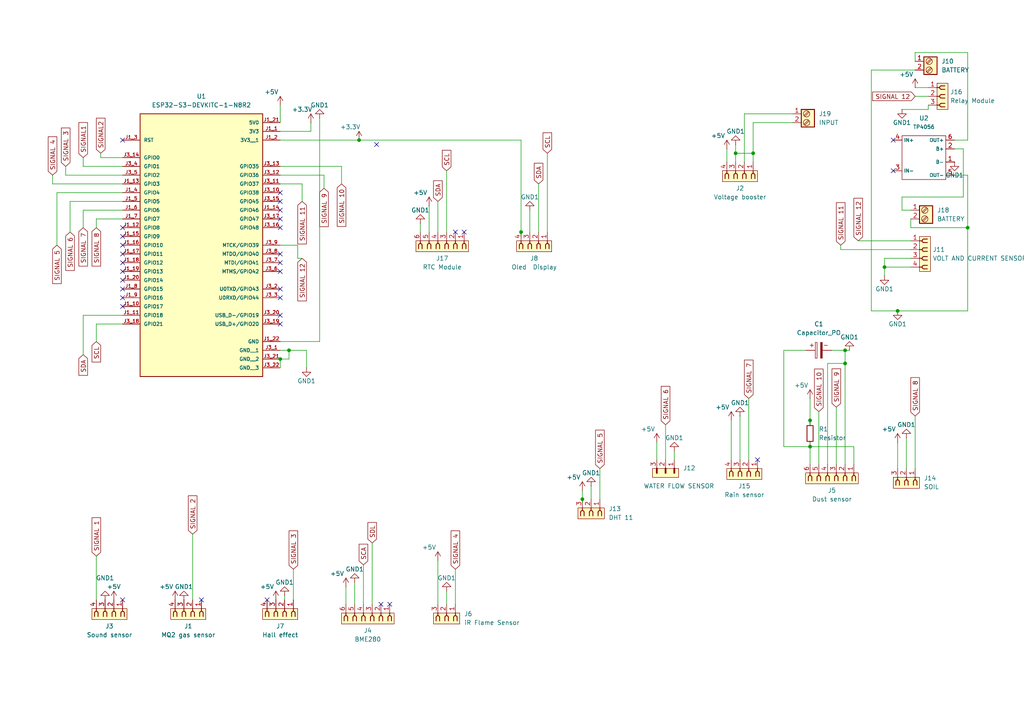
<source format=kicad_sch>
(kicad_sch
	(version 20231120)
	(generator "eeschema")
	(generator_version "8.0")
	(uuid "304fa74b-3fac-4d7a-8274-c0ea66fce396")
	(paper "A4")
	(lib_symbols
		(symbol "ESP32-S3-DEVKITC-1-N8R2:ESP32-S3-DEVKITC-1-N8R2"
			(pin_names
				(offset 1.016)
			)
			(exclude_from_sim no)
			(in_bom yes)
			(on_board yes)
			(property "Reference" "U"
				(at -17.78 35.56 0)
				(effects
					(font
						(size 1.27 1.27)
					)
					(justify left top)
				)
			)
			(property "Value" "ESP32-S3-DEVKITC-1-N8R2"
				(at -17.78 -45.72 0)
				(effects
					(font
						(size 1.27 1.27)
					)
					(justify left bottom)
				)
			)
			(property "Footprint" "ESP32-S3-DEVKITC-1-N8R2:XCVR_ESP32-S3-DEVKITC-1-N8R2"
				(at 0 0 0)
				(effects
					(font
						(size 1.27 1.27)
					)
					(justify bottom)
					(hide yes)
				)
			)
			(property "Datasheet" ""
				(at 0 0 0)
				(effects
					(font
						(size 1.27 1.27)
					)
					(hide yes)
				)
			)
			(property "Description" ""
				(at 0 0 0)
				(effects
					(font
						(size 1.27 1.27)
					)
					(hide yes)
				)
			)
			(property "PARTREV" "V1"
				(at 0 0 0)
				(effects
					(font
						(size 1.27 1.27)
					)
					(justify bottom)
					(hide yes)
				)
			)
			(property "STANDARD" "Manufacturer Recommendations"
				(at 0 0 0)
				(effects
					(font
						(size 1.27 1.27)
					)
					(justify bottom)
					(hide yes)
				)
			)
			(property "MANUFACTURER" "Espressif"
				(at 0 0 0)
				(effects
					(font
						(size 1.27 1.27)
					)
					(justify bottom)
					(hide yes)
				)
			)
			(symbol "ESP32-S3-DEVKITC-1-N8R2_0_0"
				(rectangle
					(start -17.78 -43.18)
					(end 17.78 33.02)
					(stroke
						(width 0.254)
						(type default)
					)
					(fill
						(type background)
					)
				)
				(pin power_in line
					(at 22.86 27.94 180)
					(length 5.08)
					(name "3V3"
						(effects
							(font
								(size 1.016 1.016)
							)
						)
					)
					(number "J1_1"
						(effects
							(font
								(size 1.016 1.016)
							)
						)
					)
				)
				(pin bidirectional line
					(at -22.86 -22.86 0)
					(length 5.08)
					(name "GPIO17"
						(effects
							(font
								(size 1.016 1.016)
							)
						)
					)
					(number "J1_10"
						(effects
							(font
								(size 1.016 1.016)
							)
						)
					)
				)
				(pin bidirectional line
					(at -22.86 -25.4 0)
					(length 5.08)
					(name "GPIO18"
						(effects
							(font
								(size 1.016 1.016)
							)
						)
					)
					(number "J1_11"
						(effects
							(font
								(size 1.016 1.016)
							)
						)
					)
				)
				(pin bidirectional line
					(at -22.86 0 0)
					(length 5.08)
					(name "GPIO8"
						(effects
							(font
								(size 1.016 1.016)
							)
						)
					)
					(number "J1_12"
						(effects
							(font
								(size 1.016 1.016)
							)
						)
					)
				)
				(pin bidirectional line
					(at -22.86 12.7 0)
					(length 5.08)
					(name "GPIO3"
						(effects
							(font
								(size 1.016 1.016)
							)
						)
					)
					(number "J1_13"
						(effects
							(font
								(size 1.016 1.016)
							)
						)
					)
				)
				(pin bidirectional line
					(at 22.86 5.08 180)
					(length 5.08)
					(name "GPIO46"
						(effects
							(font
								(size 1.016 1.016)
							)
						)
					)
					(number "J1_14"
						(effects
							(font
								(size 1.016 1.016)
							)
						)
					)
				)
				(pin bidirectional line
					(at -22.86 -2.54 0)
					(length 5.08)
					(name "GPIO9"
						(effects
							(font
								(size 1.016 1.016)
							)
						)
					)
					(number "J1_15"
						(effects
							(font
								(size 1.016 1.016)
							)
						)
					)
				)
				(pin bidirectional line
					(at -22.86 -5.08 0)
					(length 5.08)
					(name "GPIO10"
						(effects
							(font
								(size 1.016 1.016)
							)
						)
					)
					(number "J1_16"
						(effects
							(font
								(size 1.016 1.016)
							)
						)
					)
				)
				(pin bidirectional line
					(at -22.86 -7.62 0)
					(length 5.08)
					(name "GPIO11"
						(effects
							(font
								(size 1.016 1.016)
							)
						)
					)
					(number "J1_17"
						(effects
							(font
								(size 1.016 1.016)
							)
						)
					)
				)
				(pin bidirectional line
					(at -22.86 -10.16 0)
					(length 5.08)
					(name "GPIO12"
						(effects
							(font
								(size 1.016 1.016)
							)
						)
					)
					(number "J1_18"
						(effects
							(font
								(size 1.016 1.016)
							)
						)
					)
				)
				(pin bidirectional line
					(at -22.86 -12.7 0)
					(length 5.08)
					(name "GPIO13"
						(effects
							(font
								(size 1.016 1.016)
							)
						)
					)
					(number "J1_19"
						(effects
							(font
								(size 1.016 1.016)
							)
						)
					)
				)
				(pin power_in line
					(at 22.86 25.4 180)
					(length 5.08)
					(name "3V3__1"
						(effects
							(font
								(size 1.016 1.016)
							)
						)
					)
					(number "J1_2"
						(effects
							(font
								(size 1.016 1.016)
							)
						)
					)
				)
				(pin bidirectional line
					(at -22.86 -15.24 0)
					(length 5.08)
					(name "GPIO14"
						(effects
							(font
								(size 1.016 1.016)
							)
						)
					)
					(number "J1_20"
						(effects
							(font
								(size 1.016 1.016)
							)
						)
					)
				)
				(pin power_in line
					(at 22.86 30.48 180)
					(length 5.08)
					(name "5V0"
						(effects
							(font
								(size 1.016 1.016)
							)
						)
					)
					(number "J1_21"
						(effects
							(font
								(size 1.016 1.016)
							)
						)
					)
				)
				(pin power_in line
					(at 22.86 -33.02 180)
					(length 5.08)
					(name "GND"
						(effects
							(font
								(size 1.016 1.016)
							)
						)
					)
					(number "J1_22"
						(effects
							(font
								(size 1.016 1.016)
							)
						)
					)
				)
				(pin input line
					(at -22.86 25.4 0)
					(length 5.08)
					(name "RST"
						(effects
							(font
								(size 1.016 1.016)
							)
						)
					)
					(number "J1_3"
						(effects
							(font
								(size 1.016 1.016)
							)
						)
					)
				)
				(pin bidirectional line
					(at -22.86 10.16 0)
					(length 5.08)
					(name "GPIO4"
						(effects
							(font
								(size 1.016 1.016)
							)
						)
					)
					(number "J1_4"
						(effects
							(font
								(size 1.016 1.016)
							)
						)
					)
				)
				(pin bidirectional line
					(at -22.86 7.62 0)
					(length 5.08)
					(name "GPIO5"
						(effects
							(font
								(size 1.016 1.016)
							)
						)
					)
					(number "J1_5"
						(effects
							(font
								(size 1.016 1.016)
							)
						)
					)
				)
				(pin bidirectional line
					(at -22.86 5.08 0)
					(length 5.08)
					(name "GPIO6"
						(effects
							(font
								(size 1.016 1.016)
							)
						)
					)
					(number "J1_6"
						(effects
							(font
								(size 1.016 1.016)
							)
						)
					)
				)
				(pin bidirectional line
					(at -22.86 2.54 0)
					(length 5.08)
					(name "GPIO7"
						(effects
							(font
								(size 1.016 1.016)
							)
						)
					)
					(number "J1_7"
						(effects
							(font
								(size 1.016 1.016)
							)
						)
					)
				)
				(pin bidirectional line
					(at -22.86 -17.78 0)
					(length 5.08)
					(name "GPIO15"
						(effects
							(font
								(size 1.016 1.016)
							)
						)
					)
					(number "J1_8"
						(effects
							(font
								(size 1.016 1.016)
							)
						)
					)
				)
				(pin bidirectional line
					(at -22.86 -20.32 0)
					(length 5.08)
					(name "GPIO16"
						(effects
							(font
								(size 1.016 1.016)
							)
						)
					)
					(number "J1_9"
						(effects
							(font
								(size 1.016 1.016)
							)
						)
					)
				)
				(pin power_in line
					(at 22.86 -35.56 180)
					(length 5.08)
					(name "GND__1"
						(effects
							(font
								(size 1.016 1.016)
							)
						)
					)
					(number "J3_1"
						(effects
							(font
								(size 1.016 1.016)
							)
						)
					)
				)
				(pin bidirectional line
					(at 22.86 10.16 180)
					(length 5.08)
					(name "GPIO38"
						(effects
							(font
								(size 1.016 1.016)
							)
						)
					)
					(number "J3_10"
						(effects
							(font
								(size 1.016 1.016)
							)
						)
					)
				)
				(pin bidirectional line
					(at 22.86 12.7 180)
					(length 5.08)
					(name "GPIO37"
						(effects
							(font
								(size 1.016 1.016)
							)
						)
					)
					(number "J3_11"
						(effects
							(font
								(size 1.016 1.016)
							)
						)
					)
				)
				(pin bidirectional line
					(at 22.86 15.24 180)
					(length 5.08)
					(name "GPIO36"
						(effects
							(font
								(size 1.016 1.016)
							)
						)
					)
					(number "J3_12"
						(effects
							(font
								(size 1.016 1.016)
							)
						)
					)
				)
				(pin bidirectional line
					(at 22.86 17.78 180)
					(length 5.08)
					(name "GPIO35"
						(effects
							(font
								(size 1.016 1.016)
							)
						)
					)
					(number "J3_13"
						(effects
							(font
								(size 1.016 1.016)
							)
						)
					)
				)
				(pin bidirectional line
					(at -22.86 20.32 0)
					(length 5.08)
					(name "GPIO0"
						(effects
							(font
								(size 1.016 1.016)
							)
						)
					)
					(number "J3_14"
						(effects
							(font
								(size 1.016 1.016)
							)
						)
					)
				)
				(pin bidirectional line
					(at 22.86 7.62 180)
					(length 5.08)
					(name "GPIO45"
						(effects
							(font
								(size 1.016 1.016)
							)
						)
					)
					(number "J3_15"
						(effects
							(font
								(size 1.016 1.016)
							)
						)
					)
				)
				(pin bidirectional line
					(at 22.86 0 180)
					(length 5.08)
					(name "GPIO48"
						(effects
							(font
								(size 1.016 1.016)
							)
						)
					)
					(number "J3_16"
						(effects
							(font
								(size 1.016 1.016)
							)
						)
					)
				)
				(pin bidirectional line
					(at 22.86 2.54 180)
					(length 5.08)
					(name "GPIO47"
						(effects
							(font
								(size 1.016 1.016)
							)
						)
					)
					(number "J3_17"
						(effects
							(font
								(size 1.016 1.016)
							)
						)
					)
				)
				(pin bidirectional line
					(at -22.86 -27.94 0)
					(length 5.08)
					(name "GPIO21"
						(effects
							(font
								(size 1.016 1.016)
							)
						)
					)
					(number "J3_18"
						(effects
							(font
								(size 1.016 1.016)
							)
						)
					)
				)
				(pin bidirectional line
					(at 22.86 -27.94 180)
					(length 5.08)
					(name "USB_D+/GPIO20"
						(effects
							(font
								(size 1.016 1.016)
							)
						)
					)
					(number "J3_19"
						(effects
							(font
								(size 1.016 1.016)
							)
						)
					)
				)
				(pin bidirectional line
					(at 22.86 -17.78 180)
					(length 5.08)
					(name "U0TXD/GPIO43"
						(effects
							(font
								(size 1.016 1.016)
							)
						)
					)
					(number "J3_2"
						(effects
							(font
								(size 1.016 1.016)
							)
						)
					)
				)
				(pin bidirectional line
					(at 22.86 -25.4 180)
					(length 5.08)
					(name "USB_D-/GPIO19"
						(effects
							(font
								(size 1.016 1.016)
							)
						)
					)
					(number "J3_20"
						(effects
							(font
								(size 1.016 1.016)
							)
						)
					)
				)
				(pin power_in line
					(at 22.86 -38.1 180)
					(length 5.08)
					(name "GND__2"
						(effects
							(font
								(size 1.016 1.016)
							)
						)
					)
					(number "J3_21"
						(effects
							(font
								(size 1.016 1.016)
							)
						)
					)
				)
				(pin power_in line
					(at 22.86 -40.64 180)
					(length 5.08)
					(name "GND__3"
						(effects
							(font
								(size 1.016 1.016)
							)
						)
					)
					(number "J3_22"
						(effects
							(font
								(size 1.016 1.016)
							)
						)
					)
				)
				(pin bidirectional line
					(at 22.86 -20.32 180)
					(length 5.08)
					(name "U0RXD/GPIO44"
						(effects
							(font
								(size 1.016 1.016)
							)
						)
					)
					(number "J3_3"
						(effects
							(font
								(size 1.016 1.016)
							)
						)
					)
				)
				(pin bidirectional line
					(at -22.86 17.78 0)
					(length 5.08)
					(name "GPIO1"
						(effects
							(font
								(size 1.016 1.016)
							)
						)
					)
					(number "J3_4"
						(effects
							(font
								(size 1.016 1.016)
							)
						)
					)
				)
				(pin bidirectional line
					(at -22.86 15.24 0)
					(length 5.08)
					(name "GPIO2"
						(effects
							(font
								(size 1.016 1.016)
							)
						)
					)
					(number "J3_5"
						(effects
							(font
								(size 1.016 1.016)
							)
						)
					)
				)
				(pin bidirectional line
					(at 22.86 -12.7 180)
					(length 5.08)
					(name "MTMS/GPIO42"
						(effects
							(font
								(size 1.016 1.016)
							)
						)
					)
					(number "J3_6"
						(effects
							(font
								(size 1.016 1.016)
							)
						)
					)
				)
				(pin bidirectional line
					(at 22.86 -10.16 180)
					(length 5.08)
					(name "MTDI/GPIO41"
						(effects
							(font
								(size 1.016 1.016)
							)
						)
					)
					(number "J3_7"
						(effects
							(font
								(size 1.016 1.016)
							)
						)
					)
				)
				(pin bidirectional line
					(at 22.86 -7.62 180)
					(length 5.08)
					(name "MTDO/GPIO40"
						(effects
							(font
								(size 1.016 1.016)
							)
						)
					)
					(number "J3_8"
						(effects
							(font
								(size 1.016 1.016)
							)
						)
					)
				)
				(pin bidirectional line
					(at 22.86 -5.08 180)
					(length 5.08)
					(name "MTCK/GPIO39"
						(effects
							(font
								(size 1.016 1.016)
							)
						)
					)
					(number "J3_9"
						(effects
							(font
								(size 1.016 1.016)
							)
						)
					)
				)
			)
		)
		(symbol "PCM_SL_Devices:Capacitor_PO"
			(exclude_from_sim no)
			(in_bom yes)
			(on_board yes)
			(property "Reference" "C"
				(at 0 7.62 0)
				(effects
					(font
						(size 1.27 1.27)
					)
				)
			)
			(property "Value" "Capacitor_PO"
				(at 0 5.08 0)
				(effects
					(font
						(size 1.27 1.27)
					)
				)
			)
			(property "Footprint" "Capacitor_THT:CP_Radial_D5.0mm_P2.50mm"
				(at 0.762 -3.81 0)
				(effects
					(font
						(size 1.27 1.27)
					)
					(hide yes)
				)
			)
			(property "Datasheet" ""
				(at 0.508 0 0)
				(effects
					(font
						(size 1.27 1.27)
					)
					(hide yes)
				)
			)
			(property "Description" "Polarized Capacitor"
				(at 0 0 0)
				(effects
					(font
						(size 1.27 1.27)
					)
					(hide yes)
				)
			)
			(property "ki_keywords" "Capacitor"
				(at 0 0 0)
				(effects
					(font
						(size 1.27 1.27)
					)
					(hide yes)
				)
			)
			(property "ki_fp_filters" "Capacitor_THT:CP_Radial_D5.0mm_* Capacitor_THT:CP_Radial_D4.0mm_* Capacitor_THT:CP_Radial_D6.3mm_* Capacitor_THT:CP_Radial_D7.5mm_* Capacitor_THT:CP_Radial_D8.0mm_* Capacitor_THT:CP_Radial_D10.0mm_* Capacitor_THT:CP_Radial_D14.0mm_* Capacitor_THT:CP_Radial_D16.0mm_* Capacitor_THT:CP_Radial_D18.0mm_*"
				(at 0 0 0)
				(effects
					(font
						(size 1.27 1.27)
					)
					(hide yes)
				)
			)
			(symbol "Capacitor_PO_0_0"
				(text "+"
					(at -2.032 1.524 0)
					(effects
						(font
							(size 1.27 1.27)
						)
					)
				)
				(text "-"
					(at 2.032 1.524 0)
					(effects
						(font
							(size 1.27 1.27)
						)
					)
				)
			)
			(symbol "Capacitor_PO_0_1"
				(rectangle
					(start -1.016 -2.286)
					(end -0.508 2.286)
					(stroke
						(width 0)
						(type default)
					)
					(fill
						(type none)
					)
				)
				(rectangle
					(start 0.508 -2.286)
					(end 1.016 2.286)
					(stroke
						(width 0)
						(type default)
					)
					(fill
						(type outline)
					)
				)
			)
			(symbol "Capacitor_PO_1_1"
				(pin passive line
					(at -3.81 0 0)
					(length 2.7)
					(name "~"
						(effects
							(font
								(size 0 0)
							)
						)
					)
					(number "1"
						(effects
							(font
								(size 0 0)
							)
						)
					)
				)
				(pin input line
					(at 3.81 0 180)
					(length 2.7)
					(name "~"
						(effects
							(font
								(size 0 0)
							)
						)
					)
					(number "2"
						(effects
							(font
								(size 0 0)
							)
						)
					)
				)
			)
		)
		(symbol "PCM_SL_Pin_Headers:PINHD_1x3_Female"
			(exclude_from_sim no)
			(in_bom yes)
			(on_board yes)
			(property "Reference" "J"
				(at 0 8.89 0)
				(effects
					(font
						(size 1.27 1.27)
					)
				)
			)
			(property "Value" "PINHD_1x3_Female"
				(at 0 6.35 0)
				(effects
					(font
						(size 1.27 1.27)
					)
				)
			)
			(property "Footprint" "Connector_PinSocket_2.54mm:PinSocket_1x03_P2.54mm_Vertical"
				(at 2.54 11.43 0)
				(effects
					(font
						(size 1.27 1.27)
					)
					(hide yes)
				)
			)
			(property "Datasheet" ""
				(at 0 8.89 0)
				(effects
					(font
						(size 1.27 1.27)
					)
					(hide yes)
				)
			)
			(property "Description" "Pin Header female with pin space 2.54mm. Pin Count -3"
				(at 0 0 0)
				(effects
					(font
						(size 1.27 1.27)
					)
					(hide yes)
				)
			)
			(property "ki_keywords" "Pin Header"
				(at 0 0 0)
				(effects
					(font
						(size 1.27 1.27)
					)
					(hide yes)
				)
			)
			(property "ki_fp_filters" "PinSocket_1x03_P2.54mm*"
				(at 0 0 0)
				(effects
					(font
						(size 1.27 1.27)
					)
					(hide yes)
				)
			)
			(symbol "PINHD_1x3_Female_0_1"
				(rectangle
					(start -1.27 3.81)
					(end 1.905 -3.81)
					(stroke
						(width 0)
						(type default)
					)
					(fill
						(type background)
					)
				)
				(arc
					(start -0.508 -2.54)
					(mid -0.3592 -2.8992)
					(end 0 -3.048)
					(stroke
						(width 0.25)
						(type default)
					)
					(fill
						(type none)
					)
				)
				(arc
					(start -0.508 0)
					(mid -0.3592 -0.3592)
					(end 0 -0.508)
					(stroke
						(width 0.25)
						(type default)
					)
					(fill
						(type none)
					)
				)
				(arc
					(start -0.508 2.54)
					(mid -0.3592 2.1808)
					(end 0 2.032)
					(stroke
						(width 0.25)
						(type default)
					)
					(fill
						(type none)
					)
				)
				(arc
					(start 0 -2.032)
					(mid -0.3592 -2.1808)
					(end -0.508 -2.54)
					(stroke
						(width 0.25)
						(type default)
					)
					(fill
						(type none)
					)
				)
				(polyline
					(pts
						(xy -1.27 -2.54) (xy -0.508 -2.54)
					)
					(stroke
						(width 0.25)
						(type default)
					)
					(fill
						(type none)
					)
				)
				(polyline
					(pts
						(xy -1.27 0) (xy -0.508 0)
					)
					(stroke
						(width 0.25)
						(type default)
					)
					(fill
						(type none)
					)
				)
				(polyline
					(pts
						(xy -1.27 2.54) (xy -0.508 2.54)
					)
					(stroke
						(width 0.25)
						(type default)
					)
					(fill
						(type none)
					)
				)
				(polyline
					(pts
						(xy 0 -3.048) (xy 1.016 -3.048)
					)
					(stroke
						(width 0.25)
						(type default)
					)
					(fill
						(type none)
					)
				)
				(polyline
					(pts
						(xy 0 -2.032) (xy 1.016 -2.032)
					)
					(stroke
						(width 0.25)
						(type default)
					)
					(fill
						(type none)
					)
				)
				(polyline
					(pts
						(xy 0 -0.508) (xy 1.016 -0.508)
					)
					(stroke
						(width 0.25)
						(type default)
					)
					(fill
						(type none)
					)
				)
				(polyline
					(pts
						(xy 0 0.508) (xy 1.016 0.508)
					)
					(stroke
						(width 0.25)
						(type default)
					)
					(fill
						(type none)
					)
				)
				(polyline
					(pts
						(xy 0 2.032) (xy 1.016 2.032)
					)
					(stroke
						(width 0.25)
						(type default)
					)
					(fill
						(type none)
					)
				)
				(polyline
					(pts
						(xy 0 3.048) (xy 1.016 3.048)
					)
					(stroke
						(width 0.25)
						(type default)
					)
					(fill
						(type none)
					)
				)
				(arc
					(start 0 0.508)
					(mid -0.3592 0.3592)
					(end -0.508 0)
					(stroke
						(width 0.25)
						(type default)
					)
					(fill
						(type none)
					)
				)
				(arc
					(start 0 3.048)
					(mid -0.3592 2.8992)
					(end -0.508 2.54)
					(stroke
						(width 0.25)
						(type default)
					)
					(fill
						(type none)
					)
				)
			)
			(symbol "PINHD_1x3_Female_1_1"
				(pin passive line
					(at -3.81 2.54 0)
					(length 2.54)
					(name ""
						(effects
							(font
								(size 1.27 1.27)
							)
						)
					)
					(number "1"
						(effects
							(font
								(size 1.27 1.27)
							)
						)
					)
				)
				(pin passive line
					(at -3.81 0 0)
					(length 2.54)
					(name ""
						(effects
							(font
								(size 1.27 1.27)
							)
						)
					)
					(number "2"
						(effects
							(font
								(size 1.27 1.27)
							)
						)
					)
				)
				(pin passive line
					(at -3.81 -2.54 0)
					(length 2.54)
					(name ""
						(effects
							(font
								(size 1.27 1.27)
							)
						)
					)
					(number "3"
						(effects
							(font
								(size 1.27 1.27)
							)
						)
					)
				)
			)
		)
		(symbol "PCM_SL_Pin_Headers:PINHD_1x3_Male"
			(exclude_from_sim no)
			(in_bom yes)
			(on_board yes)
			(property "Reference" "J"
				(at 0 7.62 0)
				(effects
					(font
						(size 1.27 1.27)
					)
				)
			)
			(property "Value" "PINHD_1x3_Male"
				(at 0 5.08 0)
				(effects
					(font
						(size 1.27 1.27)
					)
				)
			)
			(property "Footprint" "Connector_PinHeader_2.54mm:PinHeader_1x03_P2.54mm_Vertical"
				(at 1.27 -5.08 0)
				(effects
					(font
						(size 1.27 1.27)
					)
					(hide yes)
				)
			)
			(property "Datasheet" ""
				(at 0 8.89 0)
				(effects
					(font
						(size 1.27 1.27)
					)
					(hide yes)
				)
			)
			(property "Description" "Pin Header male with pin space 2.54mm. Pin Count -3"
				(at 0 0 0)
				(effects
					(font
						(size 1.27 1.27)
					)
					(hide yes)
				)
			)
			(property "ki_keywords" "Pin Header"
				(at 0 0 0)
				(effects
					(font
						(size 1.27 1.27)
					)
					(hide yes)
				)
			)
			(property "ki_fp_filters" "PinHeader_1x03_P2.54mm*"
				(at 0 0 0)
				(effects
					(font
						(size 1.27 1.27)
					)
					(hide yes)
				)
			)
			(symbol "PINHD_1x3_Male_0_1"
				(rectangle
					(start -1.27 3.81)
					(end 1.27 -3.81)
					(stroke
						(width 0)
						(type default)
					)
					(fill
						(type background)
					)
				)
				(polyline
					(pts
						(xy -1.27 -2.54) (xy 0 -2.54)
					)
					(stroke
						(width 0.3)
						(type default)
					)
					(fill
						(type none)
					)
				)
				(polyline
					(pts
						(xy -1.27 -2.54) (xy 0 -2.54)
					)
					(stroke
						(width 0.5)
						(type default)
					)
					(fill
						(type none)
					)
				)
				(polyline
					(pts
						(xy -1.27 0) (xy 0 0)
					)
					(stroke
						(width 0.3)
						(type default)
					)
					(fill
						(type none)
					)
				)
				(polyline
					(pts
						(xy -1.27 0) (xy 0 0)
					)
					(stroke
						(width 0.5)
						(type default)
					)
					(fill
						(type none)
					)
				)
				(polyline
					(pts
						(xy -1.27 2.54) (xy 0 2.54)
					)
					(stroke
						(width 0.3)
						(type default)
					)
					(fill
						(type none)
					)
				)
				(polyline
					(pts
						(xy -1.27 2.54) (xy 0 2.54)
					)
					(stroke
						(width 0.5)
						(type default)
					)
					(fill
						(type none)
					)
				)
			)
			(symbol "PINHD_1x3_Male_1_1"
				(pin passive line
					(at -3.81 2.54 0)
					(length 2.54)
					(name ""
						(effects
							(font
								(size 1.27 1.27)
							)
						)
					)
					(number "1"
						(effects
							(font
								(size 1.27 1.27)
							)
						)
					)
				)
				(pin passive line
					(at -3.81 0 0)
					(length 2.54)
					(name ""
						(effects
							(font
								(size 1.27 1.27)
							)
						)
					)
					(number "2"
						(effects
							(font
								(size 1.27 1.27)
							)
						)
					)
				)
				(pin passive line
					(at -3.81 -2.54 0)
					(length 2.54)
					(name ""
						(effects
							(font
								(size 1.27 1.27)
							)
						)
					)
					(number "3"
						(effects
							(font
								(size 1.27 1.27)
							)
						)
					)
				)
			)
		)
		(symbol "PCM_SL_Pin_Headers:PINHD_1x4_Female"
			(exclude_from_sim no)
			(in_bom yes)
			(on_board yes)
			(property "Reference" "J"
				(at 0 10.16 0)
				(effects
					(font
						(size 1.27 1.27)
					)
				)
			)
			(property "Value" "PINHD_1x4_Female"
				(at 0 7.62 0)
				(effects
					(font
						(size 1.27 1.27)
					)
				)
			)
			(property "Footprint" "Connector_PinSocket_2.54mm:PinSocket_1x04_P2.54mm_Vertical"
				(at 2.54 12.7 0)
				(effects
					(font
						(size 1.27 1.27)
					)
					(hide yes)
				)
			)
			(property "Datasheet" ""
				(at 0 10.16 0)
				(effects
					(font
						(size 1.27 1.27)
					)
					(hide yes)
				)
			)
			(property "Description" "Pin Header female with pin space 2.54mm. Pin Count -4"
				(at 0 0 0)
				(effects
					(font
						(size 1.27 1.27)
					)
					(hide yes)
				)
			)
			(property "ki_keywords" "Pin Header"
				(at 0 0 0)
				(effects
					(font
						(size 1.27 1.27)
					)
					(hide yes)
				)
			)
			(property "ki_fp_filters" "PinSocket_1x04_P2.54mm*"
				(at 0 0 0)
				(effects
					(font
						(size 1.27 1.27)
					)
					(hide yes)
				)
			)
			(symbol "PINHD_1x4_Female_0_1"
				(rectangle
					(start -1.27 5.08)
					(end 1.905 -5.08)
					(stroke
						(width 0)
						(type default)
					)
					(fill
						(type background)
					)
				)
				(arc
					(start -0.508 -3.81)
					(mid -0.3592 -4.1692)
					(end 0 -4.318)
					(stroke
						(width 0.25)
						(type default)
					)
					(fill
						(type none)
					)
				)
				(arc
					(start -0.508 -1.27)
					(mid -0.3592 -1.6292)
					(end 0 -1.778)
					(stroke
						(width 0.25)
						(type default)
					)
					(fill
						(type none)
					)
				)
				(arc
					(start -0.508 1.27)
					(mid -0.3592 0.9108)
					(end 0 0.762)
					(stroke
						(width 0.25)
						(type default)
					)
					(fill
						(type none)
					)
				)
				(arc
					(start -0.508 3.81)
					(mid -0.3592 3.4508)
					(end 0 3.302)
					(stroke
						(width 0.25)
						(type default)
					)
					(fill
						(type none)
					)
				)
				(arc
					(start 0 -3.302)
					(mid -0.3592 -3.4508)
					(end -0.508 -3.81)
					(stroke
						(width 0.25)
						(type default)
					)
					(fill
						(type none)
					)
				)
				(arc
					(start 0 -0.762)
					(mid -0.3592 -0.9108)
					(end -0.508 -1.27)
					(stroke
						(width 0.25)
						(type default)
					)
					(fill
						(type none)
					)
				)
				(polyline
					(pts
						(xy -1.27 -3.81) (xy -0.508 -3.81)
					)
					(stroke
						(width 0.25)
						(type default)
					)
					(fill
						(type none)
					)
				)
				(polyline
					(pts
						(xy -1.27 -1.27) (xy -0.508 -1.27)
					)
					(stroke
						(width 0.25)
						(type default)
					)
					(fill
						(type none)
					)
				)
				(polyline
					(pts
						(xy -1.27 1.27) (xy -0.508 1.27)
					)
					(stroke
						(width 0.25)
						(type default)
					)
					(fill
						(type none)
					)
				)
				(polyline
					(pts
						(xy -1.27 3.81) (xy -0.508 3.81)
					)
					(stroke
						(width 0.25)
						(type default)
					)
					(fill
						(type none)
					)
				)
				(polyline
					(pts
						(xy 0 -4.318) (xy 1.016 -4.318)
					)
					(stroke
						(width 0.25)
						(type default)
					)
					(fill
						(type none)
					)
				)
				(polyline
					(pts
						(xy 0 -3.302) (xy 1.016 -3.302)
					)
					(stroke
						(width 0.25)
						(type default)
					)
					(fill
						(type none)
					)
				)
				(polyline
					(pts
						(xy 0 -1.778) (xy 1.016 -1.778)
					)
					(stroke
						(width 0.25)
						(type default)
					)
					(fill
						(type none)
					)
				)
				(polyline
					(pts
						(xy 0 -0.762) (xy 1.016 -0.762)
					)
					(stroke
						(width 0.25)
						(type default)
					)
					(fill
						(type none)
					)
				)
				(polyline
					(pts
						(xy 0 0.762) (xy 1.016 0.762)
					)
					(stroke
						(width 0.25)
						(type default)
					)
					(fill
						(type none)
					)
				)
				(polyline
					(pts
						(xy 0 1.778) (xy 1.016 1.778)
					)
					(stroke
						(width 0.25)
						(type default)
					)
					(fill
						(type none)
					)
				)
				(polyline
					(pts
						(xy 0 3.302) (xy 1.016 3.302)
					)
					(stroke
						(width 0.25)
						(type default)
					)
					(fill
						(type none)
					)
				)
				(polyline
					(pts
						(xy 0 4.318) (xy 1.016 4.318)
					)
					(stroke
						(width 0.25)
						(type default)
					)
					(fill
						(type none)
					)
				)
				(arc
					(start 0 1.778)
					(mid -0.3592 1.6292)
					(end -0.508 1.27)
					(stroke
						(width 0.25)
						(type default)
					)
					(fill
						(type none)
					)
				)
				(arc
					(start 0 4.318)
					(mid -0.3592 4.1692)
					(end -0.508 3.81)
					(stroke
						(width 0.25)
						(type default)
					)
					(fill
						(type none)
					)
				)
			)
			(symbol "PINHD_1x4_Female_1_1"
				(pin passive line
					(at -3.81 3.81 0)
					(length 2.54)
					(name ""
						(effects
							(font
								(size 1.27 1.27)
							)
						)
					)
					(number "1"
						(effects
							(font
								(size 1.27 1.27)
							)
						)
					)
				)
				(pin passive line
					(at -3.81 1.27 0)
					(length 2.54)
					(name ""
						(effects
							(font
								(size 1.27 1.27)
							)
						)
					)
					(number "2"
						(effects
							(font
								(size 1.27 1.27)
							)
						)
					)
				)
				(pin passive line
					(at -3.81 -1.27 0)
					(length 2.54)
					(name ""
						(effects
							(font
								(size 1.27 1.27)
							)
						)
					)
					(number "3"
						(effects
							(font
								(size 1.27 1.27)
							)
						)
					)
				)
				(pin passive line
					(at -3.81 -3.81 0)
					(length 2.54)
					(name ""
						(effects
							(font
								(size 1.27 1.27)
							)
						)
					)
					(number "4"
						(effects
							(font
								(size 1.27 1.27)
							)
						)
					)
				)
			)
		)
		(symbol "PCM_SL_Pin_Headers:PINHD_1x6_Female"
			(exclude_from_sim no)
			(in_bom yes)
			(on_board yes)
			(property "Reference" "J"
				(at 0 12.7 0)
				(effects
					(font
						(size 1.27 1.27)
					)
				)
			)
			(property "Value" "PINHD_1x6_Female"
				(at 0 10.16 0)
				(effects
					(font
						(size 1.27 1.27)
					)
				)
			)
			(property "Footprint" "Connector_PinSocket_2.54mm:PinSocket_1x06_P2.54mm_Vertical"
				(at 2.54 15.24 0)
				(effects
					(font
						(size 1.27 1.27)
					)
					(hide yes)
				)
			)
			(property "Datasheet" ""
				(at 0 12.7 0)
				(effects
					(font
						(size 1.27 1.27)
					)
					(hide yes)
				)
			)
			(property "Description" "Pin Header female with pin space 2.54mm. Pin Count -6"
				(at 0 0 0)
				(effects
					(font
						(size 1.27 1.27)
					)
					(hide yes)
				)
			)
			(property "ki_keywords" "Pin Header"
				(at 0 0 0)
				(effects
					(font
						(size 1.27 1.27)
					)
					(hide yes)
				)
			)
			(property "ki_fp_filters" "PinSocket_1x06_P2.54mm*"
				(at 0 0 0)
				(effects
					(font
						(size 1.27 1.27)
					)
					(hide yes)
				)
			)
			(symbol "PINHD_1x6_Female_0_1"
				(rectangle
					(start -1.27 7.62)
					(end 1.905 -7.62)
					(stroke
						(width 0)
						(type default)
					)
					(fill
						(type background)
					)
				)
				(arc
					(start -0.508 -6.35)
					(mid -0.3592 -6.7092)
					(end 0 -6.858)
					(stroke
						(width 0.25)
						(type default)
					)
					(fill
						(type none)
					)
				)
				(arc
					(start -0.508 -3.81)
					(mid -0.3592 -4.1692)
					(end 0 -4.318)
					(stroke
						(width 0.25)
						(type default)
					)
					(fill
						(type none)
					)
				)
				(arc
					(start -0.508 -1.27)
					(mid -0.3592 -1.6292)
					(end 0 -1.778)
					(stroke
						(width 0.25)
						(type default)
					)
					(fill
						(type none)
					)
				)
				(arc
					(start -0.508 1.27)
					(mid -0.3592 0.9108)
					(end 0 0.762)
					(stroke
						(width 0.25)
						(type default)
					)
					(fill
						(type none)
					)
				)
				(arc
					(start -0.508 3.81)
					(mid -0.3592 3.4508)
					(end 0 3.302)
					(stroke
						(width 0.25)
						(type default)
					)
					(fill
						(type none)
					)
				)
				(arc
					(start -0.508 6.35)
					(mid -0.3592 5.9908)
					(end 0 5.842)
					(stroke
						(width 0.25)
						(type default)
					)
					(fill
						(type none)
					)
				)
				(arc
					(start 0 -5.842)
					(mid -0.3592 -5.9908)
					(end -0.508 -6.35)
					(stroke
						(width 0.25)
						(type default)
					)
					(fill
						(type none)
					)
				)
				(arc
					(start 0 -3.302)
					(mid -0.3592 -3.4508)
					(end -0.508 -3.81)
					(stroke
						(width 0.25)
						(type default)
					)
					(fill
						(type none)
					)
				)
				(arc
					(start 0 -0.762)
					(mid -0.3592 -0.9108)
					(end -0.508 -1.27)
					(stroke
						(width 0.25)
						(type default)
					)
					(fill
						(type none)
					)
				)
				(polyline
					(pts
						(xy -1.27 -6.35) (xy -0.508 -6.35)
					)
					(stroke
						(width 0.25)
						(type default)
					)
					(fill
						(type none)
					)
				)
				(polyline
					(pts
						(xy -1.27 -3.81) (xy -0.508 -3.81)
					)
					(stroke
						(width 0.25)
						(type default)
					)
					(fill
						(type none)
					)
				)
				(polyline
					(pts
						(xy -1.27 -1.27) (xy -0.508 -1.27)
					)
					(stroke
						(width 0.25)
						(type default)
					)
					(fill
						(type none)
					)
				)
				(polyline
					(pts
						(xy -1.27 1.27) (xy -0.508 1.27)
					)
					(stroke
						(width 0.25)
						(type default)
					)
					(fill
						(type none)
					)
				)
				(polyline
					(pts
						(xy -1.27 3.81) (xy -0.508 3.81)
					)
					(stroke
						(width 0.25)
						(type default)
					)
					(fill
						(type none)
					)
				)
				(polyline
					(pts
						(xy -1.27 6.35) (xy -0.508 6.35)
					)
					(stroke
						(width 0.25)
						(type default)
					)
					(fill
						(type none)
					)
				)
				(polyline
					(pts
						(xy 0 -6.858) (xy 1.016 -6.858)
					)
					(stroke
						(width 0.25)
						(type default)
					)
					(fill
						(type none)
					)
				)
				(polyline
					(pts
						(xy 0 -5.842) (xy 1.016 -5.842)
					)
					(stroke
						(width 0.25)
						(type default)
					)
					(fill
						(type none)
					)
				)
				(polyline
					(pts
						(xy 0 -4.318) (xy 1.016 -4.318)
					)
					(stroke
						(width 0.25)
						(type default)
					)
					(fill
						(type none)
					)
				)
				(polyline
					(pts
						(xy 0 -3.302) (xy 1.016 -3.302)
					)
					(stroke
						(width 0.25)
						(type default)
					)
					(fill
						(type none)
					)
				)
				(polyline
					(pts
						(xy 0 -1.778) (xy 1.016 -1.778)
					)
					(stroke
						(width 0.25)
						(type default)
					)
					(fill
						(type none)
					)
				)
				(polyline
					(pts
						(xy 0 -0.762) (xy 1.016 -0.762)
					)
					(stroke
						(width 0.25)
						(type default)
					)
					(fill
						(type none)
					)
				)
				(polyline
					(pts
						(xy 0 0.762) (xy 1.016 0.762)
					)
					(stroke
						(width 0.25)
						(type default)
					)
					(fill
						(type none)
					)
				)
				(polyline
					(pts
						(xy 0 1.778) (xy 1.016 1.778)
					)
					(stroke
						(width 0.25)
						(type default)
					)
					(fill
						(type none)
					)
				)
				(polyline
					(pts
						(xy 0 3.302) (xy 1.016 3.302)
					)
					(stroke
						(width 0.25)
						(type default)
					)
					(fill
						(type none)
					)
				)
				(polyline
					(pts
						(xy 0 4.318) (xy 1.016 4.318)
					)
					(stroke
						(width 0.25)
						(type default)
					)
					(fill
						(type none)
					)
				)
				(polyline
					(pts
						(xy 0 5.842) (xy 1.016 5.842)
					)
					(stroke
						(width 0.25)
						(type default)
					)
					(fill
						(type none)
					)
				)
				(polyline
					(pts
						(xy 0 6.858) (xy 1.016 6.858)
					)
					(stroke
						(width 0.25)
						(type default)
					)
					(fill
						(type none)
					)
				)
				(arc
					(start 0 1.778)
					(mid -0.3592 1.6292)
					(end -0.508 1.27)
					(stroke
						(width 0.25)
						(type default)
					)
					(fill
						(type none)
					)
				)
				(arc
					(start 0 4.318)
					(mid -0.3592 4.1692)
					(end -0.508 3.81)
					(stroke
						(width 0.25)
						(type default)
					)
					(fill
						(type none)
					)
				)
				(arc
					(start 0 6.858)
					(mid -0.3592 6.7092)
					(end -0.508 6.35)
					(stroke
						(width 0.25)
						(type default)
					)
					(fill
						(type none)
					)
				)
			)
			(symbol "PINHD_1x6_Female_1_1"
				(pin passive line
					(at -3.81 6.35 0)
					(length 2.54)
					(name ""
						(effects
							(font
								(size 1.27 1.27)
							)
						)
					)
					(number "1"
						(effects
							(font
								(size 1.27 1.27)
							)
						)
					)
				)
				(pin passive line
					(at -3.81 3.81 0)
					(length 2.54)
					(name ""
						(effects
							(font
								(size 1.27 1.27)
							)
						)
					)
					(number "2"
						(effects
							(font
								(size 1.27 1.27)
							)
						)
					)
				)
				(pin passive line
					(at -3.81 1.27 0)
					(length 2.54)
					(name ""
						(effects
							(font
								(size 1.27 1.27)
							)
						)
					)
					(number "3"
						(effects
							(font
								(size 1.27 1.27)
							)
						)
					)
				)
				(pin passive line
					(at -3.81 -1.27 0)
					(length 2.54)
					(name ""
						(effects
							(font
								(size 1.27 1.27)
							)
						)
					)
					(number "4"
						(effects
							(font
								(size 1.27 1.27)
							)
						)
					)
				)
				(pin passive line
					(at -3.81 -3.81 0)
					(length 2.54)
					(name ""
						(effects
							(font
								(size 1.27 1.27)
							)
						)
					)
					(number "5"
						(effects
							(font
								(size 1.27 1.27)
							)
						)
					)
				)
				(pin passive line
					(at -3.81 -6.35 0)
					(length 2.54)
					(name ""
						(effects
							(font
								(size 1.27 1.27)
							)
						)
					)
					(number "6"
						(effects
							(font
								(size 1.27 1.27)
							)
						)
					)
				)
			)
		)
		(symbol "PCM_SL_Resistors:Resistor"
			(exclude_from_sim no)
			(in_bom yes)
			(on_board yes)
			(property "Reference" "R"
				(at 0 5.08 0)
				(effects
					(font
						(size 1.27 1.27)
					)
				)
			)
			(property "Value" "Resistor"
				(at 0 2.54 0)
				(effects
					(font
						(size 1.27 1.27)
					)
				)
			)
			(property "Footprint" "Resistor_THT:R_Axial_DIN0207_L6.3mm_D2.5mm_P10.16mm_Horizontal"
				(at 0.889 -4.318 0)
				(effects
					(font
						(size 1.27 1.27)
					)
					(hide yes)
				)
			)
			(property "Datasheet" ""
				(at 0.508 0 0)
				(effects
					(font
						(size 1.27 1.27)
					)
					(hide yes)
				)
			)
			(property "Description" "1/4W Resistor"
				(at 0 0 0)
				(effects
					(font
						(size 1.27 1.27)
					)
					(hide yes)
				)
			)
			(property "ki_keywords" "Resistor"
				(at 0 0 0)
				(effects
					(font
						(size 1.27 1.27)
					)
					(hide yes)
				)
			)
			(property "ki_fp_filters" "Resistor_THT:R_Axial_DIN0207_L6.3mm_D2.5mm*"
				(at 0 0 0)
				(effects
					(font
						(size 1.27 1.27)
					)
					(hide yes)
				)
			)
			(symbol "Resistor_0_1"
				(rectangle
					(start -2.286 0.889)
					(end 2.286 -0.889)
					(stroke
						(width 0.24)
						(type default)
					)
					(fill
						(type none)
					)
				)
			)
			(symbol "Resistor_1_1"
				(pin passive line
					(at -3.81 0 0)
					(length 1.5)
					(name ""
						(effects
							(font
								(size 1.27 1.27)
							)
						)
					)
					(number "1"
						(effects
							(font
								(size 0 0)
							)
						)
					)
				)
				(pin passive line
					(at 3.81 0 180)
					(length 1.5)
					(name "~"
						(effects
							(font
								(size 1.27 1.27)
							)
						)
					)
					(number "2"
						(effects
							(font
								(size 0 0)
							)
						)
					)
				)
			)
		)
		(symbol "PCM_SL_Screw_Terminal:Screw_Terminal_2_P3.50mm"
			(exclude_from_sim no)
			(in_bom yes)
			(on_board yes)
			(property "Reference" "J"
				(at 0 3.81 0)
				(effects
					(font
						(size 1.27 1.27)
					)
				)
			)
			(property "Value" "Screw_Terminal_2_P3.50mm"
				(at 0 -3.81 0)
				(effects
					(font
						(size 1.27 1.27)
					)
				)
			)
			(property "Footprint" "TerminalBlock_Phoenix:TerminalBlock_Phoenix_PT-1,5-2-3.5-H_1x02_P3.50mm_Horizontal"
				(at 1.27 -6.35 0)
				(effects
					(font
						(size 1.27 1.27)
					)
					(hide yes)
				)
			)
			(property "Datasheet" ""
				(at 0 0 0)
				(effects
					(font
						(size 1.27 1.27)
					)
					(hide yes)
				)
			)
			(property "Description" ""
				(at 0 0 0)
				(effects
					(font
						(size 1.27 1.27)
					)
					(hide yes)
				)
			)
			(property "ki_keywords" "Screw Terminal"
				(at 0 0 0)
				(effects
					(font
						(size 1.27 1.27)
					)
					(hide yes)
				)
			)
			(symbol "Screw_Terminal_2_P3.50mm_0_1"
				(rectangle
					(start -1.27 2.54)
					(end 2.54 -2.54)
					(stroke
						(width 0.3)
						(type default)
					)
					(fill
						(type background)
					)
				)
				(polyline
					(pts
						(xy -0.254 -2.032) (xy 1.016 -0.762)
					)
					(stroke
						(width 0)
						(type default)
					)
					(fill
						(type none)
					)
				)
				(polyline
					(pts
						(xy -0.254 0.508) (xy 1.016 1.778)
					)
					(stroke
						(width 0)
						(type default)
					)
					(fill
						(type none)
					)
				)
				(polyline
					(pts
						(xy 0 -1.27) (xy -0.508 -1.778) (xy 0.762 -0.508)
					)
					(stroke
						(width 0)
						(type default)
					)
					(fill
						(type none)
					)
				)
				(polyline
					(pts
						(xy 0 1.27) (xy -0.508 0.762) (xy 0.762 2.032)
					)
					(stroke
						(width 0)
						(type default)
					)
					(fill
						(type none)
					)
				)
				(circle
					(center 0.254 -1.27)
					(radius 0.9158)
					(stroke
						(width 0)
						(type default)
					)
					(fill
						(type none)
					)
				)
				(circle
					(center 0.254 1.27)
					(radius 0.9158)
					(stroke
						(width 0)
						(type default)
					)
					(fill
						(type none)
					)
				)
			)
			(symbol "Screw_Terminal_2_P3.50mm_1_1"
				(pin passive line
					(at -3.81 1.27 0)
					(length 2.54)
					(name ""
						(effects
							(font
								(size 1.27 1.27)
							)
						)
					)
					(number "1"
						(effects
							(font
								(size 1.27 1.27)
							)
						)
					)
				)
				(pin passive line
					(at -3.81 -1.27 0)
					(length 2.54)
					(name ""
						(effects
							(font
								(size 1.27 1.27)
							)
						)
					)
					(number "2"
						(effects
							(font
								(size 1.27 1.27)
							)
						)
					)
				)
			)
		)
		(symbol "power:+5V"
			(power)
			(pin_numbers hide)
			(pin_names
				(offset 0) hide)
			(exclude_from_sim no)
			(in_bom yes)
			(on_board yes)
			(property "Reference" "#PWR"
				(at 0 -3.81 0)
				(effects
					(font
						(size 1.27 1.27)
					)
					(hide yes)
				)
			)
			(property "Value" "+5V"
				(at 0 3.556 0)
				(effects
					(font
						(size 1.27 1.27)
					)
				)
			)
			(property "Footprint" ""
				(at 0 0 0)
				(effects
					(font
						(size 1.27 1.27)
					)
					(hide yes)
				)
			)
			(property "Datasheet" ""
				(at 0 0 0)
				(effects
					(font
						(size 1.27 1.27)
					)
					(hide yes)
				)
			)
			(property "Description" "Power symbol creates a global label with name \"+5V\""
				(at 0 0 0)
				(effects
					(font
						(size 1.27 1.27)
					)
					(hide yes)
				)
			)
			(property "ki_keywords" "global power"
				(at 0 0 0)
				(effects
					(font
						(size 1.27 1.27)
					)
					(hide yes)
				)
			)
			(symbol "+5V_0_1"
				(polyline
					(pts
						(xy -0.762 1.27) (xy 0 2.54)
					)
					(stroke
						(width 0)
						(type default)
					)
					(fill
						(type none)
					)
				)
				(polyline
					(pts
						(xy 0 0) (xy 0 2.54)
					)
					(stroke
						(width 0)
						(type default)
					)
					(fill
						(type none)
					)
				)
				(polyline
					(pts
						(xy 0 2.54) (xy 0.762 1.27)
					)
					(stroke
						(width 0)
						(type default)
					)
					(fill
						(type none)
					)
				)
			)
			(symbol "+5V_1_1"
				(pin power_in line
					(at 0 0 90)
					(length 0)
					(name "~"
						(effects
							(font
								(size 1.27 1.27)
							)
						)
					)
					(number "1"
						(effects
							(font
								(size 1.27 1.27)
							)
						)
					)
				)
			)
		)
		(symbol "power:GND1"
			(power)
			(pin_numbers hide)
			(pin_names
				(offset 0) hide)
			(exclude_from_sim no)
			(in_bom yes)
			(on_board yes)
			(property "Reference" "#PWR"
				(at 0 -6.35 0)
				(effects
					(font
						(size 1.27 1.27)
					)
					(hide yes)
				)
			)
			(property "Value" "GND1"
				(at 0 -3.81 0)
				(effects
					(font
						(size 1.27 1.27)
					)
				)
			)
			(property "Footprint" ""
				(at 0 0 0)
				(effects
					(font
						(size 1.27 1.27)
					)
					(hide yes)
				)
			)
			(property "Datasheet" ""
				(at 0 0 0)
				(effects
					(font
						(size 1.27 1.27)
					)
					(hide yes)
				)
			)
			(property "Description" "Power symbol creates a global label with name \"GND1\" , ground"
				(at 0 0 0)
				(effects
					(font
						(size 1.27 1.27)
					)
					(hide yes)
				)
			)
			(property "ki_keywords" "global power"
				(at 0 0 0)
				(effects
					(font
						(size 1.27 1.27)
					)
					(hide yes)
				)
			)
			(symbol "GND1_0_1"
				(polyline
					(pts
						(xy 0 0) (xy 0 -1.27) (xy 1.27 -1.27) (xy 0 -2.54) (xy -1.27 -1.27) (xy 0 -1.27)
					)
					(stroke
						(width 0)
						(type default)
					)
					(fill
						(type none)
					)
				)
			)
			(symbol "GND1_1_1"
				(pin power_in line
					(at 0 0 270)
					(length 0)
					(name "~"
						(effects
							(font
								(size 1.27 1.27)
							)
						)
					)
					(number "1"
						(effects
							(font
								(size 1.27 1.27)
							)
						)
					)
				)
			)
		)
		(symbol "tp4056:TP4056"
			(exclude_from_sim no)
			(in_bom yes)
			(on_board yes)
			(property "Reference" "U2"
				(at 6.35 17.78 0)
				(effects
					(font
						(size 1.27 1.27)
					)
				)
			)
			(property "Value" "TP4056"
				(at 6.35 15.24 0)
				(effects
					(font
						(size 1.1 1.1)
					)
				)
			)
			(property "Footprint" "tp4016:TP4056-Module"
				(at 4.826 -2.032 0)
				(effects
					(font
						(size 1.27 1.27)
					)
					(hide yes)
				)
			)
			(property "Datasheet" ""
				(at 0 0 0)
				(effects
					(font
						(size 1.27 1.27)
					)
					(hide yes)
				)
			)
			(property "Description" "TP4056"
				(at 4.826 -4.572 0)
				(effects
					(font
						(size 1.27 1.27)
					)
					(hide yes)
				)
			)
			(symbol "TP4056_0_1"
				(rectangle
					(start 0 12.7)
					(end 12.7 0)
					(stroke
						(width 0)
						(type default)
					)
					(fill
						(type none)
					)
				)
			)
			(symbol "TP4056_1_1"
				(pin input line
					(at 15.24 5.08 180)
					(length 2.54)
					(name "B-"
						(effects
							(font
								(size 1 1)
							)
						)
					)
					(number "1"
						(effects
							(font
								(size 1.27 1.27)
							)
						)
					)
				)
				(pin input line
					(at 15.24 8.89 180)
					(length 2.54)
					(name "B+"
						(effects
							(font
								(size 1 1)
							)
						)
					)
					(number "2"
						(effects
							(font
								(size 1.27 1.27)
							)
						)
					)
				)
				(pin input line
					(at -2.54 2.54 0)
					(length 2.54)
					(name "IN-"
						(effects
							(font
								(size 1 1)
							)
						)
					)
					(number "3"
						(effects
							(font
								(size 1.27 1.27)
							)
						)
					)
				)
				(pin input line
					(at -2.54 11.43 0)
					(length 2.54)
					(name "IN+"
						(effects
							(font
								(size 1 1)
							)
						)
					)
					(number "4"
						(effects
							(font
								(size 1.27 1.27)
							)
						)
					)
				)
				(pin input line
					(at 15.24 1.27 180)
					(length 2.54)
					(name "OUT-"
						(effects
							(font
								(size 1 1)
							)
						)
					)
					(number "5"
						(effects
							(font
								(size 1.27 1.27)
							)
						)
					)
				)
				(pin input line
					(at 15.24 11.43 180)
					(length 2.54)
					(name "OUT+"
						(effects
							(font
								(size 1 1)
							)
						)
					)
					(number "6"
						(effects
							(font
								(size 1.27 1.27)
							)
						)
					)
				)
			)
		)
	)
	(junction
		(at 245.11 105.41)
		(diameter 0)
		(color 0 0 0 0)
		(uuid "0c2c3046-5d40-4c68-b693-bc28ff8c90bb")
	)
	(junction
		(at 256.54 77.47)
		(diameter 0)
		(color 0 0 0 0)
		(uuid "380ac6cd-ad13-4240-b956-a51deb0efe99")
	)
	(junction
		(at 260.35 90.17)
		(diameter 0)
		(color 0 0 0 0)
		(uuid "41ba4c4d-630e-4034-bbd2-5bc1ee490ad1")
	)
	(junction
		(at 213.36 44.45)
		(diameter 0)
		(color 0 0 0 0)
		(uuid "5409733e-1cee-49ec-8c04-1f846de399ba")
	)
	(junction
		(at 83.82 101.6)
		(diameter 0)
		(color 0 0 0 0)
		(uuid "58f939dc-2466-405a-b978-33413f069a0c")
	)
	(junction
		(at 245.11 101.6)
		(diameter 0)
		(color 0 0 0 0)
		(uuid "69b0bfa8-b6f8-4e94-8f67-58406d118e5c")
	)
	(junction
		(at 81.28 104.14)
		(diameter 0)
		(color 0 0 0 0)
		(uuid "737ae917-c3e3-4620-996d-133ad0c2a031")
	)
	(junction
		(at 104.14 40.64)
		(diameter 0)
		(color 0 0 0 0)
		(uuid "ba53c74e-f6a3-4dd8-a801-8c74163ba2a5")
	)
	(junction
		(at 234.95 121.92)
		(diameter 0)
		(color 0 0 0 0)
		(uuid "d8ea5e65-7edf-42f3-862b-6357dab209fc")
	)
	(junction
		(at 234.95 129.54)
		(diameter 0)
		(color 0 0 0 0)
		(uuid "de4cdb8f-4a0a-45da-af0b-1025556d3251")
	)
	(junction
		(at 218.44 44.45)
		(diameter 0)
		(color 0 0 0 0)
		(uuid "e6855a83-cc4c-40b3-a0f8-f9b51196041a")
	)
	(junction
		(at 151.13 67.31)
		(diameter 0)
		(color 0 0 0 0)
		(uuid "ea5991bd-1d2b-4a97-bf3d-6bf40b455d6a")
	)
	(junction
		(at 168.91 144.78)
		(diameter 0)
		(color 0 0 0 0)
		(uuid "fad11211-8109-493c-a194-88fc194be011")
	)
	(junction
		(at 280.67 66.04)
		(diameter 0)
		(color 0 0 0 0)
		(uuid "ffae153a-3455-4bba-a00a-766fb02c343c")
	)
	(no_connect
		(at 219.71 133.35)
		(uuid "05167afa-f53b-4154-9e1e-2c822b605e81")
	)
	(no_connect
		(at 35.56 40.64)
		(uuid "076ed84a-b2fc-4cfe-8df7-f5cde5d25e87")
	)
	(no_connect
		(at 35.56 78.74)
		(uuid "10ff62a3-ebb7-431c-975b-2cf10ebff50f")
	)
	(no_connect
		(at 77.47 173.99)
		(uuid "15790539-d831-4f49-ad66-8f67c478e3c7")
	)
	(no_connect
		(at 81.28 73.66)
		(uuid "162d3449-3abe-4de5-8cd8-75077eb099be")
	)
	(no_connect
		(at 81.28 55.88)
		(uuid "1a61f0ab-0a9a-46f0-b38f-8c8c02ecfb03")
	)
	(no_connect
		(at 81.28 58.42)
		(uuid "1e3c4c2b-2251-4045-8ecb-59e624f19c6b")
	)
	(no_connect
		(at 35.56 83.82)
		(uuid "2dadd714-e955-4cf1-a42d-5d0e17664def")
	)
	(no_connect
		(at 35.56 88.9)
		(uuid "2dc6d09e-c5ad-42c1-b746-099de655f627")
	)
	(no_connect
		(at 58.42 173.99)
		(uuid "5caca933-9291-4da0-b8f3-121e69ad9f07")
	)
	(no_connect
		(at 35.56 76.2)
		(uuid "6a6e1dd3-6b0a-45f2-af27-b25efce186cb")
	)
	(no_connect
		(at 81.28 86.36)
		(uuid "6c76fc4c-97af-4edc-a5bf-13dee6c67ee4")
	)
	(no_connect
		(at 81.28 60.96)
		(uuid "6d9c8b35-9b53-4d2d-b872-5795999ea771")
	)
	(no_connect
		(at 81.28 66.04)
		(uuid "756b6933-d149-4b1f-9c59-838a9bf0ecbf")
	)
	(no_connect
		(at 35.56 81.28)
		(uuid "7c1cd71b-5716-41c6-9078-6b2f3e49d99c")
	)
	(no_connect
		(at 134.62 67.31)
		(uuid "7db8f58c-d7c4-4d08-8b32-7513dd3ff803")
	)
	(no_connect
		(at 81.28 63.5)
		(uuid "86eacd7e-1148-459a-a474-392415874794")
	)
	(no_connect
		(at 259.08 49.53)
		(uuid "89ba654d-fea4-43bc-938b-ea27c2701c7a")
	)
	(no_connect
		(at 35.56 173.99)
		(uuid "8d2a2d08-1821-4ef6-97a0-89ff7b877663")
	)
	(no_connect
		(at 259.08 40.64)
		(uuid "9a933d13-9bcd-46d4-8877-8de9afba5749")
	)
	(no_connect
		(at -15.24 182.88)
		(uuid "9af8d26e-54fd-4995-b379-f5e4732cee2f")
	)
	(no_connect
		(at 35.56 68.58)
		(uuid "9fdb12ec-ba5e-43e7-9ae2-5ae84f9586cf")
	)
	(no_connect
		(at 81.28 91.44)
		(uuid "aab8cefd-35c3-4cac-9af3-7d5ed96bef02")
	)
	(no_connect
		(at 35.56 73.66)
		(uuid "af7d8926-15ab-4429-a069-13b25cdd711b")
	)
	(no_connect
		(at 132.08 67.31)
		(uuid "bbdbbe8d-c469-42c1-ba32-2656b820056f")
	)
	(no_connect
		(at 35.56 86.36)
		(uuid "c8e51754-ed64-4868-86f4-7e9e28944865")
	)
	(no_connect
		(at 81.28 93.98)
		(uuid "d66fc501-6c96-40db-8d24-29ab1aaccd9c")
	)
	(no_connect
		(at 81.28 76.2)
		(uuid "dba1561c-f4db-4b0c-8cd6-4d5d4ee7fa59")
	)
	(no_connect
		(at 113.03 175.26)
		(uuid "e5823d88-62cd-4bbb-a4dc-be8b5b6f243f")
	)
	(no_connect
		(at 35.56 71.12)
		(uuid "ea451fea-79f0-4f0c-8467-08d29dbddbb9")
	)
	(no_connect
		(at 81.28 78.74)
		(uuid "eefacca5-e7c5-4e83-ab31-ec766e77a773")
	)
	(no_connect
		(at 81.28 83.82)
		(uuid "f129af17-1e38-49ef-b76f-9fb88e7b9a2e")
	)
	(no_connect
		(at 35.56 66.04)
		(uuid "f3d9afd9-fdb2-4bc4-9697-136194ddcb6b")
	)
	(no_connect
		(at 110.49 175.26)
		(uuid "f9c54436-6c7e-47db-91a5-6dae9934819e")
	)
	(no_connect
		(at 109.22 41.91)
		(uuid "ff17777f-14f3-4c12-a539-52e2bd43ce7b")
	)
	(wire
		(pts
			(xy 243.84 71.12) (xy 243.84 72.39)
		)
		(stroke
			(width 0)
			(type default)
		)
		(uuid "0282a475-f142-44be-91bb-1d2779d621e8")
	)
	(wire
		(pts
			(xy 127 162.56) (xy 127 175.26)
		)
		(stroke
			(width 0)
			(type default)
		)
		(uuid "0acb85e0-538c-410c-a91c-da50fe89832d")
	)
	(wire
		(pts
			(xy 213.36 44.45) (xy 218.44 44.45)
		)
		(stroke
			(width 0)
			(type default)
		)
		(uuid "0d69b019-4371-41aa-b3da-6d7b43f94d16")
	)
	(wire
		(pts
			(xy 88.9 101.6) (xy 83.82 101.6)
		)
		(stroke
			(width 0)
			(type default)
		)
		(uuid "0d917d68-249c-4e75-83ed-5f80924a2963")
	)
	(wire
		(pts
			(xy 229.87 35.56) (xy 218.44 35.56)
		)
		(stroke
			(width 0)
			(type default)
		)
		(uuid "1399e58e-a012-4e10-9309-33d1b33a622c")
	)
	(wire
		(pts
			(xy 107.95 157.48) (xy 107.95 175.26)
		)
		(stroke
			(width 0)
			(type default)
		)
		(uuid "1568597b-6c3b-4f8d-8fb5-05a8cf6b706f")
	)
	(wire
		(pts
			(xy 93.98 54.61) (xy 93.98 50.8)
		)
		(stroke
			(width 0)
			(type default)
		)
		(uuid "16fd0765-ecde-4bd0-94e2-40f0f600e51f")
	)
	(wire
		(pts
			(xy 171.45 140.97) (xy 171.45 144.78)
		)
		(stroke
			(width 0)
			(type default)
		)
		(uuid "17628383-9715-4088-abb8-30841f5f28a1")
	)
	(wire
		(pts
			(xy 279.4 57.15) (xy 261.62 57.15)
		)
		(stroke
			(width 0)
			(type default)
		)
		(uuid "17ae8f1e-84ac-49a8-8beb-696cfc3d6107")
	)
	(wire
		(pts
			(xy 214.63 120.65) (xy 214.63 133.35)
		)
		(stroke
			(width 0)
			(type default)
		)
		(uuid "192d2f16-bada-42fa-a450-58bf5f571c7e")
	)
	(wire
		(pts
			(xy 265.43 20.32) (xy 252.73 20.32)
		)
		(stroke
			(width 0)
			(type default)
		)
		(uuid "1a85a212-3fcd-43f6-a0b5-63a58c76424a")
	)
	(wire
		(pts
			(xy 168.91 144.78) (xy 168.91 146.05)
		)
		(stroke
			(width 0)
			(type default)
		)
		(uuid "1bb4913d-705d-4e92-ad20-9720c883fb69")
	)
	(wire
		(pts
			(xy 242.57 118.11) (xy 242.57 134.62)
		)
		(stroke
			(width 0)
			(type default)
		)
		(uuid "1e17641f-4f02-4ccc-9eb7-5d6ba002f76d")
	)
	(wire
		(pts
			(xy 85.09 165.1) (xy 85.09 173.99)
		)
		(stroke
			(width 0)
			(type default)
		)
		(uuid "1e6d768e-758b-448a-8a71-2f3ac6021735")
	)
	(wire
		(pts
			(xy 24.13 91.44) (xy 35.56 91.44)
		)
		(stroke
			(width 0)
			(type default)
		)
		(uuid "1f43ddc7-d3f5-4587-afc7-5a4ed2efd236")
	)
	(wire
		(pts
			(xy 55.88 154.94) (xy 55.88 173.99)
		)
		(stroke
			(width 0)
			(type default)
		)
		(uuid "200912d7-cd15-45ca-b882-83a3282e33fc")
	)
	(wire
		(pts
			(xy 261.62 57.15) (xy 261.62 60.96)
		)
		(stroke
			(width 0)
			(type default)
		)
		(uuid "20d6710f-8ac7-4601-86e1-67ddee5b11cb")
	)
	(wire
		(pts
			(xy 234.95 121.92) (xy 234.95 123.19)
		)
		(stroke
			(width 0)
			(type default)
		)
		(uuid "27b01992-a6d2-4c6e-99b9-365d5c8b187b")
	)
	(wire
		(pts
			(xy 90.17 38.1) (xy 90.17 35.56)
		)
		(stroke
			(width 0)
			(type default)
		)
		(uuid "2a24ae2f-8fc2-476a-b953-1feb9cfbee8f")
	)
	(wire
		(pts
			(xy 132.08 165.1) (xy 132.08 175.26)
		)
		(stroke
			(width 0)
			(type default)
		)
		(uuid "2a289552-2939-42fd-82ab-ef8860ca5f3a")
	)
	(wire
		(pts
			(xy 241.3 101.6) (xy 245.11 101.6)
		)
		(stroke
			(width 0)
			(type default)
		)
		(uuid "2b6dd134-3776-4280-9b4b-54efa16ed66d")
	)
	(wire
		(pts
			(xy 83.82 104.14) (xy 83.82 101.6)
		)
		(stroke
			(width 0)
			(type default)
		)
		(uuid "2c053cf6-50f5-4071-854f-1be9fc6d8f2c")
	)
	(wire
		(pts
			(xy 261.62 31.75) (xy 269.24 31.75)
		)
		(stroke
			(width 0)
			(type default)
		)
		(uuid "2ca55580-3624-4555-b7a2-e3167cdc122c")
	)
	(wire
		(pts
			(xy 269.24 31.75) (xy 269.24 30.48)
		)
		(stroke
			(width 0)
			(type default)
		)
		(uuid "335b270e-9855-4bbe-8e0c-c2c2a9d7885c")
	)
	(wire
		(pts
			(xy 24.13 102.87) (xy 24.13 91.44)
		)
		(stroke
			(width 0)
			(type default)
		)
		(uuid "35a4d11e-adde-49ce-af2e-2009210966eb")
	)
	(wire
		(pts
			(xy 81.28 40.64) (xy 104.14 40.64)
		)
		(stroke
			(width 0)
			(type default)
		)
		(uuid "3bdac32b-7d48-4bf8-a243-0acf103d7c49")
	)
	(wire
		(pts
			(xy 264.16 63.5) (xy 264.16 66.04)
		)
		(stroke
			(width 0)
			(type default)
		)
		(uuid "3f4bc7d6-a03d-4ffd-8679-35f673b13652")
	)
	(wire
		(pts
			(xy 168.91 142.24) (xy 168.91 144.78)
		)
		(stroke
			(width 0)
			(type default)
		)
		(uuid "40c642f3-d0e5-4371-ad8b-e06b3b1cd9d7")
	)
	(wire
		(pts
			(xy 229.87 33.02) (xy 215.9 33.02)
		)
		(stroke
			(width 0)
			(type default)
		)
		(uuid "41e9bc7d-d6d4-4ea3-8be8-315c46573126")
	)
	(wire
		(pts
			(xy 24.13 66.04) (xy 24.13 60.96)
		)
		(stroke
			(width 0)
			(type default)
		)
		(uuid "4413a659-bc54-4ba9-a2de-891e058e802f")
	)
	(wire
		(pts
			(xy 100.33 170.18) (xy 100.33 175.26)
		)
		(stroke
			(width 0)
			(type default)
		)
		(uuid "445a347f-e4ed-4586-9b32-2c373a51bfb5")
	)
	(wire
		(pts
			(xy 153.67 60.96) (xy 153.67 67.31)
		)
		(stroke
			(width 0)
			(type default)
		)
		(uuid "44b74574-fb8f-4c0f-8d40-49989dce73c0")
	)
	(wire
		(pts
			(xy 248.92 69.85) (xy 264.16 69.85)
		)
		(stroke
			(width 0)
			(type default)
		)
		(uuid "47dced68-1070-4cfa-9036-895ff2086613")
	)
	(wire
		(pts
			(xy 81.28 104.14) (xy 81.28 106.68)
		)
		(stroke
			(width 0)
			(type default)
		)
		(uuid "4aaee71a-2619-4495-b4a8-f9345bdbdee8")
	)
	(wire
		(pts
			(xy 218.44 35.56) (xy 218.44 44.45)
		)
		(stroke
			(width 0)
			(type default)
		)
		(uuid "4eb7c7a9-e95f-4f73-8b31-3e2efb0e03d0")
	)
	(wire
		(pts
			(xy 83.82 101.6) (xy 81.28 101.6)
		)
		(stroke
			(width 0)
			(type default)
		)
		(uuid "4eb9423f-ddb6-48ab-a6a8-1a34e1ba5e53")
	)
	(wire
		(pts
			(xy 102.87 168.91) (xy 102.87 175.26)
		)
		(stroke
			(width 0)
			(type default)
		)
		(uuid "4ebb7b10-c407-4c86-a8ed-f36fca0d4614")
	)
	(wire
		(pts
			(xy 265.43 25.4) (xy 269.24 25.4)
		)
		(stroke
			(width 0)
			(type default)
		)
		(uuid "4eebd762-fb03-49e9-b818-d5908f52ca76")
	)
	(wire
		(pts
			(xy 81.28 38.1) (xy 90.17 38.1)
		)
		(stroke
			(width 0)
			(type default)
		)
		(uuid "50fcab8a-6db7-4806-bc89-d060147e2b46")
	)
	(wire
		(pts
			(xy 29.21 44.45) (xy 29.21 45.72)
		)
		(stroke
			(width 0)
			(type default)
		)
		(uuid "510106bc-6da1-4c84-b4e0-b37f38df831c")
	)
	(wire
		(pts
			(xy 245.11 105.41) (xy 245.11 134.62)
		)
		(stroke
			(width 0)
			(type default)
		)
		(uuid "55cee0f4-3544-4b3f-8e05-9255ecaff0d9")
	)
	(wire
		(pts
			(xy 16.51 55.88) (xy 16.51 71.12)
		)
		(stroke
			(width 0)
			(type default)
		)
		(uuid "597c60dc-e0a6-434a-bb46-5913145f43e1")
	)
	(wire
		(pts
			(xy 280.67 15.24) (xy 265.43 15.24)
		)
		(stroke
			(width 0)
			(type default)
		)
		(uuid "5b75f80e-a270-44f8-9501-f94a08d740e0")
	)
	(wire
		(pts
			(xy 24.13 45.72) (xy 24.13 48.26)
		)
		(stroke
			(width 0)
			(type default)
		)
		(uuid "5babbc0a-e38f-464a-9496-30d31eaf6a49")
	)
	(wire
		(pts
			(xy 212.09 121.92) (xy 212.09 133.35)
		)
		(stroke
			(width 0)
			(type default)
		)
		(uuid "5c2b2854-fdc3-4c5a-8258-8bb5c21c96bb")
	)
	(wire
		(pts
			(xy 265.43 120.65) (xy 265.43 135.89)
		)
		(stroke
			(width 0)
			(type default)
		)
		(uuid "5d5a67c8-d1ca-4928-aaa6-fe4d952303b7")
	)
	(wire
		(pts
			(xy 20.32 58.42) (xy 35.56 58.42)
		)
		(stroke
			(width 0)
			(type default)
		)
		(uuid "5ff2f4a8-4a6c-42e6-a77a-348b47ab6f92")
	)
	(wire
		(pts
			(xy 237.49 119.38) (xy 237.49 134.62)
		)
		(stroke
			(width 0)
			(type default)
		)
		(uuid "618e7f70-a666-4fa9-ae27-3e1c207c1282")
	)
	(wire
		(pts
			(xy 156.21 53.34) (xy 156.21 67.31)
		)
		(stroke
			(width 0)
			(type default)
		)
		(uuid "624ff4f8-9593-430b-925d-837a1606d70b")
	)
	(wire
		(pts
			(xy 16.51 55.88) (xy 35.56 55.88)
		)
		(stroke
			(width 0)
			(type default)
		)
		(uuid "62ebc708-e44b-49d7-bcf1-8e9eeaa2d779")
	)
	(wire
		(pts
			(xy 81.28 48.26) (xy 99.06 48.26)
		)
		(stroke
			(width 0)
			(type default)
		)
		(uuid "63ceb28b-c06e-487c-a603-332123c94d73")
	)
	(wire
		(pts
			(xy 87.63 74.93) (xy 86.36 74.93)
		)
		(stroke
			(width 0)
			(type default)
		)
		(uuid "6503d7e8-a0bb-4ca0-99f6-f3a14ee8b9f5")
	)
	(wire
		(pts
			(xy 27.94 63.5) (xy 35.56 63.5)
		)
		(stroke
			(width 0)
			(type default)
		)
		(uuid "69e35125-241a-42b9-9375-445565853652")
	)
	(wire
		(pts
			(xy 252.73 90.17) (xy 260.35 90.17)
		)
		(stroke
			(width 0)
			(type default)
		)
		(uuid "6ada9ca3-8a06-49c1-b7c6-e927984ba3b2")
	)
	(wire
		(pts
			(xy 88.9 106.68) (xy 88.9 101.6)
		)
		(stroke
			(width 0)
			(type default)
		)
		(uuid "6b01dcb5-d776-46af-9ca4-ae8d3332aa15")
	)
	(wire
		(pts
			(xy 20.32 67.31) (xy 20.32 58.42)
		)
		(stroke
			(width 0)
			(type default)
		)
		(uuid "6b098442-a936-4093-b1f3-ef7c80b19c72")
	)
	(wire
		(pts
			(xy 256.54 77.47) (xy 256.54 74.93)
		)
		(stroke
			(width 0)
			(type default)
		)
		(uuid "6cb72ed7-a3ab-42da-94fa-4a1cced58a16")
	)
	(wire
		(pts
			(xy 260.35 128.27) (xy 260.35 135.89)
		)
		(stroke
			(width 0)
			(type default)
		)
		(uuid "6d610ec0-ee04-472c-b885-e91bdc0f6b14")
	)
	(wire
		(pts
			(xy 19.05 50.8) (xy 35.56 50.8)
		)
		(stroke
			(width 0)
			(type default)
		)
		(uuid "709545e5-2c6b-44ef-a8d8-d457f52bbf5c")
	)
	(wire
		(pts
			(xy 279.4 43.18) (xy 279.4 57.15)
		)
		(stroke
			(width 0)
			(type default)
		)
		(uuid "737beaa3-71e0-4b4d-b818-29c15676bbf0")
	)
	(wire
		(pts
			(xy 245.11 101.6) (xy 245.11 105.41)
		)
		(stroke
			(width 0)
			(type default)
		)
		(uuid "77c6ae91-6583-4f94-ab4e-b159510d0d40")
	)
	(wire
		(pts
			(xy 87.63 58.42) (xy 87.63 53.34)
		)
		(stroke
			(width 0)
			(type default)
		)
		(uuid "7a7e3db3-f090-4f0b-812f-aef77c3f126d")
	)
	(wire
		(pts
			(xy 256.54 74.93) (xy 264.16 74.93)
		)
		(stroke
			(width 0)
			(type default)
		)
		(uuid "7add6d60-5f00-42ee-8d42-c881244e31a6")
	)
	(wire
		(pts
			(xy 280.67 40.64) (xy 280.67 15.24)
		)
		(stroke
			(width 0)
			(type default)
		)
		(uuid "7b3a3f3c-78a7-47c1-addd-4e6ec745fea2")
	)
	(wire
		(pts
			(xy 247.65 129.54) (xy 234.95 129.54)
		)
		(stroke
			(width 0)
			(type default)
		)
		(uuid "7d5afa4c-6bf1-4080-ae30-a4d9b34fdff0")
	)
	(wire
		(pts
			(xy 93.98 50.8) (xy 81.28 50.8)
		)
		(stroke
			(width 0)
			(type default)
		)
		(uuid "7e18efbc-f4a1-443d-a28b-43b15c0ab894")
	)
	(wire
		(pts
			(xy 158.75 44.45) (xy 158.75 67.31)
		)
		(stroke
			(width 0)
			(type default)
		)
		(uuid "7fd1651a-db19-43dd-9063-3eabe7d47145")
	)
	(wire
		(pts
			(xy 19.05 48.26) (xy 19.05 50.8)
		)
		(stroke
			(width 0)
			(type default)
		)
		(uuid "8184fbfe-3996-46de-b9e8-ec659a70608f")
	)
	(wire
		(pts
			(xy 81.28 104.14) (xy 83.82 104.14)
		)
		(stroke
			(width 0)
			(type default)
		)
		(uuid "82f2bf8a-bc61-490d-b52e-e11b5c999d23")
	)
	(wire
		(pts
			(xy 92.71 34.29) (xy 92.71 99.06)
		)
		(stroke
			(width 0)
			(type default)
		)
		(uuid "87a3aba4-6910-4d56-b5ad-d92a55d05045")
	)
	(wire
		(pts
			(xy 29.21 45.72) (xy 35.56 45.72)
		)
		(stroke
			(width 0)
			(type default)
		)
		(uuid "87b8b405-9130-4ae6-b5eb-970485f39932")
	)
	(wire
		(pts
			(xy 265.43 27.94) (xy 269.24 27.94)
		)
		(stroke
			(width 0)
			(type default)
		)
		(uuid "891d6d62-1468-43c6-84f7-d036f1d80469")
	)
	(wire
		(pts
			(xy 15.24 53.34) (xy 35.56 53.34)
		)
		(stroke
			(width 0)
			(type default)
		)
		(uuid "8ac4ee90-e321-4735-bc5b-90a937d97819")
	)
	(wire
		(pts
			(xy 276.86 40.64) (xy 280.67 40.64)
		)
		(stroke
			(width 0)
			(type default)
		)
		(uuid "8e04c67e-a610-46bc-af7d-fec846dbfc2f")
	)
	(wire
		(pts
			(xy 27.94 99.06) (xy 27.94 93.98)
		)
		(stroke
			(width 0)
			(type default)
		)
		(uuid "8f7da453-50da-4913-b2ef-0b4ae3032e18")
	)
	(wire
		(pts
			(xy 27.94 66.04) (xy 27.94 63.5)
		)
		(stroke
			(width 0)
			(type default)
		)
		(uuid "935e5510-80e5-4eb2-a512-f6fab2efdd68")
	)
	(wire
		(pts
			(xy 280.67 50.8) (xy 280.67 66.04)
		)
		(stroke
			(width 0)
			(type default)
		)
		(uuid "9689ea95-b443-4f16-bd87-9df5197dd21f")
	)
	(wire
		(pts
			(xy 252.73 20.32) (xy 252.73 90.17)
		)
		(stroke
			(width 0)
			(type default)
		)
		(uuid "9f2b0582-daa0-4639-a2ac-dc02eff4346c")
	)
	(wire
		(pts
			(xy 276.86 50.8) (xy 280.67 50.8)
		)
		(stroke
			(width 0)
			(type default)
		)
		(uuid "a37e19ea-5d43-4a60-888a-70294beda97b")
	)
	(wire
		(pts
			(xy 151.13 67.31) (xy 151.13 68.58)
		)
		(stroke
			(width 0)
			(type default)
		)
		(uuid "a389b7ee-3030-42c8-8cea-d04de6718a09")
	)
	(wire
		(pts
			(xy 81.28 30.48) (xy 81.28 35.56)
		)
		(stroke
			(width 0)
			(type default)
		)
		(uuid "a3c99f8c-6159-4c23-ab7f-314e3bf31580")
	)
	(wire
		(pts
			(xy 245.11 101.6) (xy 246.38 101.6)
		)
		(stroke
			(width 0)
			(type default)
		)
		(uuid "a553c995-98dd-47b7-955a-ce75ee868fbb")
	)
	(wire
		(pts
			(xy 240.03 134.62) (xy 240.03 105.41)
		)
		(stroke
			(width 0)
			(type default)
		)
		(uuid "a5899b9f-d0e5-47a6-9870-a4ac59bf1acf")
	)
	(wire
		(pts
			(xy 24.13 60.96) (xy 35.56 60.96)
		)
		(stroke
			(width 0)
			(type default)
		)
		(uuid "a83b730b-f086-486d-a45a-2578a79074a5")
	)
	(wire
		(pts
			(xy 190.5 128.27) (xy 190.5 133.35)
		)
		(stroke
			(width 0)
			(type default)
		)
		(uuid "a9e9fe31-519f-44bf-88b8-5e9993fb3019")
	)
	(wire
		(pts
			(xy 213.36 44.45) (xy 213.36 46.99)
		)
		(stroke
			(width 0)
			(type default)
		)
		(uuid "ad899056-beb4-42cc-a85b-2a5648686225")
	)
	(wire
		(pts
			(xy 256.54 80.01) (xy 256.54 77.47)
		)
		(stroke
			(width 0)
			(type default)
		)
		(uuid "adbd6f7a-2eee-4cf0-ac73-f103b4a9e3df")
	)
	(wire
		(pts
			(xy 24.13 48.26) (xy 35.56 48.26)
		)
		(stroke
			(width 0)
			(type default)
		)
		(uuid "af9293fe-bc3a-4c43-92ac-b3c3c80788bb")
	)
	(wire
		(pts
			(xy 264.16 66.04) (xy 280.67 66.04)
		)
		(stroke
			(width 0)
			(type default)
		)
		(uuid "afb3cb4b-5dcf-41e9-94fb-d6836e8995cf")
	)
	(wire
		(pts
			(xy 127 58.42) (xy 127 67.31)
		)
		(stroke
			(width 0)
			(type default)
		)
		(uuid "b015c4ec-95d7-4c0c-9cb9-77e42fd214b5")
	)
	(wire
		(pts
			(xy 260.35 90.17) (xy 280.67 90.17)
		)
		(stroke
			(width 0)
			(type default)
		)
		(uuid "b1a7b763-8bb8-4b18-9390-68a99d112f69")
	)
	(wire
		(pts
			(xy 243.84 72.39) (xy 264.16 72.39)
		)
		(stroke
			(width 0)
			(type default)
		)
		(uuid "b3519aa7-e910-4f6b-990a-b4deef2df34d")
	)
	(wire
		(pts
			(xy 227.33 129.54) (xy 234.95 129.54)
		)
		(stroke
			(width 0)
			(type default)
		)
		(uuid "b9b53dab-611c-43a0-ad11-1bed4282561b")
	)
	(wire
		(pts
			(xy 265.43 15.24) (xy 265.43 17.78)
		)
		(stroke
			(width 0)
			(type default)
		)
		(uuid "b9eaded7-99e2-4a42-9756-6ffd4082e5aa")
	)
	(wire
		(pts
			(xy 121.92 64.77) (xy 121.92 67.31)
		)
		(stroke
			(width 0)
			(type default)
		)
		(uuid "ba7c9000-a81e-46dd-8389-12d6c5658ede")
	)
	(wire
		(pts
			(xy 124.46 59.69) (xy 124.46 67.31)
		)
		(stroke
			(width 0)
			(type default)
		)
		(uuid "bcc738c9-8e29-4b56-8fb1-f0d934521b32")
	)
	(wire
		(pts
			(xy 234.95 115.57) (xy 234.95 121.92)
		)
		(stroke
			(width 0)
			(type default)
		)
		(uuid "bd1be44b-2896-4514-903c-bddcee5132ec")
	)
	(wire
		(pts
			(xy 129.54 171.45) (xy 129.54 175.26)
		)
		(stroke
			(width 0)
			(type default)
		)
		(uuid "bdc0e7e9-b24a-40bf-941d-7144ccdb89f6")
	)
	(wire
		(pts
			(xy 234.95 129.54) (xy 234.95 134.62)
		)
		(stroke
			(width 0)
			(type default)
		)
		(uuid "bf04be74-981a-4cd3-b9e9-9bd57cce6f32")
	)
	(wire
		(pts
			(xy 217.17 115.57) (xy 217.17 133.35)
		)
		(stroke
			(width 0)
			(type default)
		)
		(uuid "c179c717-1b41-4242-91d0-bf3b520cd520")
	)
	(wire
		(pts
			(xy 27.94 93.98) (xy 35.56 93.98)
		)
		(stroke
			(width 0)
			(type default)
		)
		(uuid "c27cd37a-a5ef-41e7-89d3-9053be5f2a0b")
	)
	(wire
		(pts
			(xy 256.54 77.47) (xy 264.16 77.47)
		)
		(stroke
			(width 0)
			(type default)
		)
		(uuid "c5640340-32ce-4d44-94d2-efcb8dbf7190")
	)
	(wire
		(pts
			(xy 15.24 50.8) (xy 15.24 53.34)
		)
		(stroke
			(width 0)
			(type default)
		)
		(uuid "c5cf1471-66dd-464b-b690-6dfca0fea491")
	)
	(wire
		(pts
			(xy 173.99 135.89) (xy 173.99 144.78)
		)
		(stroke
			(width 0)
			(type default)
		)
		(uuid "c78ffcf6-69ae-4811-a98d-4223fd7cde54")
	)
	(wire
		(pts
			(xy 87.63 53.34) (xy 81.28 53.34)
		)
		(stroke
			(width 0)
			(type default)
		)
		(uuid "c8d678cd-d78f-4e5c-aac6-991a1996fc3c")
	)
	(wire
		(pts
			(xy 280.67 66.04) (xy 280.67 90.17)
		)
		(stroke
			(width 0)
			(type default)
		)
		(uuid "cac3e6b2-9620-4045-a9c2-d394ee15f3c2")
	)
	(wire
		(pts
			(xy 261.62 60.96) (xy 264.16 60.96)
		)
		(stroke
			(width 0)
			(type default)
		)
		(uuid "caee9db1-48db-49cc-9929-d673e8356637")
	)
	(wire
		(pts
			(xy 218.44 44.45) (xy 218.44 46.99)
		)
		(stroke
			(width 0)
			(type default)
		)
		(uuid "d1735dc4-ab47-46a9-a8d8-10639476d9d4")
	)
	(wire
		(pts
			(xy 99.06 53.34) (xy 99.06 48.26)
		)
		(stroke
			(width 0)
			(type default)
		)
		(uuid "d3386c33-0f64-4b53-a745-1e2eabd61d77")
	)
	(wire
		(pts
			(xy 210.82 43.18) (xy 210.82 46.99)
		)
		(stroke
			(width 0)
			(type default)
		)
		(uuid "d6e1ce41-e669-4176-bbae-eca7730783aa")
	)
	(wire
		(pts
			(xy 193.04 123.19) (xy 193.04 133.35)
		)
		(stroke
			(width 0)
			(type default)
		)
		(uuid "d70b307f-3b05-49e9-bfb9-a3eb875f38b6")
	)
	(wire
		(pts
			(xy 240.03 105.41) (xy 245.11 105.41)
		)
		(stroke
			(width 0)
			(type default)
		)
		(uuid "d8a13a0a-4724-4dfa-9690-8c8a8dd8e732")
	)
	(wire
		(pts
			(xy 213.36 41.91) (xy 213.36 44.45)
		)
		(stroke
			(width 0)
			(type default)
		)
		(uuid "da39b0be-3eba-4292-b21d-31bc17f77d46")
	)
	(wire
		(pts
			(xy 82.55 172.72) (xy 82.55 173.99)
		)
		(stroke
			(width 0)
			(type default)
		)
		(uuid "da76de3c-2e4d-4f07-a388-97a97fa74227")
	)
	(wire
		(pts
			(xy 92.71 99.06) (xy 81.28 99.06)
		)
		(stroke
			(width 0)
			(type default)
		)
		(uuid "db3a75b2-86e3-448a-ae08-690d9feafb51")
	)
	(wire
		(pts
			(xy 86.36 71.12) (xy 81.28 71.12)
		)
		(stroke
			(width 0)
			(type default)
		)
		(uuid "db43c97a-78b2-4edf-b8fc-1ef988ad9b61")
	)
	(wire
		(pts
			(xy 227.33 101.6) (xy 227.33 129.54)
		)
		(stroke
			(width 0)
			(type default)
		)
		(uuid "dede73f0-cdbc-4ca8-87d7-f17da30b5d5f")
	)
	(wire
		(pts
			(xy 247.65 134.62) (xy 247.65 129.54)
		)
		(stroke
			(width 0)
			(type default)
		)
		(uuid "df2a5044-fefd-4931-966f-67a2457b690c")
	)
	(wire
		(pts
			(xy 27.94 161.29) (xy 27.94 173.99)
		)
		(stroke
			(width 0)
			(type default)
		)
		(uuid "e73ad4ee-31f4-4097-af9b-5dfa59ab648d")
	)
	(wire
		(pts
			(xy 262.89 127) (xy 262.89 135.89)
		)
		(stroke
			(width 0)
			(type default)
		)
		(uuid "eca3ada2-8c1a-45eb-bc51-3b8b00450f27")
	)
	(wire
		(pts
			(xy 276.86 43.18) (xy 279.4 43.18)
		)
		(stroke
			(width 0)
			(type default)
		)
		(uuid "edfcb473-5d6d-48cb-a33b-b5a818df0108")
	)
	(wire
		(pts
			(xy 129.54 49.53) (xy 129.54 67.31)
		)
		(stroke
			(width 0)
			(type default)
		)
		(uuid "f118fbcc-444f-46a5-a273-06c9728aaa31")
	)
	(wire
		(pts
			(xy 195.58 130.81) (xy 195.58 133.35)
		)
		(stroke
			(width 0)
			(type default)
		)
		(uuid "f3ef2cf4-28f1-46d1-b647-d89d4cdb8e00")
	)
	(wire
		(pts
			(xy 104.14 40.64) (xy 151.13 40.64)
		)
		(stroke
			(width 0)
			(type default)
		)
		(uuid "f46fccc1-ee2f-4962-8ea1-6f93be417218")
	)
	(wire
		(pts
			(xy 105.41 163.83) (xy 105.41 175.26)
		)
		(stroke
			(width 0)
			(type default)
		)
		(uuid "f4b52513-e28a-4187-804d-68a0e28f271b")
	)
	(wire
		(pts
			(xy 215.9 33.02) (xy 215.9 46.99)
		)
		(stroke
			(width 0)
			(type default)
		)
		(uuid "fa549ba1-842a-4215-9214-dedf77e579be")
	)
	(wire
		(pts
			(xy 151.13 40.64) (xy 151.13 67.31)
		)
		(stroke
			(width 0)
			(type default)
		)
		(uuid "fc1924c6-83a1-4874-a884-de7aa9e801fd")
	)
	(wire
		(pts
			(xy 233.68 101.6) (xy 227.33 101.6)
		)
		(stroke
			(width 0)
			(type default)
		)
		(uuid "fda9eab2-25dc-44e1-bc62-b2a78b7f3a58")
	)
	(wire
		(pts
			(xy 86.36 74.93) (xy 86.36 71.12)
		)
		(stroke
			(width 0)
			(type default)
		)
		(uuid "fdade44c-9538-40a2-a8d4-d1eb14cf75e7")
	)
	(global_label "SIGNAL 4"
		(shape input)
		(at 132.08 165.1 90)
		(fields_autoplaced yes)
		(effects
			(font
				(size 1.27 1.27)
			)
			(justify left)
		)
		(uuid "016884ad-beab-49ec-b496-34373e88660e")
		(property "Intersheetrefs" "${INTERSHEET_REFS}"
			(at 132.08 153.4062 90)
			(effects
				(font
					(size 1.27 1.27)
				)
				(justify left)
				(hide yes)
			)
		)
	)
	(global_label "SIGNAL 1"
		(shape input)
		(at 27.94 161.29 90)
		(fields_autoplaced yes)
		(effects
			(font
				(size 1.27 1.27)
			)
			(justify left)
		)
		(uuid "05952319-16d5-448e-95ed-2fec33b45a6b")
		(property "Intersheetrefs" "${INTERSHEET_REFS}"
			(at 27.94 149.5962 90)
			(effects
				(font
					(size 1.27 1.27)
				)
				(justify left)
				(hide yes)
			)
		)
	)
	(global_label "SIGNAL 11"
		(shape input)
		(at 87.63 58.42 270)
		(fields_autoplaced yes)
		(effects
			(font
				(size 1.27 1.27)
			)
			(justify right)
		)
		(uuid "05e7f1dc-b878-432a-b894-4dd80eeafb73")
		(property "Intersheetrefs" "${INTERSHEET_REFS}"
			(at 87.63 71.3233 90)
			(effects
				(font
					(size 1.27 1.27)
				)
				(justify right)
				(hide yes)
			)
		)
	)
	(global_label "SIGNAL 9"
		(shape input)
		(at 93.98 54.61 270)
		(fields_autoplaced yes)
		(effects
			(font
				(size 1.27 1.27)
			)
			(justify right)
		)
		(uuid "0ba8fea2-1cc8-44a8-ad78-9cacc59f52b9")
		(property "Intersheetrefs" "${INTERSHEET_REFS}"
			(at 93.98 66.3038 90)
			(effects
				(font
					(size 1.27 1.27)
				)
				(justify right)
				(hide yes)
			)
		)
	)
	(global_label "SIGNAL 7"
		(shape input)
		(at 24.13 66.04 270)
		(fields_autoplaced yes)
		(effects
			(font
				(size 1.27 1.27)
			)
			(justify right)
		)
		(uuid "11b1e7f4-c4d5-4aa0-9293-251afb49e3a1")
		(property "Intersheetrefs" "${INTERSHEET_REFS}"
			(at 24.13 77.7338 90)
			(effects
				(font
					(size 1.27 1.27)
				)
				(justify right)
				(hide yes)
			)
		)
	)
	(global_label "SIGNAL 3"
		(shape input)
		(at 85.09 165.1 90)
		(fields_autoplaced yes)
		(effects
			(font
				(size 1.27 1.27)
			)
			(justify left)
		)
		(uuid "1a845669-eb16-4ef7-a672-24059ca23351")
		(property "Intersheetrefs" "${INTERSHEET_REFS}"
			(at 85.09 153.4062 90)
			(effects
				(font
					(size 1.27 1.27)
				)
				(justify left)
				(hide yes)
			)
		)
	)
	(global_label "SCA"
		(shape input)
		(at 105.41 163.83 90)
		(fields_autoplaced yes)
		(effects
			(font
				(size 1.27 1.27)
			)
			(justify left)
		)
		(uuid "1d129efb-29a6-4171-bdbc-63dadfee8f85")
		(property "Intersheetrefs" "${INTERSHEET_REFS}"
			(at 105.41 157.2767 90)
			(effects
				(font
					(size 1.27 1.27)
				)
				(justify left)
				(hide yes)
			)
		)
	)
	(global_label "SIGNAL 8"
		(shape input)
		(at 265.43 120.65 90)
		(fields_autoplaced yes)
		(effects
			(font
				(size 1.27 1.27)
			)
			(justify left)
		)
		(uuid "2f0e1984-41c0-47e1-b4d9-3ee75343ea1c")
		(property "Intersheetrefs" "${INTERSHEET_REFS}"
			(at 265.43 108.9562 90)
			(effects
				(font
					(size 1.27 1.27)
				)
				(justify left)
				(hide yes)
			)
		)
	)
	(global_label "SIGNAL 10"
		(shape input)
		(at 237.49 119.38 90)
		(fields_autoplaced yes)
		(effects
			(font
				(size 1.27 1.27)
			)
			(justify left)
		)
		(uuid "36ef4165-82f1-4468-93f3-b51d4a16cb59")
		(property "Intersheetrefs" "${INTERSHEET_REFS}"
			(at 237.49 106.4767 90)
			(effects
				(font
					(size 1.27 1.27)
				)
				(justify left)
				(hide yes)
			)
		)
	)
	(global_label "SIGNAL 12"
		(shape input)
		(at 248.92 69.85 90)
		(fields_autoplaced yes)
		(effects
			(font
				(size 1.27 1.27)
			)
			(justify left)
		)
		(uuid "3d87d7b8-88ef-4193-aff2-2a180189d08f")
		(property "Intersheetrefs" "${INTERSHEET_REFS}"
			(at 248.92 56.9467 90)
			(effects
				(font
					(size 1.27 1.27)
				)
				(justify left)
				(hide yes)
			)
		)
	)
	(global_label "SIGNAL 5"
		(shape input)
		(at 173.99 135.89 90)
		(fields_autoplaced yes)
		(effects
			(font
				(size 1.27 1.27)
			)
			(justify left)
		)
		(uuid "41f03f28-2b28-4074-aeac-6502855be8f0")
		(property "Intersheetrefs" "${INTERSHEET_REFS}"
			(at 173.99 124.1962 90)
			(effects
				(font
					(size 1.27 1.27)
				)
				(justify left)
				(hide yes)
			)
		)
	)
	(global_label "SIGNAL 12"
		(shape input)
		(at 87.63 74.93 270)
		(fields_autoplaced yes)
		(effects
			(font
				(size 1.27 1.27)
			)
			(justify right)
		)
		(uuid "47ab7783-55d7-4ead-a756-27582b40b509")
		(property "Intersheetrefs" "${INTERSHEET_REFS}"
			(at 87.63 87.8333 90)
			(effects
				(font
					(size 1.27 1.27)
				)
				(justify right)
				(hide yes)
			)
		)
	)
	(global_label "SCL"
		(shape input)
		(at 27.94 99.06 270)
		(fields_autoplaced yes)
		(effects
			(font
				(size 1.27 1.27)
			)
			(justify right)
		)
		(uuid "48f8a702-f646-4cd8-a6c7-97b10bcab49b")
		(property "Intersheetrefs" "${INTERSHEET_REFS}"
			(at 27.94 105.5528 90)
			(effects
				(font
					(size 1.27 1.27)
				)
				(justify right)
				(hide yes)
			)
		)
	)
	(global_label "SDL"
		(shape input)
		(at 107.95 157.48 90)
		(fields_autoplaced yes)
		(effects
			(font
				(size 1.27 1.27)
			)
			(justify left)
		)
		(uuid "4cab4140-3b6c-4786-9f0f-702aae0b5a1d")
		(property "Intersheetrefs" "${INTERSHEET_REFS}"
			(at 107.95 150.9872 90)
			(effects
				(font
					(size 1.27 1.27)
				)
				(justify left)
				(hide yes)
			)
		)
	)
	(global_label "SIGNAL1"
		(shape input)
		(at 24.13 45.72 90)
		(fields_autoplaced yes)
		(effects
			(font
				(size 1.27 1.27)
			)
			(justify left)
		)
		(uuid "5beb40cf-d9a2-4376-8895-2537038f90b2")
		(property "Intersheetrefs" "${INTERSHEET_REFS}"
			(at 24.13 34.9938 90)
			(effects
				(font
					(size 1.27 1.27)
				)
				(justify left)
				(hide yes)
			)
		)
	)
	(global_label "SIGNAL 7"
		(shape input)
		(at 217.17 115.57 90)
		(fields_autoplaced yes)
		(effects
			(font
				(size 1.27 1.27)
			)
			(justify left)
		)
		(uuid "677895d2-9f17-490d-88e2-b4c1beb1cf72")
		(property "Intersheetrefs" "${INTERSHEET_REFS}"
			(at 217.17 103.8762 90)
			(effects
				(font
					(size 1.27 1.27)
				)
				(justify left)
				(hide yes)
			)
		)
	)
	(global_label "SIGNAL2"
		(shape input)
		(at 29.21 44.45 90)
		(fields_autoplaced yes)
		(effects
			(font
				(size 1.27 1.27)
			)
			(justify left)
		)
		(uuid "6a971deb-fd0d-47f0-be52-2c5ce5fad06e")
		(property "Intersheetrefs" "${INTERSHEET_REFS}"
			(at 29.21 33.7238 90)
			(effects
				(font
					(size 1.27 1.27)
				)
				(justify left)
				(hide yes)
			)
		)
	)
	(global_label "SIGNAL 12"
		(shape input)
		(at 265.43 27.94 180)
		(fields_autoplaced yes)
		(effects
			(font
				(size 1.27 1.27)
			)
			(justify right)
		)
		(uuid "6ae87cb0-93c4-4f9c-b544-95414fe6ee38")
		(property "Intersheetrefs" "${INTERSHEET_REFS}"
			(at 252.5267 27.94 0)
			(effects
				(font
					(size 1.27 1.27)
				)
				(justify right)
				(hide yes)
			)
		)
	)
	(global_label "SCL"
		(shape input)
		(at 158.75 44.45 90)
		(fields_autoplaced yes)
		(effects
			(font
				(size 1.27 1.27)
			)
			(justify left)
		)
		(uuid "6fc7ccdf-8b14-457a-b980-c21fe6f4da22")
		(property "Intersheetrefs" "${INTERSHEET_REFS}"
			(at 158.75 37.9572 90)
			(effects
				(font
					(size 1.27 1.27)
				)
				(justify left)
				(hide yes)
			)
		)
	)
	(global_label "SIGNAL 10"
		(shape input)
		(at 99.06 53.34 270)
		(fields_autoplaced yes)
		(effects
			(font
				(size 1.27 1.27)
			)
			(justify right)
		)
		(uuid "71055a29-b2ca-4239-ac64-5260226a10dd")
		(property "Intersheetrefs" "${INTERSHEET_REFS}"
			(at 99.06 66.2433 90)
			(effects
				(font
					(size 1.27 1.27)
				)
				(justify right)
				(hide yes)
			)
		)
	)
	(global_label "SIGNAL 6"
		(shape input)
		(at 193.04 123.19 90)
		(fields_autoplaced yes)
		(effects
			(font
				(size 1.27 1.27)
			)
			(justify left)
		)
		(uuid "78204533-68d5-4546-98c1-d176d2064912")
		(property "Intersheetrefs" "${INTERSHEET_REFS}"
			(at 193.04 111.4962 90)
			(effects
				(font
					(size 1.27 1.27)
				)
				(justify left)
				(hide yes)
			)
		)
	)
	(global_label "SDA"
		(shape input)
		(at 24.13 102.87 270)
		(fields_autoplaced yes)
		(effects
			(font
				(size 1.27 1.27)
			)
			(justify right)
		)
		(uuid "84393740-2e07-4ceb-8862-30b79bb942ef")
		(property "Intersheetrefs" "${INTERSHEET_REFS}"
			(at 24.13 109.4233 90)
			(effects
				(font
					(size 1.27 1.27)
				)
				(justify right)
				(hide yes)
			)
		)
	)
	(global_label "SCL"
		(shape input)
		(at 129.54 49.53 90)
		(fields_autoplaced yes)
		(effects
			(font
				(size 1.27 1.27)
			)
			(justify left)
		)
		(uuid "9cbf179a-5e7c-44c5-8e9e-f8eceb643a0f")
		(property "Intersheetrefs" "${INTERSHEET_REFS}"
			(at 129.54 43.0372 90)
			(effects
				(font
					(size 1.27 1.27)
				)
				(justify left)
				(hide yes)
			)
		)
	)
	(global_label "SIGNAL 8"
		(shape input)
		(at 27.94 66.04 270)
		(fields_autoplaced yes)
		(effects
			(font
				(size 1.27 1.27)
			)
			(justify right)
		)
		(uuid "a94c8618-b0e3-415a-8336-f54f49cd8a6a")
		(property "Intersheetrefs" "${INTERSHEET_REFS}"
			(at 27.94 77.7338 90)
			(effects
				(font
					(size 1.27 1.27)
				)
				(justify right)
				(hide yes)
			)
		)
	)
	(global_label "SIGNAL 3"
		(shape input)
		(at 19.05 48.26 90)
		(fields_autoplaced yes)
		(effects
			(font
				(size 1.27 1.27)
			)
			(justify left)
		)
		(uuid "b0c4a13b-c1c8-4dc6-b790-46a40ebf9822")
		(property "Intersheetrefs" "${INTERSHEET_REFS}"
			(at 19.05 36.5662 90)
			(effects
				(font
					(size 1.27 1.27)
				)
				(justify left)
				(hide yes)
			)
		)
	)
	(global_label "SIGNAL 11"
		(shape input)
		(at 243.84 71.12 90)
		(fields_autoplaced yes)
		(effects
			(font
				(size 1.27 1.27)
			)
			(justify left)
		)
		(uuid "b547bb8c-f0e0-4f68-b11d-a1c88daba102")
		(property "Intersheetrefs" "${INTERSHEET_REFS}"
			(at 243.84 58.2167 90)
			(effects
				(font
					(size 1.27 1.27)
				)
				(justify left)
				(hide yes)
			)
		)
	)
	(global_label "SIGNAL 4"
		(shape input)
		(at 15.24 50.8 90)
		(fields_autoplaced yes)
		(effects
			(font
				(size 1.27 1.27)
			)
			(justify left)
		)
		(uuid "b7c42407-2f98-4648-a967-3c2fb9aee801")
		(property "Intersheetrefs" "${INTERSHEET_REFS}"
			(at 15.24 39.1062 90)
			(effects
				(font
					(size 1.27 1.27)
				)
				(justify left)
				(hide yes)
			)
		)
	)
	(global_label "SDA"
		(shape input)
		(at 156.21 53.34 90)
		(fields_autoplaced yes)
		(effects
			(font
				(size 1.27 1.27)
			)
			(justify left)
		)
		(uuid "bd4f0ecc-d2e8-4951-af01-3f8d19e82870")
		(property "Intersheetrefs" "${INTERSHEET_REFS}"
			(at 156.21 46.7867 90)
			(effects
				(font
					(size 1.27 1.27)
				)
				(justify left)
				(hide yes)
			)
		)
	)
	(global_label "SIGNAL 9"
		(shape input)
		(at 242.57 118.11 90)
		(fields_autoplaced yes)
		(effects
			(font
				(size 1.27 1.27)
			)
			(justify left)
		)
		(uuid "c27b493e-066a-4a8d-9223-5c525742d527")
		(property "Intersheetrefs" "${INTERSHEET_REFS}"
			(at 242.57 106.4162 90)
			(effects
				(font
					(size 1.27 1.27)
				)
				(justify left)
				(hide yes)
			)
		)
	)
	(global_label "SIGNAL 2"
		(shape input)
		(at 55.88 154.94 90)
		(fields_autoplaced yes)
		(effects
			(font
				(size 1.27 1.27)
			)
			(justify left)
		)
		(uuid "c68134d6-2690-41c2-8eac-39f886078b33")
		(property "Intersheetrefs" "${INTERSHEET_REFS}"
			(at 55.88 143.2462 90)
			(effects
				(font
					(size 1.27 1.27)
				)
				(justify left)
				(hide yes)
			)
		)
	)
	(global_label "SIGNAL 5"
		(shape input)
		(at 16.51 71.12 270)
		(fields_autoplaced yes)
		(effects
			(font
				(size 1.27 1.27)
			)
			(justify right)
		)
		(uuid "cb754389-12d3-425c-8767-e0b3aeb12988")
		(property "Intersheetrefs" "${INTERSHEET_REFS}"
			(at 16.51 82.8138 90)
			(effects
				(font
					(size 1.27 1.27)
				)
				(justify right)
				(hide yes)
			)
		)
	)
	(global_label "SIGNAL 6"
		(shape input)
		(at 20.32 67.31 270)
		(fields_autoplaced yes)
		(effects
			(font
				(size 1.27 1.27)
			)
			(justify right)
		)
		(uuid "cc4cc9d1-a960-4054-ab44-e0d45d3c4a9f")
		(property "Intersheetrefs" "${INTERSHEET_REFS}"
			(at 20.32 79.0038 90)
			(effects
				(font
					(size 1.27 1.27)
				)
				(justify right)
				(hide yes)
			)
		)
	)
	(global_label "SDA"
		(shape input)
		(at 127 58.42 90)
		(fields_autoplaced yes)
		(effects
			(font
				(size 1.27 1.27)
			)
			(justify left)
		)
		(uuid "d69564f6-34f1-4704-a3be-2e6210b62bca")
		(property "Intersheetrefs" "${INTERSHEET_REFS}"
			(at 127 51.8667 90)
			(effects
				(font
					(size 1.27 1.27)
				)
				(justify left)
				(hide yes)
			)
		)
	)
	(symbol
		(lib_id "power:GND1")
		(at 88.9 106.68 0)
		(unit 1)
		(exclude_from_sim no)
		(in_bom yes)
		(on_board yes)
		(dnp no)
		(uuid "021b4892-cf0b-40c4-a36a-8dd091023111")
		(property "Reference" "#PWR033"
			(at 88.9 113.03 0)
			(effects
				(font
					(size 1.27 1.27)
				)
				(hide yes)
			)
		)
		(property "Value" "GND1"
			(at 88.9 110.49 0)
			(effects
				(font
					(size 1.27 1.27)
				)
			)
		)
		(property "Footprint" ""
			(at 88.9 106.68 0)
			(effects
				(font
					(size 1.27 1.27)
				)
				(hide yes)
			)
		)
		(property "Datasheet" ""
			(at 88.9 106.68 0)
			(effects
				(font
					(size 1.27 1.27)
				)
				(hide yes)
			)
		)
		(property "Description" "Power symbol creates a global label with name \"GND1\" , ground"
			(at 88.9 106.68 0)
			(effects
				(font
					(size 1.27 1.27)
				)
				(hide yes)
			)
		)
		(pin "1"
			(uuid "e7cc3340-f31f-495f-8c1e-0c65cb421307")
		)
		(instances
			(project "CODE GREEN"
				(path "/304fa74b-3fac-4d7a-8274-c0ea66fce396"
					(reference "#PWR033")
					(unit 1)
				)
			)
		)
	)
	(symbol
		(lib_id "power:+5V")
		(at 81.28 30.48 0)
		(unit 1)
		(exclude_from_sim no)
		(in_bom yes)
		(on_board yes)
		(dnp no)
		(uuid "0a7b14b9-dc65-496e-87ab-074dc6584f47")
		(property "Reference" "#PWR034"
			(at 81.28 34.29 0)
			(effects
				(font
					(size 1.27 1.27)
				)
				(hide yes)
			)
		)
		(property "Value" "+5V"
			(at 78.74 26.67 0)
			(effects
				(font
					(size 1.27 1.27)
				)
			)
		)
		(property "Footprint" ""
			(at 81.28 30.48 0)
			(effects
				(font
					(size 1.27 1.27)
				)
				(hide yes)
			)
		)
		(property "Datasheet" ""
			(at 81.28 30.48 0)
			(effects
				(font
					(size 1.27 1.27)
				)
				(hide yes)
			)
		)
		(property "Description" "Power symbol creates a global label with name \"+5V\""
			(at 81.28 30.48 0)
			(effects
				(font
					(size 1.27 1.27)
				)
				(hide yes)
			)
		)
		(pin "1"
			(uuid "567b7552-1335-4ab4-9e4c-99c0dde1834d")
		)
		(instances
			(project "CODE GREEN"
				(path "/304fa74b-3fac-4d7a-8274-c0ea66fce396"
					(reference "#PWR034")
					(unit 1)
				)
			)
		)
	)
	(symbol
		(lib_id "PCM_SL_Pin_Headers:PINHD_1x4_Female")
		(at 154.94 71.12 270)
		(unit 1)
		(exclude_from_sim no)
		(in_bom yes)
		(on_board yes)
		(dnp no)
		(fields_autoplaced yes)
		(uuid "0c0906bb-5117-4f9f-8f8c-bf7542b998da")
		(property "Reference" "J8"
			(at 154.94 74.93 90)
			(effects
				(font
					(size 1.27 1.27)
				)
			)
		)
		(property "Value" "Oled  Display"
			(at 154.94 77.47 90)
			(effects
				(font
					(size 1.27 1.27)
				)
			)
		)
		(property "Footprint" "Connector_PinSocket_2.54mm:PinSocket_1x04_P2.54mm_Vertical"
			(at 167.64 73.66 0)
			(effects
				(font
					(size 1.27 1.27)
				)
				(hide yes)
			)
		)
		(property "Datasheet" ""
			(at 165.1 71.12 0)
			(effects
				(font
					(size 1.27 1.27)
				)
				(hide yes)
			)
		)
		(property "Description" "Pin Header female with pin space 2.54mm. Pin Count -4"
			(at 154.94 71.12 0)
			(effects
				(font
					(size 1.27 1.27)
				)
				(hide yes)
			)
		)
		(pin "1"
			(uuid "b67583de-e842-4a83-8f46-3e24e601e8aa")
		)
		(pin "3"
			(uuid "6697949f-22be-462d-a036-bd4cdbd8082d")
		)
		(pin "4"
			(uuid "f791ffa3-8d73-435b-9a8d-ad8f89027391")
		)
		(pin "2"
			(uuid "021146de-b786-4550-9e6b-7ba4a1827d7e")
		)
		(instances
			(project "CODE GREEN"
				(path "/304fa74b-3fac-4d7a-8274-c0ea66fce396"
					(reference "J8")
					(unit 1)
				)
			)
		)
	)
	(symbol
		(lib_id "power:GND1")
		(at 213.36 41.91 180)
		(unit 1)
		(exclude_from_sim no)
		(in_bom yes)
		(on_board yes)
		(dnp no)
		(uuid "0cebe9be-5a2b-4ad7-a57e-a5f6d0bc636f")
		(property "Reference" "#PWR030"
			(at 213.36 35.56 0)
			(effects
				(font
					(size 1.27 1.27)
				)
				(hide yes)
			)
		)
		(property "Value" "GND1"
			(at 213.36 38.1 0)
			(effects
				(font
					(size 1.27 1.27)
				)
			)
		)
		(property "Footprint" ""
			(at 213.36 41.91 0)
			(effects
				(font
					(size 1.27 1.27)
				)
				(hide yes)
			)
		)
		(property "Datasheet" ""
			(at 213.36 41.91 0)
			(effects
				(font
					(size 1.27 1.27)
				)
				(hide yes)
			)
		)
		(property "Description" "Power symbol creates a global label with name \"GND1\" , ground"
			(at 213.36 41.91 0)
			(effects
				(font
					(size 1.27 1.27)
				)
				(hide yes)
			)
		)
		(pin "1"
			(uuid "95a11b4d-6628-4273-bf50-b0459744b3e6")
		)
		(instances
			(project "CODE GREEN"
				(path "/304fa74b-3fac-4d7a-8274-c0ea66fce396"
					(reference "#PWR030")
					(unit 1)
				)
			)
		)
	)
	(symbol
		(lib_id "PCM_SL_Screw_Terminal:Screw_Terminal_2_P3.50mm")
		(at 233.68 34.29 0)
		(unit 1)
		(exclude_from_sim no)
		(in_bom yes)
		(on_board yes)
		(dnp no)
		(fields_autoplaced yes)
		(uuid "0f378947-76af-4a89-9be0-6c4a758a9923")
		(property "Reference" "J19"
			(at 237.49 33.0199 0)
			(effects
				(font
					(size 1.27 1.27)
				)
				(justify left)
			)
		)
		(property "Value" "INPUT"
			(at 237.49 35.5599 0)
			(effects
				(font
					(size 1.27 1.27)
				)
				(justify left)
			)
		)
		(property "Footprint" "TerminalBlock_Phoenix:TerminalBlock_Phoenix_PT-1,5-2-3.5-H_1x02_P3.50mm_Horizontal"
			(at 234.95 40.64 0)
			(effects
				(font
					(size 1.27 1.27)
				)
				(hide yes)
			)
		)
		(property "Datasheet" ""
			(at 233.68 34.29 0)
			(effects
				(font
					(size 1.27 1.27)
				)
				(hide yes)
			)
		)
		(property "Description" ""
			(at 233.68 34.29 0)
			(effects
				(font
					(size 1.27 1.27)
				)
				(hide yes)
			)
		)
		(pin "1"
			(uuid "55430f18-aa3f-4ddf-bd28-297542735c89")
		)
		(pin "2"
			(uuid "c7fe2195-ad98-409c-8b24-9f7bb7ac5d41")
		)
		(instances
			(project "CODE GREEN"
				(path "/304fa74b-3fac-4d7a-8274-c0ea66fce396"
					(reference "J19")
					(unit 1)
				)
			)
		)
	)
	(symbol
		(lib_id "power:GND1")
		(at 153.67 60.96 180)
		(unit 1)
		(exclude_from_sim no)
		(in_bom yes)
		(on_board yes)
		(dnp no)
		(uuid "0f5dd7e8-c879-4246-b2ac-65707e0f46dd")
		(property "Reference" "#PWR025"
			(at 153.67 54.61 0)
			(effects
				(font
					(size 1.27 1.27)
				)
				(hide yes)
			)
		)
		(property "Value" "GND1"
			(at 153.67 57.15 0)
			(effects
				(font
					(size 1.27 1.27)
				)
			)
		)
		(property "Footprint" ""
			(at 153.67 60.96 0)
			(effects
				(font
					(size 1.27 1.27)
				)
				(hide yes)
			)
		)
		(property "Datasheet" ""
			(at 153.67 60.96 0)
			(effects
				(font
					(size 1.27 1.27)
				)
				(hide yes)
			)
		)
		(property "Description" "Power symbol creates a global label with name \"GND1\" , ground"
			(at 153.67 60.96 0)
			(effects
				(font
					(size 1.27 1.27)
				)
				(hide yes)
			)
		)
		(pin "1"
			(uuid "de8949fe-b658-4efa-8dfc-f75c303304cd")
		)
		(instances
			(project "CODE GREEN"
				(path "/304fa74b-3fac-4d7a-8274-c0ea66fce396"
					(reference "#PWR025")
					(unit 1)
				)
			)
		)
	)
	(symbol
		(lib_id "power:+5V")
		(at 50.8 173.99 0)
		(unit 1)
		(exclude_from_sim no)
		(in_bom yes)
		(on_board yes)
		(dnp no)
		(uuid "141c8a59-d5d1-4638-b07b-9f7f27b05143")
		(property "Reference" "#PWR03"
			(at 50.8 177.8 0)
			(effects
				(font
					(size 1.27 1.27)
				)
				(hide yes)
			)
		)
		(property "Value" "+5V"
			(at 48.26 170.18 0)
			(effects
				(font
					(size 1.27 1.27)
				)
			)
		)
		(property "Footprint" ""
			(at 50.8 173.99 0)
			(effects
				(font
					(size 1.27 1.27)
				)
				(hide yes)
			)
		)
		(property "Datasheet" ""
			(at 50.8 173.99 0)
			(effects
				(font
					(size 1.27 1.27)
				)
				(hide yes)
			)
		)
		(property "Description" "Power symbol creates a global label with name \"+5V\""
			(at 50.8 173.99 0)
			(effects
				(font
					(size 1.27 1.27)
				)
				(hide yes)
			)
		)
		(pin "1"
			(uuid "231bc990-b812-4ce1-acdb-83f6cb7774d0")
		)
		(instances
			(project "CODE GREEN"
				(path "/304fa74b-3fac-4d7a-8274-c0ea66fce396"
					(reference "#PWR03")
					(unit 1)
				)
			)
		)
	)
	(symbol
		(lib_id "power:+5V")
		(at 33.02 173.99 0)
		(unit 1)
		(exclude_from_sim no)
		(in_bom yes)
		(on_board yes)
		(dnp no)
		(uuid "15b4752c-704e-4414-bead-157e311a3932")
		(property "Reference" "#PWR01"
			(at 33.02 177.8 0)
			(effects
				(font
					(size 1.27 1.27)
				)
				(hide yes)
			)
		)
		(property "Value" "+5V"
			(at 33.02 170.18 0)
			(effects
				(font
					(size 1.27 1.27)
				)
			)
		)
		(property "Footprint" ""
			(at 33.02 173.99 0)
			(effects
				(font
					(size 1.27 1.27)
				)
				(hide yes)
			)
		)
		(property "Datasheet" ""
			(at 33.02 173.99 0)
			(effects
				(font
					(size 1.27 1.27)
				)
				(hide yes)
			)
		)
		(property "Description" "Power symbol creates a global label with name \"+5V\""
			(at 33.02 173.99 0)
			(effects
				(font
					(size 1.27 1.27)
				)
				(hide yes)
			)
		)
		(pin "1"
			(uuid "70b63dbc-17f0-42ff-b89b-0e8001f06fb7")
		)
		(instances
			(project ""
				(path "/304fa74b-3fac-4d7a-8274-c0ea66fce396"
					(reference "#PWR01")
					(unit 1)
				)
			)
		)
	)
	(symbol
		(lib_id "PCM_SL_Pin_Headers:PINHD_1x6_Female")
		(at 241.3 138.43 270)
		(unit 1)
		(exclude_from_sim no)
		(in_bom yes)
		(on_board yes)
		(dnp no)
		(fields_autoplaced yes)
		(uuid "16b4e187-81d7-4f5c-ad7f-9e275ccf8906")
		(property "Reference" "J5"
			(at 241.3 142.24 90)
			(effects
				(font
					(size 1.27 1.27)
				)
			)
		)
		(property "Value" "Dust sensor"
			(at 241.3 144.78 90)
			(effects
				(font
					(size 1.27 1.27)
				)
			)
		)
		(property "Footprint" "Connector_PinSocket_2.54mm:PinSocket_1x06_P2.54mm_Vertical"
			(at 256.54 140.97 0)
			(effects
				(font
					(size 1.27 1.27)
				)
				(hide yes)
			)
		)
		(property "Datasheet" ""
			(at 254 138.43 0)
			(effects
				(font
					(size 1.27 1.27)
				)
				(hide yes)
			)
		)
		(property "Description" "Pin Header female with pin space 2.54mm. Pin Count -6"
			(at 241.3 138.43 0)
			(effects
				(font
					(size 1.27 1.27)
				)
				(hide yes)
			)
		)
		(pin "2"
			(uuid "d2a3034b-2bb9-4098-9ef7-e3ca1d546ebb")
		)
		(pin "1"
			(uuid "0c0240d2-4a0e-4429-91fa-8b9bfba2c36b")
		)
		(pin "3"
			(uuid "735495af-c081-4da7-a865-5e96992ded69")
		)
		(pin "5"
			(uuid "f01ce53d-51cb-4446-a1e2-6e0b1516ad1f")
		)
		(pin "4"
			(uuid "e99f4373-636f-419b-babc-e080c9a1bebd")
		)
		(pin "6"
			(uuid "3120a4cb-cb0b-41de-82d8-39aeca28a580")
		)
		(instances
			(project "CODE GREEN"
				(path "/304fa74b-3fac-4d7a-8274-c0ea66fce396"
					(reference "J5")
					(unit 1)
				)
			)
		)
	)
	(symbol
		(lib_id "power:GND1")
		(at 82.55 172.72 180)
		(unit 1)
		(exclude_from_sim no)
		(in_bom yes)
		(on_board yes)
		(dnp no)
		(uuid "16f04e29-2245-4d61-afdd-ca5faeb5d62d")
		(property "Reference" "#PWR06"
			(at 82.55 166.37 0)
			(effects
				(font
					(size 1.27 1.27)
				)
				(hide yes)
			)
		)
		(property "Value" "GND1"
			(at 82.55 168.91 0)
			(effects
				(font
					(size 1.27 1.27)
				)
			)
		)
		(property "Footprint" ""
			(at 82.55 172.72 0)
			(effects
				(font
					(size 1.27 1.27)
				)
				(hide yes)
			)
		)
		(property "Datasheet" ""
			(at 82.55 172.72 0)
			(effects
				(font
					(size 1.27 1.27)
				)
				(hide yes)
			)
		)
		(property "Description" "Power symbol creates a global label with name \"GND1\" , ground"
			(at 82.55 172.72 0)
			(effects
				(font
					(size 1.27 1.27)
				)
				(hide yes)
			)
		)
		(pin "1"
			(uuid "66fd7f2f-d9d0-4823-9b30-f9241ec75aa1")
		)
		(instances
			(project "CODE GREEN"
				(path "/304fa74b-3fac-4d7a-8274-c0ea66fce396"
					(reference "#PWR06")
					(unit 1)
				)
			)
		)
	)
	(symbol
		(lib_id "PCM_SL_Screw_Terminal:Screw_Terminal_2_P3.50mm")
		(at 269.24 19.05 0)
		(unit 1)
		(exclude_from_sim no)
		(in_bom yes)
		(on_board yes)
		(dnp no)
		(fields_autoplaced yes)
		(uuid "1a7b8b51-e5af-47eb-87de-3b9ac5126575")
		(property "Reference" "J10"
			(at 273.05 17.7799 0)
			(effects
				(font
					(size 1.27 1.27)
				)
				(justify left)
			)
		)
		(property "Value" "BATTERY"
			(at 273.05 20.3199 0)
			(effects
				(font
					(size 1.27 1.27)
				)
				(justify left)
			)
		)
		(property "Footprint" "TerminalBlock_Phoenix:TerminalBlock_Phoenix_PT-1,5-2-3.5-H_1x02_P3.50mm_Horizontal"
			(at 270.51 25.4 0)
			(effects
				(font
					(size 1.27 1.27)
				)
				(hide yes)
			)
		)
		(property "Datasheet" ""
			(at 269.24 19.05 0)
			(effects
				(font
					(size 1.27 1.27)
				)
				(hide yes)
			)
		)
		(property "Description" ""
			(at 269.24 19.05 0)
			(effects
				(font
					(size 1.27 1.27)
				)
				(hide yes)
			)
		)
		(pin "1"
			(uuid "a7e3f1a5-dd8b-4b3e-988c-0a260651e889")
		)
		(pin "2"
			(uuid "3d2055f9-d8c8-4277-8345-fdff8bca6ef8")
		)
		(instances
			(project "CODE GREEN"
				(path "/304fa74b-3fac-4d7a-8274-c0ea66fce396"
					(reference "J10")
					(unit 1)
				)
			)
		)
	)
	(symbol
		(lib_id "PCM_SL_Pin_Headers:PINHD_1x4_Female")
		(at 215.9 137.16 270)
		(unit 1)
		(exclude_from_sim no)
		(in_bom yes)
		(on_board yes)
		(dnp no)
		(fields_autoplaced yes)
		(uuid "1a9f2062-bc41-4f5c-b355-1b9a9baefd01")
		(property "Reference" "J15"
			(at 215.9 140.97 90)
			(effects
				(font
					(size 1.27 1.27)
				)
			)
		)
		(property "Value" "Rain sensor"
			(at 215.9 143.51 90)
			(effects
				(font
					(size 1.27 1.27)
				)
			)
		)
		(property "Footprint" "Connector_PinSocket_2.54mm:PinSocket_1x04_P2.54mm_Vertical"
			(at 228.6 139.7 0)
			(effects
				(font
					(size 1.27 1.27)
				)
				(hide yes)
			)
		)
		(property "Datasheet" ""
			(at 226.06 137.16 0)
			(effects
				(font
					(size 1.27 1.27)
				)
				(hide yes)
			)
		)
		(property "Description" "Pin Header female with pin space 2.54mm. Pin Count -4"
			(at 215.9 137.16 0)
			(effects
				(font
					(size 1.27 1.27)
				)
				(hide yes)
			)
		)
		(pin "1"
			(uuid "6687f542-d841-4c84-a3d2-b9dda0f82454")
		)
		(pin "3"
			(uuid "2da9bace-e9b2-4bfa-b7c2-3a73e1168d3e")
		)
		(pin "4"
			(uuid "27577df1-62f2-4671-86d4-6094698f98d1")
		)
		(pin "2"
			(uuid "dcc0ee71-f223-4966-9daa-e9d5f6acdfb0")
		)
		(instances
			(project "CODE GREEN"
				(path "/304fa74b-3fac-4d7a-8274-c0ea66fce396"
					(reference "J15")
					(unit 1)
				)
			)
		)
	)
	(symbol
		(lib_id "PCM_SL_Pin_Headers:PINHD_1x3_Female")
		(at 273.05 27.94 0)
		(unit 1)
		(exclude_from_sim no)
		(in_bom yes)
		(on_board yes)
		(dnp no)
		(fields_autoplaced yes)
		(uuid "1b7bf077-f63d-4a46-9587-c9b9bf005c50")
		(property "Reference" "J16"
			(at 275.59 26.6699 0)
			(effects
				(font
					(size 1.27 1.27)
				)
				(justify left)
			)
		)
		(property "Value" "Relay Module"
			(at 275.59 29.2099 0)
			(effects
				(font
					(size 1.27 1.27)
				)
				(justify left)
			)
		)
		(property "Footprint" "Connector_PinSocket_2.54mm:PinSocket_1x03_P2.54mm_Vertical"
			(at 275.59 16.51 0)
			(effects
				(font
					(size 1.27 1.27)
				)
				(hide yes)
			)
		)
		(property "Datasheet" ""
			(at 273.05 19.05 0)
			(effects
				(font
					(size 1.27 1.27)
				)
				(hide yes)
			)
		)
		(property "Description" "Pin Header female with pin space 2.54mm. Pin Count -3"
			(at 273.05 27.94 0)
			(effects
				(font
					(size 1.27 1.27)
				)
				(hide yes)
			)
		)
		(pin "1"
			(uuid "750355e9-8443-427d-a6df-f8aecab893bd")
		)
		(pin "2"
			(uuid "387c52b0-a0c3-4567-a26e-f48e6bd828de")
		)
		(pin "3"
			(uuid "ea0de5d6-4844-4401-b6d5-ebe76c723e62")
		)
		(instances
			(project "CODE GREEN"
				(path "/304fa74b-3fac-4d7a-8274-c0ea66fce396"
					(reference "J16")
					(unit 1)
				)
			)
		)
	)
	(symbol
		(lib_id "power:GND1")
		(at 262.89 127 180)
		(unit 1)
		(exclude_from_sim no)
		(in_bom yes)
		(on_board yes)
		(dnp no)
		(uuid "202431fe-5faa-499c-81a3-c3d6b28f7d86")
		(property "Reference" "#PWR020"
			(at 262.89 120.65 0)
			(effects
				(font
					(size 1.27 1.27)
				)
				(hide yes)
			)
		)
		(property "Value" "GND1"
			(at 262.89 123.19 0)
			(effects
				(font
					(size 1.27 1.27)
				)
			)
		)
		(property "Footprint" ""
			(at 262.89 127 0)
			(effects
				(font
					(size 1.27 1.27)
				)
				(hide yes)
			)
		)
		(property "Datasheet" ""
			(at 262.89 127 0)
			(effects
				(font
					(size 1.27 1.27)
				)
				(hide yes)
			)
		)
		(property "Description" "Power symbol creates a global label with name \"GND1\" , ground"
			(at 262.89 127 0)
			(effects
				(font
					(size 1.27 1.27)
				)
				(hide yes)
			)
		)
		(pin "1"
			(uuid "7d112ca9-70e6-4260-8f2d-7d469a655519")
		)
		(instances
			(project "CODE GREEN"
				(path "/304fa74b-3fac-4d7a-8274-c0ea66fce396"
					(reference "#PWR020")
					(unit 1)
				)
			)
		)
	)
	(symbol
		(lib_id "power:GND1")
		(at 121.92 64.77 180)
		(unit 1)
		(exclude_from_sim no)
		(in_bom yes)
		(on_board yes)
		(dnp no)
		(uuid "234f3d55-2d5d-4755-86ce-49ed5dfb5d3d")
		(property "Reference" "#PWR017"
			(at 121.92 58.42 0)
			(effects
				(font
					(size 1.27 1.27)
				)
				(hide yes)
			)
		)
		(property "Value" "GND1"
			(at 121.92 60.96 0)
			(effects
				(font
					(size 1.27 1.27)
				)
			)
		)
		(property "Footprint" ""
			(at 121.92 64.77 0)
			(effects
				(font
					(size 1.27 1.27)
				)
				(hide yes)
			)
		)
		(property "Datasheet" ""
			(at 121.92 64.77 0)
			(effects
				(font
					(size 1.27 1.27)
				)
				(hide yes)
			)
		)
		(property "Description" "Power symbol creates a global label with name \"GND1\" , ground"
			(at 121.92 64.77 0)
			(effects
				(font
					(size 1.27 1.27)
				)
				(hide yes)
			)
		)
		(pin "1"
			(uuid "06153c7e-bd62-4970-bf68-54209dcbd0a4")
		)
		(instances
			(project "CODE GREEN"
				(path "/304fa74b-3fac-4d7a-8274-c0ea66fce396"
					(reference "#PWR017")
					(unit 1)
				)
			)
		)
	)
	(symbol
		(lib_id "ESP32-S3-DEVKITC-1-N8R2:ESP32-S3-DEVKITC-1-N8R2")
		(at 58.42 66.04 0)
		(unit 1)
		(exclude_from_sim no)
		(in_bom yes)
		(on_board yes)
		(dnp no)
		(fields_autoplaced yes)
		(uuid "271c2a88-bb31-4248-8af7-4d30cc92a35d")
		(property "Reference" "U1"
			(at 58.42 27.94 0)
			(effects
				(font
					(size 1.27 1.27)
				)
			)
		)
		(property "Value" "ESP32-S3-DEVKITC-1-N8R2"
			(at 58.42 30.48 0)
			(effects
				(font
					(size 1.27 1.27)
				)
			)
		)
		(property "Footprint" "esp s3:XCVR_ESP32-S3-DEVKITC-1-N8R2"
			(at 58.42 66.04 0)
			(effects
				(font
					(size 1.27 1.27)
				)
				(justify bottom)
				(hide yes)
			)
		)
		(property "Datasheet" ""
			(at 58.42 66.04 0)
			(effects
				(font
					(size 1.27 1.27)
				)
				(hide yes)
			)
		)
		(property "Description" ""
			(at 58.42 66.04 0)
			(effects
				(font
					(size 1.27 1.27)
				)
				(hide yes)
			)
		)
		(property "PARTREV" "V1"
			(at 58.42 66.04 0)
			(effects
				(font
					(size 1.27 1.27)
				)
				(justify bottom)
				(hide yes)
			)
		)
		(property "STANDARD" "Manufacturer Recommendations"
			(at 58.42 66.04 0)
			(effects
				(font
					(size 1.27 1.27)
				)
				(justify bottom)
				(hide yes)
			)
		)
		(property "MANUFACTURER" "Espressif"
			(at 58.42 66.04 0)
			(effects
				(font
					(size 1.27 1.27)
				)
				(justify bottom)
				(hide yes)
			)
		)
		(pin "J1_9"
			(uuid "853a15d2-7c93-4e13-8928-ae19e18d8395")
		)
		(pin "J3_1"
			(uuid "0e5f3070-4d73-41ca-91d4-1ece907bc25c")
		)
		(pin "J3_6"
			(uuid "af560ea1-265e-4dee-8df2-0c2b08d9dbde")
		)
		(pin "J1_7"
			(uuid "92357b93-7863-4f44-999c-e5b255b9a1a9")
		)
		(pin "J3_20"
			(uuid "2aeccf98-3692-47ba-ba35-eee57bafc8fb")
		)
		(pin "J1_3"
			(uuid "e8a259bd-c961-4f22-a845-760b7a11bd0b")
		)
		(pin "J3_18"
			(uuid "e663847d-25ed-433e-8a1e-7b6f72cac21d")
		)
		(pin "J1_4"
			(uuid "5b210095-48ee-40f0-961c-4bc79b15d423")
		)
		(pin "J1_19"
			(uuid "69fc50e4-664a-4c55-b77f-4c53ff63e35b")
		)
		(pin "J3_19"
			(uuid "01fe4546-9e32-4ded-9cf1-fe0e758b5312")
		)
		(pin "J3_2"
			(uuid "56061a11-8240-44c0-8808-b5a5b171b7c2")
		)
		(pin "J1_14"
			(uuid "007e1cf7-6f12-4f1e-be8c-d1f82c6cff69")
		)
		(pin "J3_5"
			(uuid "246398cb-ce7c-4009-bde7-18ecbaebeba4")
		)
		(pin "J1_17"
			(uuid "6288c336-546d-4ef7-a929-d48b1e8e5ef2")
		)
		(pin "J1_21"
			(uuid "b049a67a-f3a7-4509-95b4-8e0c828cd326")
		)
		(pin "J1_5"
			(uuid "c84b3a9f-20df-4b59-971e-6519ba1150fb")
		)
		(pin "J3_21"
			(uuid "f3ea5795-3716-4a73-b046-6a27b36fe70b")
		)
		(pin "J1_12"
			(uuid "d09e3a2c-9fa6-4a91-8c23-4082fc36b203")
		)
		(pin "J1_8"
			(uuid "3a53859b-d0e2-44e2-949b-2441d1fa6f07")
		)
		(pin "J3_11"
			(uuid "7e2529fc-d8e2-469a-b8e0-d510de043581")
		)
		(pin "J3_9"
			(uuid "934c2e3e-00d8-404d-85e8-f79a15d801d3")
		)
		(pin "J1_11"
			(uuid "0a780720-eca9-420d-8d4a-0082112bdfbf")
		)
		(pin "J1_20"
			(uuid "4b6036e9-5061-4b45-8254-f28277a79168")
		)
		(pin "J3_12"
			(uuid "ec66cf0d-2be4-441f-ab22-aef3a7cf5151")
		)
		(pin "J3_15"
			(uuid "e23846ca-0004-40d8-93bf-047cda817753")
		)
		(pin "J1_16"
			(uuid "d615c246-3696-4880-81f6-2aa606f61992")
		)
		(pin "J3_17"
			(uuid "d3d0b9bd-7858-4f80-8ad0-7d68d424fdaa")
		)
		(pin "J3_8"
			(uuid "3bcb4aa8-b4f0-4df7-ba22-daaadc7e3327")
		)
		(pin "J3_14"
			(uuid "0011b839-af34-4b4d-b255-00274515641f")
		)
		(pin "J3_7"
			(uuid "7733f50f-4cf5-4e46-ba7f-57926e9e2999")
		)
		(pin "J1_10"
			(uuid "c9a61cf5-7cfc-4c14-bfe7-0c6b24a5856e")
		)
		(pin "J1_15"
			(uuid "8ac3f42c-470b-4d9b-9bc9-42b9b525f9af")
		)
		(pin "J1_1"
			(uuid "9be0f61b-429f-457c-91b2-d27b1a0c714e")
		)
		(pin "J3_22"
			(uuid "17f69a5b-3f7c-4dd9-a2ce-4818c774dc9c")
		)
		(pin "J3_16"
			(uuid "7b3e633c-2b4a-4a5e-98eb-c8c8d3c5da18")
		)
		(pin "J1_2"
			(uuid "aa245904-6ad4-4bf1-97a0-26ccfd1553d0")
		)
		(pin "J1_6"
			(uuid "db1ca6ea-468c-418c-8d66-3bc0d145fbe1")
		)
		(pin "J1_13"
			(uuid "77ee89b1-63d8-4a06-8c65-6864bb4ebad5")
		)
		(pin "J1_18"
			(uuid "131eb99e-ecd5-427a-aecb-6c10bdf73b01")
		)
		(pin "J1_22"
			(uuid "4a40a625-473a-4694-8f29-3ada5d4a6272")
		)
		(pin "J3_13"
			(uuid "7324e178-a43c-4d9d-aa1c-01111609daea")
		)
		(pin "J3_10"
			(uuid "acb8c508-f9f1-40e5-a9cf-d95d8b1f6093")
		)
		(pin "J3_3"
			(uuid "afd6a2db-46e9-4360-887e-76f9ff3107b2")
		)
		(pin "J3_4"
			(uuid "83bd160d-3548-43c0-a1d1-6437a9191340")
		)
		(instances
			(project ""
				(path "/304fa74b-3fac-4d7a-8274-c0ea66fce396"
					(reference "U1")
					(unit 1)
				)
			)
		)
	)
	(symbol
		(lib_id "power:+5V")
		(at 100.33 170.18 0)
		(unit 1)
		(exclude_from_sim no)
		(in_bom yes)
		(on_board yes)
		(dnp no)
		(uuid "2f8bcc61-122f-4ab0-9928-3da164daf9f8")
		(property "Reference" "#PWR09"
			(at 100.33 173.99 0)
			(effects
				(font
					(size 1.27 1.27)
				)
				(hide yes)
			)
		)
		(property "Value" "+5V"
			(at 97.79 166.37 0)
			(effects
				(font
					(size 1.27 1.27)
				)
			)
		)
		(property "Footprint" ""
			(at 100.33 170.18 0)
			(effects
				(font
					(size 1.27 1.27)
				)
				(hide yes)
			)
		)
		(property "Datasheet" ""
			(at 100.33 170.18 0)
			(effects
				(font
					(size 1.27 1.27)
				)
				(hide yes)
			)
		)
		(property "Description" "Power symbol creates a global label with name \"+5V\""
			(at 100.33 170.18 0)
			(effects
				(font
					(size 1.27 1.27)
				)
				(hide yes)
			)
		)
		(pin "1"
			(uuid "f085c2e4-b61b-41eb-a5e1-eb47014e2e2e")
		)
		(instances
			(project "CODE GREEN"
				(path "/304fa74b-3fac-4d7a-8274-c0ea66fce396"
					(reference "#PWR09")
					(unit 1)
				)
			)
		)
	)
	(symbol
		(lib_id "power:+5V")
		(at 168.91 142.24 0)
		(unit 1)
		(exclude_from_sim no)
		(in_bom yes)
		(on_board yes)
		(dnp no)
		(uuid "31085148-3d92-4788-a9c3-24a6d9bb5dc2")
		(property "Reference" "#PWR07"
			(at 168.91 146.05 0)
			(effects
				(font
					(size 1.27 1.27)
				)
				(hide yes)
			)
		)
		(property "Value" "+5V"
			(at 166.37 138.43 0)
			(effects
				(font
					(size 1.27 1.27)
				)
			)
		)
		(property "Footprint" ""
			(at 168.91 142.24 0)
			(effects
				(font
					(size 1.27 1.27)
				)
				(hide yes)
			)
		)
		(property "Datasheet" ""
			(at 168.91 142.24 0)
			(effects
				(font
					(size 1.27 1.27)
				)
				(hide yes)
			)
		)
		(property "Description" "Power symbol creates a global label with name \"+5V\""
			(at 168.91 142.24 0)
			(effects
				(font
					(size 1.27 1.27)
				)
				(hide yes)
			)
		)
		(pin "1"
			(uuid "d411fe57-bddf-4bff-8280-1925f25086c5")
		)
		(instances
			(project "CODE GREEN"
				(path "/304fa74b-3fac-4d7a-8274-c0ea66fce396"
					(reference "#PWR07")
					(unit 1)
				)
			)
		)
	)
	(symbol
		(lib_id "PCM_SL_Screw_Terminal:Screw_Terminal_2_P3.50mm")
		(at 267.97 62.23 0)
		(unit 1)
		(exclude_from_sim no)
		(in_bom yes)
		(on_board yes)
		(dnp no)
		(fields_autoplaced yes)
		(uuid "3826b993-4a3c-4174-b3a3-69db62fe1954")
		(property "Reference" "J18"
			(at 271.78 60.9599 0)
			(effects
				(font
					(size 1.27 1.27)
				)
				(justify left)
			)
		)
		(property "Value" "BATTERY"
			(at 271.78 63.4999 0)
			(effects
				(font
					(size 1.27 1.27)
				)
				(justify left)
			)
		)
		(property "Footprint" "TerminalBlock_Phoenix:TerminalBlock_Phoenix_PT-1,5-2-3.5-H_1x02_P3.50mm_Horizontal"
			(at 269.24 68.58 0)
			(effects
				(font
					(size 1.27 1.27)
				)
				(hide yes)
			)
		)
		(property "Datasheet" ""
			(at 267.97 62.23 0)
			(effects
				(font
					(size 1.27 1.27)
				)
				(hide yes)
			)
		)
		(property "Description" ""
			(at 267.97 62.23 0)
			(effects
				(font
					(size 1.27 1.27)
				)
				(hide yes)
			)
		)
		(pin "1"
			(uuid "675f3f79-2998-4635-b282-8cdd8aa18ffc")
		)
		(pin "2"
			(uuid "b524a457-0ae7-49aa-88c5-e7a45edaf8b9")
		)
		(instances
			(project "CODE GREEN"
				(path "/304fa74b-3fac-4d7a-8274-c0ea66fce396"
					(reference "J18")
					(unit 1)
				)
			)
		)
	)
	(symbol
		(lib_id "PCM_SL_Pin_Headers:PINHD_1x3_Female")
		(at 129.54 179.07 270)
		(unit 1)
		(exclude_from_sim no)
		(in_bom yes)
		(on_board yes)
		(dnp no)
		(uuid "3f8214ec-31a4-46c3-89cf-6bd98712be25")
		(property "Reference" "J6"
			(at 134.62 178.0549 90)
			(effects
				(font
					(size 1.27 1.27)
				)
				(justify left)
			)
		)
		(property "Value" "iR Flame Sensor"
			(at 134.62 180.5949 90)
			(effects
				(font
					(size 1.27 1.27)
				)
				(justify left)
			)
		)
		(property "Footprint" "Connector_PinSocket_2.54mm:PinSocket_1x03_P2.54mm_Vertical"
			(at 140.97 181.61 0)
			(effects
				(font
					(size 1.27 1.27)
				)
				(hide yes)
			)
		)
		(property "Datasheet" ""
			(at 138.43 179.07 0)
			(effects
				(font
					(size 1.27 1.27)
				)
				(hide yes)
			)
		)
		(property "Description" "Pin Header female with pin space 2.54mm. Pin Count -3"
			(at 129.54 179.07 0)
			(effects
				(font
					(size 1.27 1.27)
				)
				(hide yes)
			)
		)
		(pin "1"
			(uuid "ce9313a9-6615-4b38-bf47-2fa1f19303d3")
		)
		(pin "2"
			(uuid "18d26072-2f8e-4e4e-ae72-8364a24b5e66")
		)
		(pin "3"
			(uuid "6b3923f7-dbf6-49ef-8d1c-28c832bf5a99")
		)
		(instances
			(project ""
				(path "/304fa74b-3fac-4d7a-8274-c0ea66fce396"
					(reference "J6")
					(unit 1)
				)
			)
		)
	)
	(symbol
		(lib_id "PCM_SL_Pin_Headers:PINHD_1x4_Female")
		(at 81.28 177.8 270)
		(unit 1)
		(exclude_from_sim no)
		(in_bom yes)
		(on_board yes)
		(dnp no)
		(uuid "4375c3a0-f9ac-4743-a883-80fafafa1f1c")
		(property "Reference" "J7"
			(at 81.28 181.61 90)
			(effects
				(font
					(size 1.27 1.27)
				)
			)
		)
		(property "Value" "Hall effect"
			(at 81.28 184.15 90)
			(effects
				(font
					(size 1.27 1.27)
				)
			)
		)
		(property "Footprint" "Connector_PinSocket_2.54mm:PinSocket_1x04_P2.54mm_Vertical"
			(at 93.98 180.34 0)
			(effects
				(font
					(size 1.27 1.27)
				)
				(hide yes)
			)
		)
		(property "Datasheet" ""
			(at 91.44 177.8 0)
			(effects
				(font
					(size 1.27 1.27)
				)
				(hide yes)
			)
		)
		(property "Description" "Pin Header female with pin space 2.54mm. Pin Count -4"
			(at 81.28 177.8 0)
			(effects
				(font
					(size 1.27 1.27)
				)
				(hide yes)
			)
		)
		(pin "1"
			(uuid "274e69c6-bfe1-45d2-b706-939751899f18")
		)
		(pin "3"
			(uuid "e3e16acf-c235-4088-a590-adb6b6f992b1")
		)
		(pin "4"
			(uuid "8e92d67c-ea51-4341-b056-ae4982fdee87")
		)
		(pin "2"
			(uuid "80c22a2c-f0b4-43d9-abbb-695d580067ed")
		)
		(instances
			(project "CODE GREEN"
				(path "/304fa74b-3fac-4d7a-8274-c0ea66fce396"
					(reference "J7")
					(unit 1)
				)
			)
		)
	)
	(symbol
		(lib_id "power:+5V")
		(at 104.14 40.64 0)
		(unit 1)
		(exclude_from_sim no)
		(in_bom yes)
		(on_board yes)
		(dnp no)
		(uuid "45761959-0984-4fcc-8f2e-af9d06f99166")
		(property "Reference" "#PWR024"
			(at 104.14 44.45 0)
			(effects
				(font
					(size 1.27 1.27)
				)
				(hide yes)
			)
		)
		(property "Value" "+3.3V"
			(at 101.6 36.83 0)
			(effects
				(font
					(size 1.27 1.27)
				)
			)
		)
		(property "Footprint" ""
			(at 104.14 40.64 0)
			(effects
				(font
					(size 1.27 1.27)
				)
				(hide yes)
			)
		)
		(property "Datasheet" ""
			(at 104.14 40.64 0)
			(effects
				(font
					(size 1.27 1.27)
				)
				(hide yes)
			)
		)
		(property "Description" "Power symbol creates a global label with name \"+5V\""
			(at 104.14 40.64 0)
			(effects
				(font
					(size 1.27 1.27)
				)
				(hide yes)
			)
		)
		(pin "1"
			(uuid "2c66f700-1b81-4cd9-836e-c4d1aeddf52a")
		)
		(instances
			(project "CODE GREEN"
				(path "/304fa74b-3fac-4d7a-8274-c0ea66fce396"
					(reference "#PWR024")
					(unit 1)
				)
			)
		)
	)
	(symbol
		(lib_id "power:+5V")
		(at 80.01 173.99 0)
		(unit 1)
		(exclude_from_sim no)
		(in_bom yes)
		(on_board yes)
		(dnp no)
		(uuid "5088ae0c-7aab-49ad-b323-bc1ae6cd5fad")
		(property "Reference" "#PWR05"
			(at 80.01 177.8 0)
			(effects
				(font
					(size 1.27 1.27)
				)
				(hide yes)
			)
		)
		(property "Value" "+5V"
			(at 77.47 170.18 0)
			(effects
				(font
					(size 1.27 1.27)
				)
			)
		)
		(property "Footprint" ""
			(at 80.01 173.99 0)
			(effects
				(font
					(size 1.27 1.27)
				)
				(hide yes)
			)
		)
		(property "Datasheet" ""
			(at 80.01 173.99 0)
			(effects
				(font
					(size 1.27 1.27)
				)
				(hide yes)
			)
		)
		(property "Description" "Power symbol creates a global label with name \"+5V\""
			(at 80.01 173.99 0)
			(effects
				(font
					(size 1.27 1.27)
				)
				(hide yes)
			)
		)
		(pin "1"
			(uuid "e936f4db-cd33-4bc9-91fa-6668f73fd940")
		)
		(instances
			(project "CODE GREEN"
				(path "/304fa74b-3fac-4d7a-8274-c0ea66fce396"
					(reference "#PWR05")
					(unit 1)
				)
			)
		)
	)
	(symbol
		(lib_id "power:GND1")
		(at 276.86 46.99 0)
		(unit 1)
		(exclude_from_sim no)
		(in_bom yes)
		(on_board yes)
		(dnp no)
		(uuid "53877b8f-d8de-4bfb-88e6-3a0ddea79ca6")
		(property "Reference" "#PWR035"
			(at 276.86 53.34 0)
			(effects
				(font
					(size 1.27 1.27)
				)
				(hide yes)
			)
		)
		(property "Value" "GND1"
			(at 276.86 50.8 0)
			(effects
				(font
					(size 1.27 1.27)
				)
			)
		)
		(property "Footprint" ""
			(at 276.86 46.99 0)
			(effects
				(font
					(size 1.27 1.27)
				)
				(hide yes)
			)
		)
		(property "Datasheet" ""
			(at 276.86 46.99 0)
			(effects
				(font
					(size 1.27 1.27)
				)
				(hide yes)
			)
		)
		(property "Description" "Power symbol creates a global label with name \"GND1\" , ground"
			(at 276.86 46.99 0)
			(effects
				(font
					(size 1.27 1.27)
				)
				(hide yes)
			)
		)
		(pin "1"
			(uuid "22c1706a-58b6-4274-b04b-c9323f8b6218")
		)
		(instances
			(project "CODE GREEN"
				(path "/304fa74b-3fac-4d7a-8274-c0ea66fce396"
					(reference "#PWR035")
					(unit 1)
				)
			)
		)
	)
	(symbol
		(lib_id "PCM_SL_Pin_Headers:PINHD_1x3_Female")
		(at 171.45 148.59 270)
		(unit 1)
		(exclude_from_sim no)
		(in_bom yes)
		(on_board yes)
		(dnp no)
		(fields_autoplaced yes)
		(uuid "57c81db5-17d4-4100-a30f-4badb17319e8")
		(property "Reference" "J13"
			(at 176.53 147.5749 90)
			(effects
				(font
					(size 1.27 1.27)
				)
				(justify left)
			)
		)
		(property "Value" "DHT 11"
			(at 176.53 150.1149 90)
			(effects
				(font
					(size 1.27 1.27)
				)
				(justify left)
			)
		)
		(property "Footprint" "Connector_PinSocket_2.54mm:PinSocket_1x03_P2.54mm_Vertical"
			(at 182.88 151.13 0)
			(effects
				(font
					(size 1.27 1.27)
				)
				(hide yes)
			)
		)
		(property "Datasheet" ""
			(at 180.34 148.59 0)
			(effects
				(font
					(size 1.27 1.27)
				)
				(hide yes)
			)
		)
		(property "Description" "Pin Header female with pin space 2.54mm. Pin Count -3"
			(at 171.45 148.59 0)
			(effects
				(font
					(size 1.27 1.27)
				)
				(hide yes)
			)
		)
		(pin "1"
			(uuid "109b1169-df2b-47d8-8a4a-63f4af08a8b6")
		)
		(pin "2"
			(uuid "b5888bfa-9728-41f0-a0b7-ceefe5bb33c2")
		)
		(pin "3"
			(uuid "23435c26-f84a-441a-b7d2-1ab469cb4791")
		)
		(instances
			(project "CODE GREEN"
				(path "/304fa74b-3fac-4d7a-8274-c0ea66fce396"
					(reference "J13")
					(unit 1)
				)
			)
		)
	)
	(symbol
		(lib_id "power:GND1")
		(at 30.48 173.99 180)
		(unit 1)
		(exclude_from_sim no)
		(in_bom yes)
		(on_board yes)
		(dnp no)
		(uuid "58570797-bf2f-47a6-befd-97e3fe9120cc")
		(property "Reference" "#PWR02"
			(at 30.48 167.64 0)
			(effects
				(font
					(size 1.27 1.27)
				)
				(hide yes)
			)
		)
		(property "Value" "GND1"
			(at 30.48 167.64 0)
			(effects
				(font
					(size 1.27 1.27)
				)
			)
		)
		(property "Footprint" ""
			(at 30.48 173.99 0)
			(effects
				(font
					(size 1.27 1.27)
				)
				(hide yes)
			)
		)
		(property "Datasheet" ""
			(at 30.48 173.99 0)
			(effects
				(font
					(size 1.27 1.27)
				)
				(hide yes)
			)
		)
		(property "Description" "Power symbol creates a global label with name \"GND1\" , ground"
			(at 30.48 173.99 0)
			(effects
				(font
					(size 1.27 1.27)
				)
				(hide yes)
			)
		)
		(pin "1"
			(uuid "ffa4f0da-0c74-4bc4-8f9d-dc7393466505")
		)
		(instances
			(project ""
				(path "/304fa74b-3fac-4d7a-8274-c0ea66fce396"
					(reference "#PWR02")
					(unit 1)
				)
			)
		)
	)
	(symbol
		(lib_id "PCM_SL_Devices:Capacitor_PO")
		(at 237.49 101.6 0)
		(unit 1)
		(exclude_from_sim no)
		(in_bom yes)
		(on_board yes)
		(dnp no)
		(fields_autoplaced yes)
		(uuid "5fc294e6-bda1-4d09-9534-ab3a24fe13fe")
		(property "Reference" "C1"
			(at 237.49 93.98 0)
			(effects
				(font
					(size 1.27 1.27)
				)
			)
		)
		(property "Value" "Capacitor_PO"
			(at 237.49 96.52 0)
			(effects
				(font
					(size 1.27 1.27)
				)
			)
		)
		(property "Footprint" "Capacitor_THT:CP_Radial_D5.0mm_P2.50mm"
			(at 238.252 105.41 0)
			(effects
				(font
					(size 1.27 1.27)
				)
				(hide yes)
			)
		)
		(property "Datasheet" ""
			(at 237.998 101.6 0)
			(effects
				(font
					(size 1.27 1.27)
				)
				(hide yes)
			)
		)
		(property "Description" "Polarized Capacitor"
			(at 237.49 101.6 0)
			(effects
				(font
					(size 1.27 1.27)
				)
				(hide yes)
			)
		)
		(pin "2"
			(uuid "322e35f6-6ed6-423f-83c8-e4bfea1224b9")
		)
		(pin "1"
			(uuid "6d7d138b-aba2-45de-ad8a-7b8063202a09")
		)
		(instances
			(project ""
				(path "/304fa74b-3fac-4d7a-8274-c0ea66fce396"
					(reference "C1")
					(unit 1)
				)
			)
		)
	)
	(symbol
		(lib_id "power:GND1")
		(at 261.62 31.75 0)
		(unit 1)
		(exclude_from_sim no)
		(in_bom yes)
		(on_board yes)
		(dnp no)
		(uuid "6460cd02-93cb-4c51-aba5-9d7314fb04fe")
		(property "Reference" "#PWR027"
			(at 261.62 38.1 0)
			(effects
				(font
					(size 1.27 1.27)
				)
				(hide yes)
			)
		)
		(property "Value" "GND1"
			(at 261.62 35.56 0)
			(effects
				(font
					(size 1.27 1.27)
				)
			)
		)
		(property "Footprint" ""
			(at 261.62 31.75 0)
			(effects
				(font
					(size 1.27 1.27)
				)
				(hide yes)
			)
		)
		(property "Datasheet" ""
			(at 261.62 31.75 0)
			(effects
				(font
					(size 1.27 1.27)
				)
				(hide yes)
			)
		)
		(property "Description" "Power symbol creates a global label with name \"GND1\" , ground"
			(at 261.62 31.75 0)
			(effects
				(font
					(size 1.27 1.27)
				)
				(hide yes)
			)
		)
		(pin "1"
			(uuid "6e14aa2e-8919-49b6-be7c-12706a4ba32f")
		)
		(instances
			(project "CODE GREEN"
				(path "/304fa74b-3fac-4d7a-8274-c0ea66fce396"
					(reference "#PWR027")
					(unit 1)
				)
			)
		)
	)
	(symbol
		(lib_id "power:+5V")
		(at 190.5 128.27 0)
		(unit 1)
		(exclude_from_sim no)
		(in_bom yes)
		(on_board yes)
		(dnp no)
		(uuid "751b8603-9e67-49f3-ae99-f1ffde69066d")
		(property "Reference" "#PWR013"
			(at 190.5 132.08 0)
			(effects
				(font
					(size 1.27 1.27)
				)
				(hide yes)
			)
		)
		(property "Value" "+5V"
			(at 187.96 124.46 0)
			(effects
				(font
					(size 1.27 1.27)
				)
			)
		)
		(property "Footprint" ""
			(at 190.5 128.27 0)
			(effects
				(font
					(size 1.27 1.27)
				)
				(hide yes)
			)
		)
		(property "Datasheet" ""
			(at 190.5 128.27 0)
			(effects
				(font
					(size 1.27 1.27)
				)
				(hide yes)
			)
		)
		(property "Description" "Power symbol creates a global label with name \"+5V\""
			(at 190.5 128.27 0)
			(effects
				(font
					(size 1.27 1.27)
				)
				(hide yes)
			)
		)
		(pin "1"
			(uuid "d1c909da-3ccd-4143-b4d1-cf46ca54e4de")
		)
		(instances
			(project "CODE GREEN"
				(path "/304fa74b-3fac-4d7a-8274-c0ea66fce396"
					(reference "#PWR013")
					(unit 1)
				)
			)
		)
	)
	(symbol
		(lib_id "power:GND1")
		(at 102.87 168.91 180)
		(unit 1)
		(exclude_from_sim no)
		(in_bom yes)
		(on_board yes)
		(dnp no)
		(uuid "770db6f8-fc76-40b2-9b56-27e63e514859")
		(property "Reference" "#PWR010"
			(at 102.87 162.56 0)
			(effects
				(font
					(size 1.27 1.27)
				)
				(hide yes)
			)
		)
		(property "Value" "GND1"
			(at 102.87 165.1 0)
			(effects
				(font
					(size 1.27 1.27)
				)
			)
		)
		(property "Footprint" ""
			(at 102.87 168.91 0)
			(effects
				(font
					(size 1.27 1.27)
				)
				(hide yes)
			)
		)
		(property "Datasheet" ""
			(at 102.87 168.91 0)
			(effects
				(font
					(size 1.27 1.27)
				)
				(hide yes)
			)
		)
		(property "Description" "Power symbol creates a global label with name \"GND1\" , ground"
			(at 102.87 168.91 0)
			(effects
				(font
					(size 1.27 1.27)
				)
				(hide yes)
			)
		)
		(pin "1"
			(uuid "5f042dab-ed08-4c5e-9ba7-bb893728311d")
		)
		(instances
			(project "CODE GREEN"
				(path "/304fa74b-3fac-4d7a-8274-c0ea66fce396"
					(reference "#PWR010")
					(unit 1)
				)
			)
		)
	)
	(symbol
		(lib_id "PCM_SL_Pin_Headers:PINHD_1x4_Female")
		(at 267.97 73.66 0)
		(unit 1)
		(exclude_from_sim no)
		(in_bom yes)
		(on_board yes)
		(dnp no)
		(fields_autoplaced yes)
		(uuid "842a37c5-3128-40bb-9b0c-55565b8bcd3b")
		(property "Reference" "J11"
			(at 270.51 72.3899 0)
			(effects
				(font
					(size 1.27 1.27)
				)
				(justify left)
			)
		)
		(property "Value" "VOLT AND CURRENT SENSOR"
			(at 270.51 74.9299 0)
			(effects
				(font
					(size 1.27 1.27)
				)
				(justify left)
			)
		)
		(property "Footprint" "Connector_PinSocket_2.54mm:PinSocket_1x04_P2.54mm_Vertical"
			(at 270.51 60.96 0)
			(effects
				(font
					(size 1.27 1.27)
				)
				(hide yes)
			)
		)
		(property "Datasheet" ""
			(at 267.97 63.5 0)
			(effects
				(font
					(size 1.27 1.27)
				)
				(hide yes)
			)
		)
		(property "Description" "Pin Header female with pin space 2.54mm. Pin Count -4"
			(at 267.97 73.66 0)
			(effects
				(font
					(size 1.27 1.27)
				)
				(hide yes)
			)
		)
		(pin "1"
			(uuid "7f19c2e8-d8fa-495d-96b4-13823820e875")
		)
		(pin "3"
			(uuid "83b1f2bd-1639-433f-a408-cc87e76f7cd3")
		)
		(pin "4"
			(uuid "695b6e2e-a9ca-42bf-acbd-a1edae9bbfe1")
		)
		(pin "2"
			(uuid "4b356e28-aa0e-4571-955f-cd92cd6b6b32")
		)
		(instances
			(project "CODE GREEN"
				(path "/304fa74b-3fac-4d7a-8274-c0ea66fce396"
					(reference "J11")
					(unit 1)
				)
			)
		)
	)
	(symbol
		(lib_id "PCM_SL_Pin_Headers:PINHD_1x6_Female")
		(at 106.68 179.07 270)
		(unit 1)
		(exclude_from_sim no)
		(in_bom yes)
		(on_board yes)
		(dnp no)
		(fields_autoplaced yes)
		(uuid "892bb762-67d7-4169-b68a-4d8d8ff2f431")
		(property "Reference" "J4"
			(at 106.68 182.88 90)
			(effects
				(font
					(size 1.27 1.27)
				)
			)
		)
		(property "Value" "BME280"
			(at 106.68 185.42 90)
			(effects
				(font
					(size 1.27 1.27)
				)
			)
		)
		(property "Footprint" "Connector_PinSocket_2.54mm:PinSocket_1x06_P2.54mm_Vertical"
			(at 121.92 181.61 0)
			(effects
				(font
					(size 1.27 1.27)
				)
				(hide yes)
			)
		)
		(property "Datasheet" ""
			(at 119.38 179.07 0)
			(effects
				(font
					(size 1.27 1.27)
				)
				(hide yes)
			)
		)
		(property "Description" "Pin Header female with pin space 2.54mm. Pin Count -6"
			(at 106.68 179.07 0)
			(effects
				(font
					(size 1.27 1.27)
				)
				(hide yes)
			)
		)
		(pin "2"
			(uuid "780e2312-8a7a-4a1f-bc06-0f854b6eca2e")
		)
		(pin "1"
			(uuid "0a93ca0d-d907-4599-8036-c2c4813d2ffc")
		)
		(pin "3"
			(uuid "b95f4a17-3b5c-4f8c-adaf-fecf48b39d09")
		)
		(pin "5"
			(uuid "cf3072d8-eb87-439f-837f-bb255a29193b")
		)
		(pin "4"
			(uuid "08eec5dc-2000-4ab3-a630-9e6ab8baf15f")
		)
		(pin "6"
			(uuid "614a9528-ac65-4406-bc57-654f3845fe90")
		)
		(instances
			(project ""
				(path "/304fa74b-3fac-4d7a-8274-c0ea66fce396"
					(reference "J4")
					(unit 1)
				)
			)
		)
	)
	(symbol
		(lib_id "PCM_SL_Pin_Headers:PINHD_1x4_Female")
		(at 31.75 177.8 270)
		(unit 1)
		(exclude_from_sim no)
		(in_bom yes)
		(on_board yes)
		(dnp no)
		(fields_autoplaced yes)
		(uuid "8b316b1d-4377-4c2b-9371-35d59191460d")
		(property "Reference" "J3"
			(at 31.75 181.61 90)
			(effects
				(font
					(size 1.27 1.27)
				)
			)
		)
		(property "Value" "Sound sensor"
			(at 31.75 184.15 90)
			(effects
				(font
					(size 1.27 1.27)
				)
			)
		)
		(property "Footprint" "Connector_PinSocket_2.54mm:PinSocket_1x04_P2.54mm_Vertical"
			(at 44.45 180.34 0)
			(effects
				(font
					(size 1.27 1.27)
				)
				(hide yes)
			)
		)
		(property "Datasheet" ""
			(at 41.91 177.8 0)
			(effects
				(font
					(size 1.27 1.27)
				)
				(hide yes)
			)
		)
		(property "Description" "Pin Header female with pin space 2.54mm. Pin Count -4"
			(at 31.75 177.8 0)
			(effects
				(font
					(size 1.27 1.27)
				)
				(hide yes)
			)
		)
		(pin "1"
			(uuid "ea327c97-dc42-4d14-9060-132a6f7d74dd")
		)
		(pin "3"
			(uuid "c7422cfc-850a-4d31-b333-3cf7b14f54c0")
		)
		(pin "4"
			(uuid "7216d990-da9d-4abb-9f03-7e1a427a3f35")
		)
		(pin "2"
			(uuid "6421d425-c16d-4c44-b067-3f493f977def")
		)
		(instances
			(project "CODE GREEN"
				(path "/304fa74b-3fac-4d7a-8274-c0ea66fce396"
					(reference "J3")
					(unit 1)
				)
			)
		)
	)
	(symbol
		(lib_id "power:GND1")
		(at 53.34 173.99 180)
		(unit 1)
		(exclude_from_sim no)
		(in_bom yes)
		(on_board yes)
		(dnp no)
		(uuid "98c5c195-9e12-49cb-a515-672f793fd0db")
		(property "Reference" "#PWR04"
			(at 53.34 167.64 0)
			(effects
				(font
					(size 1.27 1.27)
				)
				(hide yes)
			)
		)
		(property "Value" "GND1"
			(at 53.34 170.18 0)
			(effects
				(font
					(size 1.27 1.27)
				)
			)
		)
		(property "Footprint" ""
			(at 53.34 173.99 0)
			(effects
				(font
					(size 1.27 1.27)
				)
				(hide yes)
			)
		)
		(property "Datasheet" ""
			(at 53.34 173.99 0)
			(effects
				(font
					(size 1.27 1.27)
				)
				(hide yes)
			)
		)
		(property "Description" "Power symbol creates a global label with name \"GND1\" , ground"
			(at 53.34 173.99 0)
			(effects
				(font
					(size 1.27 1.27)
				)
				(hide yes)
			)
		)
		(pin "1"
			(uuid "9d98d686-7edf-49ee-ba7d-721cc1868b80")
		)
		(instances
			(project "CODE GREEN"
				(path "/304fa74b-3fac-4d7a-8274-c0ea66fce396"
					(reference "#PWR04")
					(unit 1)
				)
			)
		)
	)
	(symbol
		(lib_id "PCM_SL_Pin_Headers:PINHD_1x6_Female")
		(at 128.27 71.12 270)
		(unit 1)
		(exclude_from_sim no)
		(in_bom yes)
		(on_board yes)
		(dnp no)
		(fields_autoplaced yes)
		(uuid "a9b14c0b-b6d1-4a5f-9ded-8180d3045b56")
		(property "Reference" "J17"
			(at 128.27 74.93 90)
			(effects
				(font
					(size 1.27 1.27)
				)
			)
		)
		(property "Value" "RTC Module"
			(at 128.27 77.47 90)
			(effects
				(font
					(size 1.27 1.27)
				)
			)
		)
		(property "Footprint" "Connector_PinSocket_2.54mm:PinSocket_1x06_P2.54mm_Vertical"
			(at 143.51 73.66 0)
			(effects
				(font
					(size 1.27 1.27)
				)
				(hide yes)
			)
		)
		(property "Datasheet" ""
			(at 140.97 71.12 0)
			(effects
				(font
					(size 1.27 1.27)
				)
				(hide yes)
			)
		)
		(property "Description" "Pin Header female with pin space 2.54mm. Pin Count -6"
			(at 128.27 71.12 0)
			(effects
				(font
					(size 1.27 1.27)
				)
				(hide yes)
			)
		)
		(pin "2"
			(uuid "c6e225b0-cc10-4af7-9b22-2848308ec857")
		)
		(pin "1"
			(uuid "320aacc4-d597-439a-9966-8b5ec49eaf7a")
		)
		(pin "3"
			(uuid "8ce28b87-e985-4c4f-904d-8b7041d3a6f2")
		)
		(pin "5"
			(uuid "6576bc12-0e3d-400a-bcee-f2f998f281b7")
		)
		(pin "4"
			(uuid "641881ad-82df-42f6-8b04-1a1cb74949fa")
		)
		(pin "6"
			(uuid "1535961d-b1f3-4e8c-a962-fbbdba11efd7")
		)
		(instances
			(project "CODE GREEN"
				(path "/304fa74b-3fac-4d7a-8274-c0ea66fce396"
					(reference "J17")
					(unit 1)
				)
			)
		)
	)
	(symbol
		(lib_id "power:+5V")
		(at 90.17 35.56 0)
		(unit 1)
		(exclude_from_sim no)
		(in_bom yes)
		(on_board yes)
		(dnp no)
		(uuid "b00c9d15-f525-4214-b2e8-80e69f986d17")
		(property "Reference" "#PWR031"
			(at 90.17 39.37 0)
			(effects
				(font
					(size 1.27 1.27)
				)
				(hide yes)
			)
		)
		(property "Value" "+3.3V"
			(at 87.63 31.75 0)
			(effects
				(font
					(size 1.27 1.27)
				)
			)
		)
		(property "Footprint" ""
			(at 90.17 35.56 0)
			(effects
				(font
					(size 1.27 1.27)
				)
				(hide yes)
			)
		)
		(property "Datasheet" ""
			(at 90.17 35.56 0)
			(effects
				(font
					(size 1.27 1.27)
				)
				(hide yes)
			)
		)
		(property "Description" "Power symbol creates a global label with name \"+5V\""
			(at 90.17 35.56 0)
			(effects
				(font
					(size 1.27 1.27)
				)
				(hide yes)
			)
		)
		(pin "1"
			(uuid "79fdd1e5-1542-4fda-acfe-9901413d1c5d")
		)
		(instances
			(project "CODE GREEN"
				(path "/304fa74b-3fac-4d7a-8274-c0ea66fce396"
					(reference "#PWR031")
					(unit 1)
				)
			)
		)
	)
	(symbol
		(lib_id "PCM_SL_Pin_Headers:PINHD_1x3_Male")
		(at 193.04 137.16 270)
		(unit 1)
		(exclude_from_sim no)
		(in_bom yes)
		(on_board yes)
		(dnp no)
		(uuid "c083e00d-e576-4af8-808b-78dbac48033d")
		(property "Reference" "J12"
			(at 198.12 135.7649 90)
			(effects
				(font
					(size 1.27 1.27)
				)
				(justify left)
			)
		)
		(property "Value" "WATER FLOW SENSOR"
			(at 186.69 140.97 90)
			(effects
				(font
					(size 1.27 1.27)
				)
				(justify left)
			)
		)
		(property "Footprint" "Connector_PinHeader_2.54mm:PinHeader_1x03_P2.54mm_Vertical"
			(at 187.96 138.43 0)
			(effects
				(font
					(size 1.27 1.27)
				)
				(hide yes)
			)
		)
		(property "Datasheet" ""
			(at 201.93 137.16 0)
			(effects
				(font
					(size 1.27 1.27)
				)
				(hide yes)
			)
		)
		(property "Description" "Pin Header male with pin space 2.54mm. Pin Count -3"
			(at 193.04 137.16 0)
			(effects
				(font
					(size 1.27 1.27)
				)
				(hide yes)
			)
		)
		(pin "3"
			(uuid "e5822a47-7631-48de-bf77-a6d527ba4533")
		)
		(pin "1"
			(uuid "0c6b5451-885f-49e4-a4a3-b68888452a89")
		)
		(pin "2"
			(uuid "8ab63df1-ffc9-4d31-b68f-b69ca2173e95")
		)
		(instances
			(project ""
				(path "/304fa74b-3fac-4d7a-8274-c0ea66fce396"
					(reference "J12")
					(unit 1)
				)
			)
		)
	)
	(symbol
		(lib_id "PCM_SL_Pin_Headers:PINHD_1x4_Female")
		(at 54.61 177.8 270)
		(unit 1)
		(exclude_from_sim no)
		(in_bom yes)
		(on_board yes)
		(dnp no)
		(fields_autoplaced yes)
		(uuid "c17b4a67-1892-41bd-9bf7-c4990747173a")
		(property "Reference" "J1"
			(at 54.61 181.61 90)
			(effects
				(font
					(size 1.27 1.27)
				)
			)
		)
		(property "Value" "MQ2 gas sensor"
			(at 54.61 184.15 90)
			(effects
				(font
					(size 1.27 1.27)
				)
			)
		)
		(property "Footprint" "Connector_PinSocket_2.54mm:PinSocket_1x04_P2.54mm_Vertical"
			(at 67.31 180.34 0)
			(effects
				(font
					(size 1.27 1.27)
				)
				(hide yes)
			)
		)
		(property "Datasheet" ""
			(at 64.77 177.8 0)
			(effects
				(font
					(size 1.27 1.27)
				)
				(hide yes)
			)
		)
		(property "Description" "Pin Header female with pin space 2.54mm. Pin Count -4"
			(at 54.61 177.8 0)
			(effects
				(font
					(size 1.27 1.27)
				)
				(hide yes)
			)
		)
		(pin "1"
			(uuid "1722ca67-2c55-43c5-8e5b-e960a03eb8c8")
		)
		(pin "3"
			(uuid "2275314a-9857-4a31-b729-57ec548ec742")
		)
		(pin "4"
			(uuid "1fb49437-6e90-4cf7-9638-d08159b503f9")
		)
		(pin "2"
			(uuid "8eff0c7d-9dce-40db-814a-87c74b6e5083")
		)
		(instances
			(project ""
				(path "/304fa74b-3fac-4d7a-8274-c0ea66fce396"
					(reference "J1")
					(unit 1)
				)
			)
		)
	)
	(symbol
		(lib_id "tp4056:TP4056")
		(at 261.62 52.07 0)
		(unit 1)
		(exclude_from_sim no)
		(in_bom yes)
		(on_board yes)
		(dnp no)
		(fields_autoplaced yes)
		(uuid "c5518bc8-0c66-464c-8507-141a6cf1fbd8")
		(property "Reference" "U2"
			(at 267.97 34.29 0)
			(effects
				(font
					(size 1.27 1.27)
				)
			)
		)
		(property "Value" "TP4056"
			(at 267.97 36.83 0)
			(effects
				(font
					(size 1.1 1.1)
				)
			)
		)
		(property "Footprint" "tp4016:TP4056-Module"
			(at 266.446 54.102 0)
			(effects
				(font
					(size 1.27 1.27)
				)
				(hide yes)
			)
		)
		(property "Datasheet" ""
			(at 261.62 52.07 0)
			(effects
				(font
					(size 1.27 1.27)
				)
				(hide yes)
			)
		)
		(property "Description" "TP4056"
			(at 266.446 56.642 0)
			(effects
				(font
					(size 1.27 1.27)
				)
				(hide yes)
			)
		)
		(pin "1"
			(uuid "602bcaee-71a5-4707-8296-7589e2b26be3")
		)
		(pin "2"
			(uuid "75fac41a-8216-4ffc-acfa-4efcdd8194b3")
		)
		(pin "3"
			(uuid "e119b25d-e9d5-4d40-91a5-543a8d686752")
		)
		(pin "4"
			(uuid "8b27d135-883a-474a-9ba1-47cdc8bc4bdb")
		)
		(pin "5"
			(uuid "c37ed089-83b3-4235-abdd-4f67dedfb9e2")
		)
		(pin "6"
			(uuid "ee37ad85-9f0d-4447-91a0-df2fc1e7a27d")
		)
		(instances
			(project ""
				(path "/304fa74b-3fac-4d7a-8274-c0ea66fce396"
					(reference "U2")
					(unit 1)
				)
			)
		)
	)
	(symbol
		(lib_id "power:GND1")
		(at 246.38 101.6 180)
		(unit 1)
		(exclude_from_sim no)
		(in_bom yes)
		(on_board yes)
		(dnp no)
		(uuid "cf80f77d-61f4-4ba1-9f13-10d9e85d9a59")
		(property "Reference" "#PWR022"
			(at 246.38 95.25 0)
			(effects
				(font
					(size 1.27 1.27)
				)
				(hide yes)
			)
		)
		(property "Value" "GND1"
			(at 246.38 97.79 0)
			(effects
				(font
					(size 1.27 1.27)
				)
			)
		)
		(property "Footprint" ""
			(at 246.38 101.6 0)
			(effects
				(font
					(size 1.27 1.27)
				)
				(hide yes)
			)
		)
		(property "Datasheet" ""
			(at 246.38 101.6 0)
			(effects
				(font
					(size 1.27 1.27)
				)
				(hide yes)
			)
		)
		(property "Description" "Power symbol creates a global label with name \"GND1\" , ground"
			(at 246.38 101.6 0)
			(effects
				(font
					(size 1.27 1.27)
				)
				(hide yes)
			)
		)
		(pin "1"
			(uuid "0636381e-f598-4c0d-801f-5e74c04324e2")
		)
		(instances
			(project "CODE GREEN"
				(path "/304fa74b-3fac-4d7a-8274-c0ea66fce396"
					(reference "#PWR022")
					(unit 1)
				)
			)
		)
	)
	(symbol
		(lib_id "power:+5V")
		(at 260.35 128.27 0)
		(unit 1)
		(exclude_from_sim no)
		(in_bom yes)
		(on_board yes)
		(dnp no)
		(uuid "d1472c42-7364-46be-a1f9-3a6b1f962ab9")
		(property "Reference" "#PWR019"
			(at 260.35 132.08 0)
			(effects
				(font
					(size 1.27 1.27)
				)
				(hide yes)
			)
		)
		(property "Value" "+5V"
			(at 257.81 124.46 0)
			(effects
				(font
					(size 1.27 1.27)
				)
			)
		)
		(property "Footprint" ""
			(at 260.35 128.27 0)
			(effects
				(font
					(size 1.27 1.27)
				)
				(hide yes)
			)
		)
		(property "Datasheet" ""
			(at 260.35 128.27 0)
			(effects
				(font
					(size 1.27 1.27)
				)
				(hide yes)
			)
		)
		(property "Description" "Power symbol creates a global label with name \"+5V\""
			(at 260.35 128.27 0)
			(effects
				(font
					(size 1.27 1.27)
				)
				(hide yes)
			)
		)
		(pin "1"
			(uuid "6855b7c7-61ab-40a5-ba29-1a48989faafe")
		)
		(instances
			(project "CODE GREEN"
				(path "/304fa74b-3fac-4d7a-8274-c0ea66fce396"
					(reference "#PWR019")
					(unit 1)
				)
			)
		)
	)
	(symbol
		(lib_id "power:+5V")
		(at 124.46 59.69 0)
		(unit 1)
		(exclude_from_sim no)
		(in_bom yes)
		(on_board yes)
		(dnp no)
		(uuid "d39f2626-e0c8-461a-9f40-89eb8d2f501a")
		(property "Reference" "#PWR018"
			(at 124.46 63.5 0)
			(effects
				(font
					(size 1.27 1.27)
				)
				(hide yes)
			)
		)
		(property "Value" "+5V"
			(at 121.92 55.88 0)
			(effects
				(font
					(size 1.27 1.27)
				)
			)
		)
		(property "Footprint" ""
			(at 124.46 59.69 0)
			(effects
				(font
					(size 1.27 1.27)
				)
				(hide yes)
			)
		)
		(property "Datasheet" ""
			(at 124.46 59.69 0)
			(effects
				(font
					(size 1.27 1.27)
				)
				(hide yes)
			)
		)
		(property "Description" "Power symbol creates a global label with name \"+5V\""
			(at 124.46 59.69 0)
			(effects
				(font
					(size 1.27 1.27)
				)
				(hide yes)
			)
		)
		(pin "1"
			(uuid "1ec1a6da-93bb-4f77-8f33-c2812e670135")
		)
		(instances
			(project "CODE GREEN"
				(path "/304fa74b-3fac-4d7a-8274-c0ea66fce396"
					(reference "#PWR018")
					(unit 1)
				)
			)
		)
	)
	(symbol
		(lib_id "power:GND1")
		(at 129.54 171.45 180)
		(unit 1)
		(exclude_from_sim no)
		(in_bom yes)
		(on_board yes)
		(dnp no)
		(uuid "da5a78e2-ebb7-44c5-9f15-60aa69dc9d41")
		(property "Reference" "#PWR011"
			(at 129.54 165.1 0)
			(effects
				(font
					(size 1.27 1.27)
				)
				(hide yes)
			)
		)
		(property "Value" "GND1"
			(at 129.54 167.64 0)
			(effects
				(font
					(size 1.27 1.27)
				)
			)
		)
		(property "Footprint" ""
			(at 129.54 171.45 0)
			(effects
				(font
					(size 1.27 1.27)
				)
				(hide yes)
			)
		)
		(property "Datasheet" ""
			(at 129.54 171.45 0)
			(effects
				(font
					(size 1.27 1.27)
				)
				(hide yes)
			)
		)
		(property "Description" "Power symbol creates a global label with name \"GND1\" , ground"
			(at 129.54 171.45 0)
			(effects
				(font
					(size 1.27 1.27)
				)
				(hide yes)
			)
		)
		(pin "1"
			(uuid "27abf7a7-509b-4144-a94f-e36e47595205")
		)
		(instances
			(project "CODE GREEN"
				(path "/304fa74b-3fac-4d7a-8274-c0ea66fce396"
					(reference "#PWR011")
					(unit 1)
				)
			)
		)
	)
	(symbol
		(lib_id "PCM_SL_Pin_Headers:PINHD_1x4_Female")
		(at 214.63 50.8 270)
		(unit 1)
		(exclude_from_sim no)
		(in_bom yes)
		(on_board yes)
		(dnp no)
		(fields_autoplaced yes)
		(uuid "ddde0fda-be62-4f60-b38b-155f8f383303")
		(property "Reference" "J2"
			(at 214.63 54.61 90)
			(effects
				(font
					(size 1.27 1.27)
				)
			)
		)
		(property "Value" "Voltage booster"
			(at 214.63 57.15 90)
			(effects
				(font
					(size 1.27 1.27)
				)
			)
		)
		(property "Footprint" "Connector_PinSocket_2.54mm:PinSocket_1x04_P2.54mm_Vertical"
			(at 227.33 53.34 0)
			(effects
				(font
					(size 1.27 1.27)
				)
				(hide yes)
			)
		)
		(property "Datasheet" ""
			(at 224.79 50.8 0)
			(effects
				(font
					(size 1.27 1.27)
				)
				(hide yes)
			)
		)
		(property "Description" "Pin Header female with pin space 2.54mm. Pin Count -4"
			(at 214.63 50.8 0)
			(effects
				(font
					(size 1.27 1.27)
				)
				(hide yes)
			)
		)
		(pin "3"
			(uuid "da0f1522-42d0-4493-8e0b-e82483cf2107")
		)
		(pin "2"
			(uuid "5bdcbf26-d004-4eb8-be3c-8600786d39e0")
		)
		(pin "1"
			(uuid "3d9aa07a-8076-4c0e-8851-778d73ed8f64")
		)
		(pin "4"
			(uuid "ebcc25f7-a94c-4073-8cae-530eff4133a9")
		)
		(instances
			(project ""
				(path "/304fa74b-3fac-4d7a-8274-c0ea66fce396"
					(reference "J2")
					(unit 1)
				)
			)
		)
	)
	(symbol
		(lib_id "power:+5V")
		(at 234.95 115.57 0)
		(unit 1)
		(exclude_from_sim no)
		(in_bom yes)
		(on_board yes)
		(dnp no)
		(uuid "de2ccee3-7f5f-44f0-b917-ed453d340ead")
		(property "Reference" "#PWR021"
			(at 234.95 119.38 0)
			(effects
				(font
					(size 1.27 1.27)
				)
				(hide yes)
			)
		)
		(property "Value" "+5V"
			(at 232.41 111.76 0)
			(effects
				(font
					(size 1.27 1.27)
				)
			)
		)
		(property "Footprint" ""
			(at 234.95 115.57 0)
			(effects
				(font
					(size 1.27 1.27)
				)
				(hide yes)
			)
		)
		(property "Datasheet" ""
			(at 234.95 115.57 0)
			(effects
				(font
					(size 1.27 1.27)
				)
				(hide yes)
			)
		)
		(property "Description" "Power symbol creates a global label with name \"+5V\""
			(at 234.95 115.57 0)
			(effects
				(font
					(size 1.27 1.27)
				)
				(hide yes)
			)
		)
		(pin "1"
			(uuid "fc99f90a-d231-4d80-8aa1-e07981a99d40")
		)
		(instances
			(project "CODE GREEN"
				(path "/304fa74b-3fac-4d7a-8274-c0ea66fce396"
					(reference "#PWR021")
					(unit 1)
				)
			)
		)
	)
	(symbol
		(lib_id "power:+5V")
		(at 212.09 121.92 0)
		(unit 1)
		(exclude_from_sim no)
		(in_bom yes)
		(on_board yes)
		(dnp no)
		(uuid "e03503cb-827a-451b-8301-9e97caba64e7")
		(property "Reference" "#PWR015"
			(at 212.09 125.73 0)
			(effects
				(font
					(size 1.27 1.27)
				)
				(hide yes)
			)
		)
		(property "Value" "+5V"
			(at 209.55 118.11 0)
			(effects
				(font
					(size 1.27 1.27)
				)
			)
		)
		(property "Footprint" ""
			(at 212.09 121.92 0)
			(effects
				(font
					(size 1.27 1.27)
				)
				(hide yes)
			)
		)
		(property "Datasheet" ""
			(at 212.09 121.92 0)
			(effects
				(font
					(size 1.27 1.27)
				)
				(hide yes)
			)
		)
		(property "Description" "Power symbol creates a global label with name \"+5V\""
			(at 212.09 121.92 0)
			(effects
				(font
					(size 1.27 1.27)
				)
				(hide yes)
			)
		)
		(pin "1"
			(uuid "942adae4-9474-4e72-b7ab-ecdcc5c3b251")
		)
		(instances
			(project "CODE GREEN"
				(path "/304fa74b-3fac-4d7a-8274-c0ea66fce396"
					(reference "#PWR015")
					(unit 1)
				)
			)
		)
	)
	(symbol
		(lib_id "power:GND1")
		(at 256.54 80.01 0)
		(unit 1)
		(exclude_from_sim no)
		(in_bom yes)
		(on_board yes)
		(dnp no)
		(uuid "e5c25d75-87a7-416e-a58b-04986c80b9da")
		(property "Reference" "#PWR026"
			(at 256.54 86.36 0)
			(effects
				(font
					(size 1.27 1.27)
				)
				(hide yes)
			)
		)
		(property "Value" "GND1"
			(at 256.54 83.82 0)
			(effects
				(font
					(size 1.27 1.27)
				)
			)
		)
		(property "Footprint" ""
			(at 256.54 80.01 0)
			(effects
				(font
					(size 1.27 1.27)
				)
				(hide yes)
			)
		)
		(property "Datasheet" ""
			(at 256.54 80.01 0)
			(effects
				(font
					(size 1.27 1.27)
				)
				(hide yes)
			)
		)
		(property "Description" "Power symbol creates a global label with name \"GND1\" , ground"
			(at 256.54 80.01 0)
			(effects
				(font
					(size 1.27 1.27)
				)
				(hide yes)
			)
		)
		(pin "1"
			(uuid "d93ac5b8-1a72-4d8a-8df5-383c8bc3e8bf")
		)
		(instances
			(project "CODE GREEN"
				(path "/304fa74b-3fac-4d7a-8274-c0ea66fce396"
					(reference "#PWR026")
					(unit 1)
				)
			)
		)
	)
	(symbol
		(lib_id "PCM_SL_Pin_Headers:PINHD_1x3_Female")
		(at 262.89 139.7 270)
		(unit 1)
		(exclude_from_sim no)
		(in_bom yes)
		(on_board yes)
		(dnp no)
		(fields_autoplaced yes)
		(uuid "e88d761e-6ecc-4398-956c-c01162c76412")
		(property "Reference" "J14"
			(at 267.97 138.6849 90)
			(effects
				(font
					(size 1.27 1.27)
				)
				(justify left)
			)
		)
		(property "Value" "SOIL"
			(at 267.97 141.2249 90)
			(effects
				(font
					(size 1.27 1.27)
				)
				(justify left)
			)
		)
		(property "Footprint" "Connector_PinSocket_2.54mm:PinSocket_1x03_P2.54mm_Vertical"
			(at 274.32 142.24 0)
			(effects
				(font
					(size 1.27 1.27)
				)
				(hide yes)
			)
		)
		(property "Datasheet" ""
			(at 271.78 139.7 0)
			(effects
				(font
					(size 1.27 1.27)
				)
				(hide yes)
			)
		)
		(property "Description" "Pin Header female with pin space 2.54mm. Pin Count -3"
			(at 262.89 139.7 0)
			(effects
				(font
					(size 1.27 1.27)
				)
				(hide yes)
			)
		)
		(pin "1"
			(uuid "7240afc5-0888-4ef0-90de-59253211c42b")
		)
		(pin "2"
			(uuid "49ffb880-ce13-4ba1-89ca-9049e6e8c9db")
		)
		(pin "3"
			(uuid "08cf0f12-bbaf-437a-8367-e22cda94b041")
		)
		(instances
			(project "CODE GREEN"
				(path "/304fa74b-3fac-4d7a-8274-c0ea66fce396"
					(reference "J14")
					(unit 1)
				)
			)
		)
	)
	(symbol
		(lib_id "power:GND1")
		(at 214.63 120.65 180)
		(unit 1)
		(exclude_from_sim no)
		(in_bom yes)
		(on_board yes)
		(dnp no)
		(uuid "f0e60d64-c849-4664-9d4a-797255d40a7e")
		(property "Reference" "#PWR016"
			(at 214.63 114.3 0)
			(effects
				(font
					(size 1.27 1.27)
				)
				(hide yes)
			)
		)
		(property "Value" "GND1"
			(at 214.63 116.84 0)
			(effects
				(font
					(size 1.27 1.27)
				)
			)
		)
		(property "Footprint" ""
			(at 214.63 120.65 0)
			(effects
				(font
					(size 1.27 1.27)
				)
				(hide yes)
			)
		)
		(property "Datasheet" ""
			(at 214.63 120.65 0)
			(effects
				(font
					(size 1.27 1.27)
				)
				(hide yes)
			)
		)
		(property "Description" "Power symbol creates a global label with name \"GND1\" , ground"
			(at 214.63 120.65 0)
			(effects
				(font
					(size 1.27 1.27)
				)
				(hide yes)
			)
		)
		(pin "1"
			(uuid "822df565-9a8f-495a-8bbd-ae999b3db0ad")
		)
		(instances
			(project "CODE GREEN"
				(path "/304fa74b-3fac-4d7a-8274-c0ea66fce396"
					(reference "#PWR016")
					(unit 1)
				)
			)
		)
	)
	(symbol
		(lib_id "power:+5V")
		(at 210.82 43.18 0)
		(unit 1)
		(exclude_from_sim no)
		(in_bom yes)
		(on_board yes)
		(dnp no)
		(uuid "f1093339-55e9-41db-a752-94d18fe72ca6")
		(property "Reference" "#PWR029"
			(at 210.82 46.99 0)
			(effects
				(font
					(size 1.27 1.27)
				)
				(hide yes)
			)
		)
		(property "Value" "+5V"
			(at 208.28 39.37 0)
			(effects
				(font
					(size 1.27 1.27)
				)
			)
		)
		(property "Footprint" ""
			(at 210.82 43.18 0)
			(effects
				(font
					(size 1.27 1.27)
				)
				(hide yes)
			)
		)
		(property "Datasheet" ""
			(at 210.82 43.18 0)
			(effects
				(font
					(size 1.27 1.27)
				)
				(hide yes)
			)
		)
		(property "Description" "Power symbol creates a global label with name \"+5V\""
			(at 210.82 43.18 0)
			(effects
				(font
					(size 1.27 1.27)
				)
				(hide yes)
			)
		)
		(pin "1"
			(uuid "a78f87bf-2b8a-4e8d-9b58-a8cc569dde49")
		)
		(instances
			(project "CODE GREEN"
				(path "/304fa74b-3fac-4d7a-8274-c0ea66fce396"
					(reference "#PWR029")
					(unit 1)
				)
			)
		)
	)
	(symbol
		(lib_id "power:GND1")
		(at 92.71 34.29 180)
		(unit 1)
		(exclude_from_sim no)
		(in_bom yes)
		(on_board yes)
		(dnp no)
		(uuid "f403b289-1a77-4183-b821-fe6e597a1c92")
		(property "Reference" "#PWR032"
			(at 92.71 27.94 0)
			(effects
				(font
					(size 1.27 1.27)
				)
				(hide yes)
			)
		)
		(property "Value" "GND1"
			(at 92.71 30.48 0)
			(effects
				(font
					(size 1.27 1.27)
				)
			)
		)
		(property "Footprint" ""
			(at 92.71 34.29 0)
			(effects
				(font
					(size 1.27 1.27)
				)
				(hide yes)
			)
		)
		(property "Datasheet" ""
			(at 92.71 34.29 0)
			(effects
				(font
					(size 1.27 1.27)
				)
				(hide yes)
			)
		)
		(property "Description" "Power symbol creates a global label with name \"GND1\" , ground"
			(at 92.71 34.29 0)
			(effects
				(font
					(size 1.27 1.27)
				)
				(hide yes)
			)
		)
		(pin "1"
			(uuid "156ab2e3-6ea5-4be5-8238-9537b6acd9df")
		)
		(instances
			(project "CODE GREEN"
				(path "/304fa74b-3fac-4d7a-8274-c0ea66fce396"
					(reference "#PWR032")
					(unit 1)
				)
			)
		)
	)
	(symbol
		(lib_id "power:GND1")
		(at 195.58 130.81 180)
		(unit 1)
		(exclude_from_sim no)
		(in_bom yes)
		(on_board yes)
		(dnp no)
		(uuid "f5dae189-4a94-48bd-84ad-ab0e84c104cc")
		(property "Reference" "#PWR014"
			(at 195.58 124.46 0)
			(effects
				(font
					(size 1.27 1.27)
				)
				(hide yes)
			)
		)
		(property "Value" "GND1"
			(at 195.58 127 0)
			(effects
				(font
					(size 1.27 1.27)
				)
			)
		)
		(property "Footprint" ""
			(at 195.58 130.81 0)
			(effects
				(font
					(size 1.27 1.27)
				)
				(hide yes)
			)
		)
		(property "Datasheet" ""
			(at 195.58 130.81 0)
			(effects
				(font
					(size 1.27 1.27)
				)
				(hide yes)
			)
		)
		(property "Description" "Power symbol creates a global label with name \"GND1\" , ground"
			(at 195.58 130.81 0)
			(effects
				(font
					(size 1.27 1.27)
				)
				(hide yes)
			)
		)
		(pin "1"
			(uuid "8ecb8313-8571-46f4-8a5f-5cee900e7cfc")
		)
		(instances
			(project "CODE GREEN"
				(path "/304fa74b-3fac-4d7a-8274-c0ea66fce396"
					(reference "#PWR014")
					(unit 1)
				)
			)
		)
	)
	(symbol
		(lib_id "power:+5V")
		(at 265.43 25.4 0)
		(unit 1)
		(exclude_from_sim no)
		(in_bom yes)
		(on_board yes)
		(dnp no)
		(uuid "f72f4a91-78ce-4b44-9db1-8083143451a8")
		(property "Reference" "#PWR028"
			(at 265.43 29.21 0)
			(effects
				(font
					(size 1.27 1.27)
				)
				(hide yes)
			)
		)
		(property "Value" "+5V"
			(at 262.89 21.59 0)
			(effects
				(font
					(size 1.27 1.27)
				)
			)
		)
		(property "Footprint" ""
			(at 265.43 25.4 0)
			(effects
				(font
					(size 1.27 1.27)
				)
				(hide yes)
			)
		)
		(property "Datasheet" ""
			(at 265.43 25.4 0)
			(effects
				(font
					(size 1.27 1.27)
				)
				(hide yes)
			)
		)
		(property "Description" "Power symbol creates a global label with name \"+5V\""
			(at 265.43 25.4 0)
			(effects
				(font
					(size 1.27 1.27)
				)
				(hide yes)
			)
		)
		(pin "1"
			(uuid "512e2c05-124b-424f-b76a-5690a2edbc2e")
		)
		(instances
			(project "CODE GREEN"
				(path "/304fa74b-3fac-4d7a-8274-c0ea66fce396"
					(reference "#PWR028")
					(unit 1)
				)
			)
		)
	)
	(symbol
		(lib_id "PCM_SL_Resistors:Resistor")
		(at 234.95 125.73 90)
		(unit 1)
		(exclude_from_sim no)
		(in_bom yes)
		(on_board yes)
		(dnp no)
		(fields_autoplaced yes)
		(uuid "f881b337-6fe0-4a73-aeae-3b6b4b7d9a91")
		(property "Reference" "R1"
			(at 237.49 124.4599 90)
			(effects
				(font
					(size 1.27 1.27)
				)
				(justify right)
			)
		)
		(property "Value" "Resistor"
			(at 237.49 126.9999 90)
			(effects
				(font
					(size 1.27 1.27)
				)
				(justify right)
			)
		)
		(property "Footprint" "Resistor_THT:R_Axial_DIN0207_L6.3mm_D2.5mm_P10.16mm_Horizontal"
			(at 239.268 124.841 0)
			(effects
				(font
					(size 1.27 1.27)
				)
				(hide yes)
			)
		)
		(property "Datasheet" ""
			(at 234.95 125.222 0)
			(effects
				(font
					(size 1.27 1.27)
				)
				(hide yes)
			)
		)
		(property "Description" "1/4W Resistor"
			(at 234.95 125.73 0)
			(effects
				(font
					(size 1.27 1.27)
				)
				(hide yes)
			)
		)
		(pin "2"
			(uuid "a6f3e7b7-2601-4098-bd85-33402bae4ff0")
		)
		(pin "1"
			(uuid "7bcfc68a-b3a9-40b7-aa54-46e5eb4e3d4d")
		)
		(instances
			(project ""
				(path "/304fa74b-3fac-4d7a-8274-c0ea66fce396"
					(reference "R1")
					(unit 1)
				)
			)
		)
	)
	(symbol
		(lib_id "power:+5V")
		(at 127 162.56 0)
		(unit 1)
		(exclude_from_sim no)
		(in_bom yes)
		(on_board yes)
		(dnp no)
		(uuid "f8d0ce37-d4d6-49b1-813f-2de18044f98a")
		(property "Reference" "#PWR012"
			(at 127 166.37 0)
			(effects
				(font
					(size 1.27 1.27)
				)
				(hide yes)
			)
		)
		(property "Value" "+5V"
			(at 124.46 158.75 0)
			(effects
				(font
					(size 1.27 1.27)
				)
			)
		)
		(property "Footprint" ""
			(at 127 162.56 0)
			(effects
				(font
					(size 1.27 1.27)
				)
				(hide yes)
			)
		)
		(property "Datasheet" ""
			(at 127 162.56 0)
			(effects
				(font
					(size 1.27 1.27)
				)
				(hide yes)
			)
		)
		(property "Description" "Power symbol creates a global label with name \"+5V\""
			(at 127 162.56 0)
			(effects
				(font
					(size 1.27 1.27)
				)
				(hide yes)
			)
		)
		(pin "1"
			(uuid "586c8b84-3dba-4eee-8eaa-8d3ad3e2b384")
		)
		(instances
			(project "CODE GREEN"
				(path "/304fa74b-3fac-4d7a-8274-c0ea66fce396"
					(reference "#PWR012")
					(unit 1)
				)
			)
		)
	)
	(symbol
		(lib_id "power:GND1")
		(at 260.35 90.17 0)
		(unit 1)
		(exclude_from_sim no)
		(in_bom yes)
		(on_board yes)
		(dnp no)
		(uuid "fbaae63c-81b2-40ec-99d8-a8f48dc5f75b")
		(property "Reference" "#PWR023"
			(at 260.35 96.52 0)
			(effects
				(font
					(size 1.27 1.27)
				)
				(hide yes)
			)
		)
		(property "Value" "GND1"
			(at 260.35 93.98 0)
			(effects
				(font
					(size 1.27 1.27)
				)
			)
		)
		(property "Footprint" ""
			(at 260.35 90.17 0)
			(effects
				(font
					(size 1.27 1.27)
				)
				(hide yes)
			)
		)
		(property "Datasheet" ""
			(at 260.35 90.17 0)
			(effects
				(font
					(size 1.27 1.27)
				)
				(hide yes)
			)
		)
		(property "Description" "Power symbol creates a global label with name \"GND1\" , ground"
			(at 260.35 90.17 0)
			(effects
				(font
					(size 1.27 1.27)
				)
				(hide yes)
			)
		)
		(pin "1"
			(uuid "3c99ea82-1fd3-423b-b908-0449f7d7d4fa")
		)
		(instances
			(project "CODE GREEN"
				(path "/304fa74b-3fac-4d7a-8274-c0ea66fce396"
					(reference "#PWR023")
					(unit 1)
				)
			)
		)
	)
	(symbol
		(lib_id "power:GND1")
		(at 171.45 140.97 180)
		(unit 1)
		(exclude_from_sim no)
		(in_bom yes)
		(on_board yes)
		(dnp no)
		(uuid "fcb81371-a66c-4a16-92b2-de38547f3a9d")
		(property "Reference" "#PWR08"
			(at 171.45 134.62 0)
			(effects
				(font
					(size 1.27 1.27)
				)
				(hide yes)
			)
		)
		(property "Value" "GND1"
			(at 171.45 137.16 0)
			(effects
				(font
					(size 1.27 1.27)
				)
			)
		)
		(property "Footprint" ""
			(at 171.45 140.97 0)
			(effects
				(font
					(size 1.27 1.27)
				)
				(hide yes)
			)
		)
		(property "Datasheet" ""
			(at 171.45 140.97 0)
			(effects
				(font
					(size 1.27 1.27)
				)
				(hide yes)
			)
		)
		(property "Description" "Power symbol creates a global label with name \"GND1\" , ground"
			(at 171.45 140.97 0)
			(effects
				(font
					(size 1.27 1.27)
				)
				(hide yes)
			)
		)
		(pin "1"
			(uuid "0398c299-ace4-43f0-9ab6-121a4c74bf9f")
		)
		(instances
			(project "CODE GREEN"
				(path "/304fa74b-3fac-4d7a-8274-c0ea66fce396"
					(reference "#PWR08")
					(unit 1)
				)
			)
		)
	)
	(sheet_instances
		(path "/"
			(page "1")
		)
	)
)

</source>
